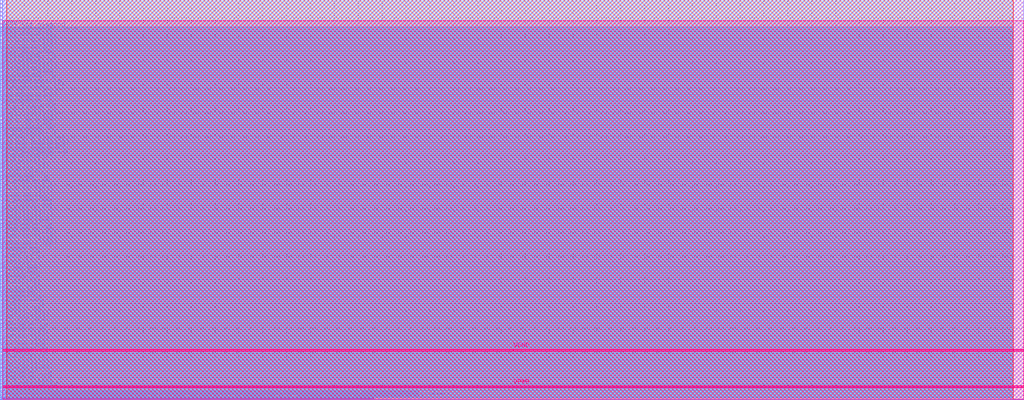
<source format=lef>
VERSION 5.7 ;
  NOWIREEXTENSIONATPIN ON ;
  DIVIDERCHAR "/" ;
  BUSBITCHARS "[]" ;
MACRO mgmt_core
  CLASS BLOCK ;
  FOREIGN mgmt_core ;
  ORIGIN 0.000 0.000 ;
  SIZE 2144.250 BY 838.000 ;
  PIN clock
    DIRECTION INPUT ;
    PORT
      LAYER met2 ;
        RECT 2.850 0.000 3.130 4.000 ;
    END
  END clock
  PIN core_clk
    DIRECTION OUTPUT TRISTATE ;
    PORT
      LAYER met2 ;
        RECT 4.690 0.000 4.970 4.000 ;
    END
  END core_clk
  PIN core_rstn
    DIRECTION OUTPUT TRISTATE ;
    PORT
      LAYER met3 ;
        RECT 0.000 5.480 4.000 6.080 ;
    END
  END core_rstn
  PIN flash_clk
    DIRECTION OUTPUT TRISTATE ;
    PORT
      LAYER met2 ;
        RECT 6.530 0.000 6.810 4.000 ;
    END
  END flash_clk
  PIN flash_clk_ieb
    DIRECTION OUTPUT TRISTATE ;
    PORT
      LAYER met3 ;
        RECT 0.000 8.200 4.000 8.800 ;
    END
  END flash_clk_ieb
  PIN flash_clk_oeb
    DIRECTION OUTPUT TRISTATE ;
    PORT
      LAYER met2 ;
        RECT 8.370 0.000 8.650 4.000 ;
    END
  END flash_clk_oeb
  PIN flash_csb
    DIRECTION OUTPUT TRISTATE ;
    PORT
      LAYER met2 ;
        RECT 10.210 0.000 10.490 4.000 ;
    END
  END flash_csb
  PIN flash_csb_ieb
    DIRECTION OUTPUT TRISTATE ;
    PORT
      LAYER met3 ;
        RECT 0.000 10.920 4.000 11.520 ;
    END
  END flash_csb_ieb
  PIN flash_csb_oeb
    DIRECTION OUTPUT TRISTATE ;
    PORT
      LAYER met2 ;
        RECT 12.050 0.000 12.330 4.000 ;
    END
  END flash_csb_oeb
  PIN flash_io0_di
    DIRECTION INPUT ;
    PORT
      LAYER met3 ;
        RECT 0.000 13.640 4.000 14.240 ;
    END
  END flash_io0_di
  PIN flash_io0_do
    DIRECTION OUTPUT TRISTATE ;
    PORT
      LAYER met2 ;
        RECT 13.890 0.000 14.170 4.000 ;
    END
  END flash_io0_do
  PIN flash_io0_ieb
    DIRECTION OUTPUT TRISTATE ;
    PORT
      LAYER met2 ;
        RECT 15.730 0.000 16.010 4.000 ;
    END
  END flash_io0_ieb
  PIN flash_io0_oeb
    DIRECTION OUTPUT TRISTATE ;
    PORT
      LAYER met3 ;
        RECT 0.000 16.360 4.000 16.960 ;
    END
  END flash_io0_oeb
  PIN flash_io1_di
    DIRECTION INPUT ;
    PORT
      LAYER met2 ;
        RECT 17.570 0.000 17.850 4.000 ;
    END
  END flash_io1_di
  PIN flash_io1_do
    DIRECTION OUTPUT TRISTATE ;
    PORT
      LAYER met3 ;
        RECT 0.000 19.080 4.000 19.680 ;
    END
  END flash_io1_do
  PIN flash_io1_ieb
    DIRECTION OUTPUT TRISTATE ;
    PORT
      LAYER met2 ;
        RECT 19.410 0.000 19.690 4.000 ;
    END
  END flash_io1_ieb
  PIN flash_io1_oeb
    DIRECTION OUTPUT TRISTATE ;
    PORT
      LAYER met2 ;
        RECT 21.250 0.000 21.530 4.000 ;
    END
  END flash_io1_oeb
  PIN gpio_in_pad
    DIRECTION INPUT ;
    PORT
      LAYER met3 ;
        RECT 0.000 21.800 4.000 22.400 ;
    END
  END gpio_in_pad
  PIN gpio_inenb_pad
    DIRECTION OUTPUT TRISTATE ;
    PORT
      LAYER met2 ;
        RECT 23.090 0.000 23.370 4.000 ;
    END
  END gpio_inenb_pad
  PIN gpio_mode0_pad
    DIRECTION OUTPUT TRISTATE ;
    PORT
      LAYER met3 ;
        RECT 0.000 24.520 4.000 25.120 ;
    END
  END gpio_mode0_pad
  PIN gpio_mode1_pad
    DIRECTION OUTPUT TRISTATE ;
    PORT
      LAYER met2 ;
        RECT 24.930 0.000 25.210 4.000 ;
    END
  END gpio_mode1_pad
  PIN gpio_out_pad
    DIRECTION OUTPUT TRISTATE ;
    PORT
      LAYER met2 ;
        RECT 26.770 0.000 27.050 4.000 ;
    END
  END gpio_out_pad
  PIN gpio_outenb_pad
    DIRECTION OUTPUT TRISTATE ;
    PORT
      LAYER met3 ;
        RECT 0.000 27.240 4.000 27.840 ;
    END
  END gpio_outenb_pad
  PIN jtag_out
    DIRECTION OUTPUT TRISTATE ;
    PORT
      LAYER met2 ;
        RECT 28.610 0.000 28.890 4.000 ;
    END
  END jtag_out
  PIN jtag_outenb
    DIRECTION OUTPUT TRISTATE ;
    PORT
      LAYER met3 ;
        RECT 0.000 29.960 4.000 30.560 ;
    END
  END jtag_outenb
  PIN la_input[0]
    DIRECTION INPUT ;
    PORT
      LAYER met2 ;
        RECT 30.450 0.000 30.730 4.000 ;
    END
  END la_input[0]
  PIN la_input[100]
    DIRECTION INPUT ;
    PORT
      LAYER met2 ;
        RECT 32.290 0.000 32.570 4.000 ;
    END
  END la_input[100]
  PIN la_input[101]
    DIRECTION INPUT ;
    PORT
      LAYER met3 ;
        RECT 0.000 32.680 4.000 33.280 ;
    END
  END la_input[101]
  PIN la_input[102]
    DIRECTION INPUT ;
    PORT
      LAYER met2 ;
        RECT 34.130 0.000 34.410 4.000 ;
    END
  END la_input[102]
  PIN la_input[103]
    DIRECTION INPUT ;
    PORT
      LAYER met3 ;
        RECT 0.000 35.400 4.000 36.000 ;
    END
  END la_input[103]
  PIN la_input[104]
    DIRECTION INPUT ;
    PORT
      LAYER met2 ;
        RECT 35.970 0.000 36.250 4.000 ;
    END
  END la_input[104]
  PIN la_input[105]
    DIRECTION INPUT ;
    PORT
      LAYER met2 ;
        RECT 37.810 0.000 38.090 4.000 ;
    END
  END la_input[105]
  PIN la_input[106]
    DIRECTION INPUT ;
    PORT
      LAYER met3 ;
        RECT 0.000 38.120 4.000 38.720 ;
    END
  END la_input[106]
  PIN la_input[107]
    DIRECTION INPUT ;
    PORT
      LAYER met2 ;
        RECT 39.650 0.000 39.930 4.000 ;
    END
  END la_input[107]
  PIN la_input[108]
    DIRECTION INPUT ;
    PORT
      LAYER met3 ;
        RECT 0.000 40.840 4.000 41.440 ;
    END
  END la_input[108]
  PIN la_input[109]
    DIRECTION INPUT ;
    PORT
      LAYER met2 ;
        RECT 41.490 0.000 41.770 4.000 ;
    END
  END la_input[109]
  PIN la_input[10]
    DIRECTION INPUT ;
    PORT
      LAYER met2 ;
        RECT 43.330 0.000 43.610 4.000 ;
    END
  END la_input[10]
  PIN la_input[110]
    DIRECTION INPUT ;
    PORT
      LAYER met3 ;
        RECT 0.000 43.560 4.000 44.160 ;
    END
  END la_input[110]
  PIN la_input[111]
    DIRECTION INPUT ;
    PORT
      LAYER met2 ;
        RECT 45.170 0.000 45.450 4.000 ;
    END
  END la_input[111]
  PIN la_input[112]
    DIRECTION INPUT ;
    PORT
      LAYER met3 ;
        RECT 0.000 46.280 4.000 46.880 ;
    END
  END la_input[112]
  PIN la_input[113]
    DIRECTION INPUT ;
    PORT
      LAYER met2 ;
        RECT 47.010 0.000 47.290 4.000 ;
    END
  END la_input[113]
  PIN la_input[114]
    DIRECTION INPUT ;
    PORT
      LAYER met2 ;
        RECT 48.850 0.000 49.130 4.000 ;
    END
  END la_input[114]
  PIN la_input[115]
    DIRECTION INPUT ;
    PORT
      LAYER met3 ;
        RECT 0.000 49.000 4.000 49.600 ;
    END
  END la_input[115]
  PIN la_input[116]
    DIRECTION INPUT ;
    PORT
      LAYER met2 ;
        RECT 50.690 0.000 50.970 4.000 ;
    END
  END la_input[116]
  PIN la_input[117]
    DIRECTION INPUT ;
    PORT
      LAYER met3 ;
        RECT 0.000 51.720 4.000 52.320 ;
    END
  END la_input[117]
  PIN la_input[118]
    DIRECTION INPUT ;
    PORT
      LAYER met2 ;
        RECT 52.530 0.000 52.810 4.000 ;
    END
  END la_input[118]
  PIN la_input[119]
    DIRECTION INPUT ;
    PORT
      LAYER met2 ;
        RECT 54.370 0.000 54.650 4.000 ;
    END
  END la_input[119]
  PIN la_input[11]
    DIRECTION INPUT ;
    PORT
      LAYER met3 ;
        RECT 0.000 54.440 4.000 55.040 ;
    END
  END la_input[11]
  PIN la_input[120]
    DIRECTION INPUT ;
    PORT
      LAYER met2 ;
        RECT 56.210 0.000 56.490 4.000 ;
    END
  END la_input[120]
  PIN la_input[121]
    DIRECTION INPUT ;
    PORT
      LAYER met3 ;
        RECT 0.000 57.160 4.000 57.760 ;
    END
  END la_input[121]
  PIN la_input[122]
    DIRECTION INPUT ;
    PORT
      LAYER met2 ;
        RECT 58.050 0.000 58.330 4.000 ;
    END
  END la_input[122]
  PIN la_input[123]
    DIRECTION INPUT ;
    PORT
      LAYER met2 ;
        RECT 59.890 0.000 60.170 4.000 ;
    END
  END la_input[123]
  PIN la_input[124]
    DIRECTION INPUT ;
    PORT
      LAYER met3 ;
        RECT 0.000 59.880 4.000 60.480 ;
    END
  END la_input[124]
  PIN la_input[125]
    DIRECTION INPUT ;
    PORT
      LAYER met2 ;
        RECT 61.730 0.000 62.010 4.000 ;
    END
  END la_input[125]
  PIN la_input[126]
    DIRECTION INPUT ;
    PORT
      LAYER met3 ;
        RECT 0.000 62.600 4.000 63.200 ;
    END
  END la_input[126]
  PIN la_input[127]
    DIRECTION INPUT ;
    PORT
      LAYER met2 ;
        RECT 63.570 0.000 63.850 4.000 ;
    END
  END la_input[127]
  PIN la_input[12]
    DIRECTION INPUT ;
    PORT
      LAYER met2 ;
        RECT 65.410 0.000 65.690 4.000 ;
    END
  END la_input[12]
  PIN la_input[13]
    DIRECTION INPUT ;
    PORT
      LAYER met3 ;
        RECT 0.000 65.320 4.000 65.920 ;
    END
  END la_input[13]
  PIN la_input[14]
    DIRECTION INPUT ;
    PORT
      LAYER met2 ;
        RECT 67.250 0.000 67.530 4.000 ;
    END
  END la_input[14]
  PIN la_input[15]
    DIRECTION INPUT ;
    PORT
      LAYER met3 ;
        RECT 0.000 68.040 4.000 68.640 ;
    END
  END la_input[15]
  PIN la_input[16]
    DIRECTION INPUT ;
    PORT
      LAYER met2 ;
        RECT 69.090 0.000 69.370 4.000 ;
    END
  END la_input[16]
  PIN la_input[17]
    DIRECTION INPUT ;
    PORT
      LAYER met3 ;
        RECT 0.000 70.760 4.000 71.360 ;
    END
  END la_input[17]
  PIN la_input[18]
    DIRECTION INPUT ;
    PORT
      LAYER met2 ;
        RECT 70.930 0.000 71.210 4.000 ;
    END
  END la_input[18]
  PIN la_input[19]
    DIRECTION INPUT ;
    PORT
      LAYER met2 ;
        RECT 72.770 0.000 73.050 4.000 ;
    END
  END la_input[19]
  PIN la_input[1]
    DIRECTION INPUT ;
    PORT
      LAYER met3 ;
        RECT 0.000 73.480 4.000 74.080 ;
    END
  END la_input[1]
  PIN la_input[20]
    DIRECTION INPUT ;
    PORT
      LAYER met2 ;
        RECT 74.610 0.000 74.890 4.000 ;
    END
  END la_input[20]
  PIN la_input[21]
    DIRECTION INPUT ;
    PORT
      LAYER met3 ;
        RECT 0.000 76.200 4.000 76.800 ;
    END
  END la_input[21]
  PIN la_input[22]
    DIRECTION INPUT ;
    PORT
      LAYER met2 ;
        RECT 76.450 0.000 76.730 4.000 ;
    END
  END la_input[22]
  PIN la_input[23]
    DIRECTION INPUT ;
    PORT
      LAYER met2 ;
        RECT 78.290 0.000 78.570 4.000 ;
    END
  END la_input[23]
  PIN la_input[24]
    DIRECTION INPUT ;
    PORT
      LAYER met3 ;
        RECT 0.000 78.920 4.000 79.520 ;
    END
  END la_input[24]
  PIN la_input[25]
    DIRECTION INPUT ;
    PORT
      LAYER met2 ;
        RECT 80.130 0.000 80.410 4.000 ;
    END
  END la_input[25]
  PIN la_input[26]
    DIRECTION INPUT ;
    PORT
      LAYER met3 ;
        RECT 0.000 81.640 4.000 82.240 ;
    END
  END la_input[26]
  PIN la_input[27]
    DIRECTION INPUT ;
    PORT
      LAYER met2 ;
        RECT 81.970 0.000 82.250 4.000 ;
    END
  END la_input[27]
  PIN la_input[28]
    DIRECTION INPUT ;
    PORT
      LAYER met2 ;
        RECT 83.810 0.000 84.090 4.000 ;
    END
  END la_input[28]
  PIN la_input[29]
    DIRECTION INPUT ;
    PORT
      LAYER met3 ;
        RECT 0.000 84.360 4.000 84.960 ;
    END
  END la_input[29]
  PIN la_input[2]
    DIRECTION INPUT ;
    PORT
      LAYER met2 ;
        RECT 85.650 0.000 85.930 4.000 ;
    END
  END la_input[2]
  PIN la_input[30]
    DIRECTION INPUT ;
    PORT
      LAYER met3 ;
        RECT 0.000 87.080 4.000 87.680 ;
    END
  END la_input[30]
  PIN la_input[31]
    DIRECTION INPUT ;
    PORT
      LAYER met2 ;
        RECT 87.490 0.000 87.770 4.000 ;
    END
  END la_input[31]
  PIN la_input[32]
    DIRECTION INPUT ;
    PORT
      LAYER met2 ;
        RECT 89.330 0.000 89.610 4.000 ;
    END
  END la_input[32]
  PIN la_input[33]
    DIRECTION INPUT ;
    PORT
      LAYER met3 ;
        RECT 0.000 89.800 4.000 90.400 ;
    END
  END la_input[33]
  PIN la_input[34]
    DIRECTION INPUT ;
    PORT
      LAYER met2 ;
        RECT 91.170 0.000 91.450 4.000 ;
    END
  END la_input[34]
  PIN la_input[35]
    DIRECTION INPUT ;
    PORT
      LAYER met3 ;
        RECT 0.000 92.520 4.000 93.120 ;
    END
  END la_input[35]
  PIN la_input[36]
    DIRECTION INPUT ;
    PORT
      LAYER met2 ;
        RECT 93.010 0.000 93.290 4.000 ;
    END
  END la_input[36]
  PIN la_input[37]
    DIRECTION INPUT ;
    PORT
      LAYER met2 ;
        RECT 94.850 0.000 95.130 4.000 ;
    END
  END la_input[37]
  PIN la_input[38]
    DIRECTION INPUT ;
    PORT
      LAYER met3 ;
        RECT 0.000 95.240 4.000 95.840 ;
    END
  END la_input[38]
  PIN la_input[39]
    DIRECTION INPUT ;
    PORT
      LAYER met2 ;
        RECT 96.690 0.000 96.970 4.000 ;
    END
  END la_input[39]
  PIN la_input[3]
    DIRECTION INPUT ;
    PORT
      LAYER met3 ;
        RECT 0.000 97.960 4.000 98.560 ;
    END
  END la_input[3]
  PIN la_input[40]
    DIRECTION INPUT ;
    PORT
      LAYER met2 ;
        RECT 98.530 0.000 98.810 4.000 ;
    END
  END la_input[40]
  PIN la_input[41]
    DIRECTION INPUT ;
    PORT
      LAYER met2 ;
        RECT 100.370 0.000 100.650 4.000 ;
    END
  END la_input[41]
  PIN la_input[42]
    DIRECTION INPUT ;
    PORT
      LAYER met3 ;
        RECT 0.000 100.680 4.000 101.280 ;
    END
  END la_input[42]
  PIN la_input[43]
    DIRECTION INPUT ;
    PORT
      LAYER met2 ;
        RECT 102.210 0.000 102.490 4.000 ;
    END
  END la_input[43]
  PIN la_input[44]
    DIRECTION INPUT ;
    PORT
      LAYER met3 ;
        RECT 0.000 103.400 4.000 104.000 ;
    END
  END la_input[44]
  PIN la_input[45]
    DIRECTION INPUT ;
    PORT
      LAYER met2 ;
        RECT 104.050 0.000 104.330 4.000 ;
    END
  END la_input[45]
  PIN la_input[46]
    DIRECTION INPUT ;
    PORT
      LAYER met2 ;
        RECT 105.890 0.000 106.170 4.000 ;
    END
  END la_input[46]
  PIN la_input[47]
    DIRECTION INPUT ;
    PORT
      LAYER met3 ;
        RECT 0.000 106.120 4.000 106.720 ;
    END
  END la_input[47]
  PIN la_input[48]
    DIRECTION INPUT ;
    PORT
      LAYER met2 ;
        RECT 107.730 0.000 108.010 4.000 ;
    END
  END la_input[48]
  PIN la_input[49]
    DIRECTION INPUT ;
    PORT
      LAYER met3 ;
        RECT 0.000 108.840 4.000 109.440 ;
    END
  END la_input[49]
  PIN la_input[4]
    DIRECTION INPUT ;
    PORT
      LAYER met2 ;
        RECT 109.570 0.000 109.850 4.000 ;
    END
  END la_input[4]
  PIN la_input[50]
    DIRECTION INPUT ;
    PORT
      LAYER met2 ;
        RECT 111.410 0.000 111.690 4.000 ;
    END
  END la_input[50]
  PIN la_input[51]
    DIRECTION INPUT ;
    PORT
      LAYER met3 ;
        RECT 0.000 111.560 4.000 112.160 ;
    END
  END la_input[51]
  PIN la_input[52]
    DIRECTION INPUT ;
    PORT
      LAYER met2 ;
        RECT 113.250 0.000 113.530 4.000 ;
    END
  END la_input[52]
  PIN la_input[53]
    DIRECTION INPUT ;
    PORT
      LAYER met3 ;
        RECT 0.000 114.280 4.000 114.880 ;
    END
  END la_input[53]
  PIN la_input[54]
    DIRECTION INPUT ;
    PORT
      LAYER met2 ;
        RECT 115.090 0.000 115.370 4.000 ;
    END
  END la_input[54]
  PIN la_input[55]
    DIRECTION INPUT ;
    PORT
      LAYER met2 ;
        RECT 116.930 0.000 117.210 4.000 ;
    END
  END la_input[55]
  PIN la_input[56]
    DIRECTION INPUT ;
    PORT
      LAYER met3 ;
        RECT 0.000 117.000 4.000 117.600 ;
    END
  END la_input[56]
  PIN la_input[57]
    DIRECTION INPUT ;
    PORT
      LAYER met2 ;
        RECT 118.770 0.000 119.050 4.000 ;
    END
  END la_input[57]
  PIN la_input[58]
    DIRECTION INPUT ;
    PORT
      LAYER met3 ;
        RECT 0.000 119.720 4.000 120.320 ;
    END
  END la_input[58]
  PIN la_input[59]
    DIRECTION INPUT ;
    PORT
      LAYER met2 ;
        RECT 120.610 0.000 120.890 4.000 ;
    END
  END la_input[59]
  PIN la_input[5]
    DIRECTION INPUT ;
    PORT
      LAYER met2 ;
        RECT 122.450 0.000 122.730 4.000 ;
    END
  END la_input[5]
  PIN la_input[60]
    DIRECTION INPUT ;
    PORT
      LAYER met3 ;
        RECT 0.000 122.440 4.000 123.040 ;
    END
  END la_input[60]
  PIN la_input[61]
    DIRECTION INPUT ;
    PORT
      LAYER met2 ;
        RECT 124.290 0.000 124.570 4.000 ;
    END
  END la_input[61]
  PIN la_input[62]
    DIRECTION INPUT ;
    PORT
      LAYER met3 ;
        RECT 0.000 125.160 4.000 125.760 ;
    END
  END la_input[62]
  PIN la_input[63]
    DIRECTION INPUT ;
    PORT
      LAYER met2 ;
        RECT 126.130 0.000 126.410 4.000 ;
    END
  END la_input[63]
  PIN la_input[64]
    DIRECTION INPUT ;
    PORT
      LAYER met2 ;
        RECT 127.970 0.000 128.250 4.000 ;
    END
  END la_input[64]
  PIN la_input[65]
    DIRECTION INPUT ;
    PORT
      LAYER met3 ;
        RECT 0.000 127.880 4.000 128.480 ;
    END
  END la_input[65]
  PIN la_input[66]
    DIRECTION INPUT ;
    PORT
      LAYER met2 ;
        RECT 129.810 0.000 130.090 4.000 ;
    END
  END la_input[66]
  PIN la_input[67]
    DIRECTION INPUT ;
    PORT
      LAYER met3 ;
        RECT 0.000 130.600 4.000 131.200 ;
    END
  END la_input[67]
  PIN la_input[68]
    DIRECTION INPUT ;
    PORT
      LAYER met2 ;
        RECT 131.650 0.000 131.930 4.000 ;
    END
  END la_input[68]
  PIN la_input[69]
    DIRECTION INPUT ;
    PORT
      LAYER met3 ;
        RECT 0.000 133.320 4.000 133.920 ;
    END
  END la_input[69]
  PIN la_input[6]
    DIRECTION INPUT ;
    PORT
      LAYER met2 ;
        RECT 133.490 0.000 133.770 4.000 ;
    END
  END la_input[6]
  PIN la_input[70]
    DIRECTION INPUT ;
    PORT
      LAYER met2 ;
        RECT 135.330 0.000 135.610 4.000 ;
    END
  END la_input[70]
  PIN la_input[71]
    DIRECTION INPUT ;
    PORT
      LAYER met3 ;
        RECT 0.000 136.040 4.000 136.640 ;
    END
  END la_input[71]
  PIN la_input[72]
    DIRECTION INPUT ;
    PORT
      LAYER met2 ;
        RECT 137.170 0.000 137.450 4.000 ;
    END
  END la_input[72]
  PIN la_input[73]
    DIRECTION INPUT ;
    PORT
      LAYER met3 ;
        RECT 0.000 138.760 4.000 139.360 ;
    END
  END la_input[73]
  PIN la_input[74]
    DIRECTION INPUT ;
    PORT
      LAYER met2 ;
        RECT 139.010 0.000 139.290 4.000 ;
    END
  END la_input[74]
  PIN la_input[75]
    DIRECTION INPUT ;
    PORT
      LAYER met2 ;
        RECT 140.850 0.000 141.130 4.000 ;
    END
  END la_input[75]
  PIN la_input[76]
    DIRECTION INPUT ;
    PORT
      LAYER met3 ;
        RECT 0.000 141.480 4.000 142.080 ;
    END
  END la_input[76]
  PIN la_input[77]
    DIRECTION INPUT ;
    PORT
      LAYER met2 ;
        RECT 142.690 0.000 142.970 4.000 ;
    END
  END la_input[77]
  PIN la_input[78]
    DIRECTION INPUT ;
    PORT
      LAYER met3 ;
        RECT 0.000 144.200 4.000 144.800 ;
    END
  END la_input[78]
  PIN la_input[79]
    DIRECTION INPUT ;
    PORT
      LAYER met2 ;
        RECT 144.530 0.000 144.810 4.000 ;
    END
  END la_input[79]
  PIN la_input[7]
    DIRECTION INPUT ;
    PORT
      LAYER met2 ;
        RECT 146.370 0.000 146.650 4.000 ;
    END
  END la_input[7]
  PIN la_input[80]
    DIRECTION INPUT ;
    PORT
      LAYER met3 ;
        RECT 0.000 146.920 4.000 147.520 ;
    END
  END la_input[80]
  PIN la_input[81]
    DIRECTION INPUT ;
    PORT
      LAYER met2 ;
        RECT 148.210 0.000 148.490 4.000 ;
    END
  END la_input[81]
  PIN la_input[82]
    DIRECTION INPUT ;
    PORT
      LAYER met3 ;
        RECT 0.000 149.640 4.000 150.240 ;
    END
  END la_input[82]
  PIN la_input[83]
    DIRECTION INPUT ;
    PORT
      LAYER met2 ;
        RECT 150.050 0.000 150.330 4.000 ;
    END
  END la_input[83]
  PIN la_input[84]
    DIRECTION INPUT ;
    PORT
      LAYER met2 ;
        RECT 151.890 0.000 152.170 4.000 ;
    END
  END la_input[84]
  PIN la_input[85]
    DIRECTION INPUT ;
    PORT
      LAYER met3 ;
        RECT 0.000 152.360 4.000 152.960 ;
    END
  END la_input[85]
  PIN la_input[86]
    DIRECTION INPUT ;
    PORT
      LAYER met2 ;
        RECT 153.730 0.000 154.010 4.000 ;
    END
  END la_input[86]
  PIN la_input[87]
    DIRECTION INPUT ;
    PORT
      LAYER met3 ;
        RECT 0.000 155.080 4.000 155.680 ;
    END
  END la_input[87]
  PIN la_input[88]
    DIRECTION INPUT ;
    PORT
      LAYER met2 ;
        RECT 155.570 0.000 155.850 4.000 ;
    END
  END la_input[88]
  PIN la_input[89]
    DIRECTION INPUT ;
    PORT
      LAYER met2 ;
        RECT 157.410 0.000 157.690 4.000 ;
    END
  END la_input[89]
  PIN la_input[8]
    DIRECTION INPUT ;
    PORT
      LAYER met3 ;
        RECT 0.000 157.800 4.000 158.400 ;
    END
  END la_input[8]
  PIN la_input[90]
    DIRECTION INPUT ;
    PORT
      LAYER met2 ;
        RECT 159.250 0.000 159.530 4.000 ;
    END
  END la_input[90]
  PIN la_input[91]
    DIRECTION INPUT ;
    PORT
      LAYER met3 ;
        RECT 0.000 160.520 4.000 161.120 ;
    END
  END la_input[91]
  PIN la_input[92]
    DIRECTION INPUT ;
    PORT
      LAYER met2 ;
        RECT 161.090 0.000 161.370 4.000 ;
    END
  END la_input[92]
  PIN la_input[93]
    DIRECTION INPUT ;
    PORT
      LAYER met2 ;
        RECT 162.930 0.000 163.210 4.000 ;
    END
  END la_input[93]
  PIN la_input[94]
    DIRECTION INPUT ;
    PORT
      LAYER met3 ;
        RECT 0.000 163.240 4.000 163.840 ;
    END
  END la_input[94]
  PIN la_input[95]
    DIRECTION INPUT ;
    PORT
      LAYER met2 ;
        RECT 164.770 0.000 165.050 4.000 ;
    END
  END la_input[95]
  PIN la_input[96]
    DIRECTION INPUT ;
    PORT
      LAYER met3 ;
        RECT 0.000 165.960 4.000 166.560 ;
    END
  END la_input[96]
  PIN la_input[97]
    DIRECTION INPUT ;
    PORT
      LAYER met2 ;
        RECT 166.610 0.000 166.890 4.000 ;
    END
  END la_input[97]
  PIN la_input[98]
    DIRECTION INPUT ;
    PORT
      LAYER met2 ;
        RECT 168.450 0.000 168.730 4.000 ;
    END
  END la_input[98]
  PIN la_input[99]
    DIRECTION INPUT ;
    PORT
      LAYER met3 ;
        RECT 0.000 168.680 4.000 169.280 ;
    END
  END la_input[99]
  PIN la_input[9]
    DIRECTION INPUT ;
    PORT
      LAYER met2 ;
        RECT 170.290 0.000 170.570 4.000 ;
    END
  END la_input[9]
  PIN la_oen[0]
    DIRECTION OUTPUT TRISTATE ;
    PORT
      LAYER met3 ;
        RECT 0.000 171.400 4.000 172.000 ;
    END
  END la_oen[0]
  PIN la_oen[100]
    DIRECTION OUTPUT TRISTATE ;
    PORT
      LAYER met2 ;
        RECT 172.130 0.000 172.410 4.000 ;
    END
  END la_oen[100]
  PIN la_oen[101]
    DIRECTION OUTPUT TRISTATE ;
    PORT
      LAYER met2 ;
        RECT 173.970 0.000 174.250 4.000 ;
    END
  END la_oen[101]
  PIN la_oen[102]
    DIRECTION OUTPUT TRISTATE ;
    PORT
      LAYER met3 ;
        RECT 0.000 174.120 4.000 174.720 ;
    END
  END la_oen[102]
  PIN la_oen[103]
    DIRECTION OUTPUT TRISTATE ;
    PORT
      LAYER met2 ;
        RECT 175.810 0.000 176.090 4.000 ;
    END
  END la_oen[103]
  PIN la_oen[104]
    DIRECTION OUTPUT TRISTATE ;
    PORT
      LAYER met3 ;
        RECT 0.000 176.840 4.000 177.440 ;
    END
  END la_oen[104]
  PIN la_oen[105]
    DIRECTION OUTPUT TRISTATE ;
    PORT
      LAYER met2 ;
        RECT 177.650 0.000 177.930 4.000 ;
    END
  END la_oen[105]
  PIN la_oen[106]
    DIRECTION OUTPUT TRISTATE ;
    PORT
      LAYER met2 ;
        RECT 179.490 0.000 179.770 4.000 ;
    END
  END la_oen[106]
  PIN la_oen[107]
    DIRECTION OUTPUT TRISTATE ;
    PORT
      LAYER met3 ;
        RECT 0.000 179.560 4.000 180.160 ;
    END
  END la_oen[107]
  PIN la_oen[108]
    DIRECTION OUTPUT TRISTATE ;
    PORT
      LAYER met2 ;
        RECT 181.330 0.000 181.610 4.000 ;
    END
  END la_oen[108]
  PIN la_oen[109]
    DIRECTION OUTPUT TRISTATE ;
    PORT
      LAYER met3 ;
        RECT 0.000 182.280 4.000 182.880 ;
    END
  END la_oen[109]
  PIN la_oen[10]
    DIRECTION OUTPUT TRISTATE ;
    PORT
      LAYER met2 ;
        RECT 183.170 0.000 183.450 4.000 ;
    END
  END la_oen[10]
  PIN la_oen[110]
    DIRECTION OUTPUT TRISTATE ;
    PORT
      LAYER met2 ;
        RECT 185.010 0.000 185.290 4.000 ;
    END
  END la_oen[110]
  PIN la_oen[111]
    DIRECTION OUTPUT TRISTATE ;
    PORT
      LAYER met3 ;
        RECT 0.000 185.000 4.000 185.600 ;
    END
  END la_oen[111]
  PIN la_oen[112]
    DIRECTION OUTPUT TRISTATE ;
    PORT
      LAYER met2 ;
        RECT 186.850 0.000 187.130 4.000 ;
    END
  END la_oen[112]
  PIN la_oen[113]
    DIRECTION OUTPUT TRISTATE ;
    PORT
      LAYER met3 ;
        RECT 0.000 187.720 4.000 188.320 ;
    END
  END la_oen[113]
  PIN la_oen[114]
    DIRECTION OUTPUT TRISTATE ;
    PORT
      LAYER met2 ;
        RECT 188.690 0.000 188.970 4.000 ;
    END
  END la_oen[114]
  PIN la_oen[115]
    DIRECTION OUTPUT TRISTATE ;
    PORT
      LAYER met2 ;
        RECT 190.530 0.000 190.810 4.000 ;
    END
  END la_oen[115]
  PIN la_oen[116]
    DIRECTION OUTPUT TRISTATE ;
    PORT
      LAYER met3 ;
        RECT 0.000 190.440 4.000 191.040 ;
    END
  END la_oen[116]
  PIN la_oen[117]
    DIRECTION OUTPUT TRISTATE ;
    PORT
      LAYER met2 ;
        RECT 192.370 0.000 192.650 4.000 ;
    END
  END la_oen[117]
  PIN la_oen[118]
    DIRECTION OUTPUT TRISTATE ;
    PORT
      LAYER met3 ;
        RECT 0.000 193.160 4.000 193.760 ;
    END
  END la_oen[118]
  PIN la_oen[119]
    DIRECTION OUTPUT TRISTATE ;
    PORT
      LAYER met2 ;
        RECT 194.210 0.000 194.490 4.000 ;
    END
  END la_oen[119]
  PIN la_oen[11]
    DIRECTION OUTPUT TRISTATE ;
    PORT
      LAYER met3 ;
        RECT 0.000 195.880 4.000 196.480 ;
    END
  END la_oen[11]
  PIN la_oen[120]
    DIRECTION OUTPUT TRISTATE ;
    PORT
      LAYER met2 ;
        RECT 196.050 0.000 196.330 4.000 ;
    END
  END la_oen[120]
  PIN la_oen[121]
    DIRECTION OUTPUT TRISTATE ;
    PORT
      LAYER met2 ;
        RECT 197.890 0.000 198.170 4.000 ;
    END
  END la_oen[121]
  PIN la_oen[122]
    DIRECTION OUTPUT TRISTATE ;
    PORT
      LAYER met3 ;
        RECT 0.000 198.600 4.000 199.200 ;
    END
  END la_oen[122]
  PIN la_oen[123]
    DIRECTION OUTPUT TRISTATE ;
    PORT
      LAYER met2 ;
        RECT 199.730 0.000 200.010 4.000 ;
    END
  END la_oen[123]
  PIN la_oen[124]
    DIRECTION OUTPUT TRISTATE ;
    PORT
      LAYER met3 ;
        RECT 0.000 201.320 4.000 201.920 ;
    END
  END la_oen[124]
  PIN la_oen[125]
    DIRECTION OUTPUT TRISTATE ;
    PORT
      LAYER met2 ;
        RECT 201.570 0.000 201.850 4.000 ;
    END
  END la_oen[125]
  PIN la_oen[126]
    DIRECTION OUTPUT TRISTATE ;
    PORT
      LAYER met2 ;
        RECT 203.410 0.000 203.690 4.000 ;
    END
  END la_oen[126]
  PIN la_oen[127]
    DIRECTION OUTPUT TRISTATE ;
    PORT
      LAYER met3 ;
        RECT 0.000 204.040 4.000 204.640 ;
    END
  END la_oen[127]
  PIN la_oen[12]
    DIRECTION OUTPUT TRISTATE ;
    PORT
      LAYER met2 ;
        RECT 205.250 0.000 205.530 4.000 ;
    END
  END la_oen[12]
  PIN la_oen[13]
    DIRECTION OUTPUT TRISTATE ;
    PORT
      LAYER met3 ;
        RECT 0.000 206.760 4.000 207.360 ;
    END
  END la_oen[13]
  PIN la_oen[14]
    DIRECTION OUTPUT TRISTATE ;
    PORT
      LAYER met2 ;
        RECT 207.090 0.000 207.370 4.000 ;
    END
  END la_oen[14]
  PIN la_oen[15]
    DIRECTION OUTPUT TRISTATE ;
    PORT
      LAYER met2 ;
        RECT 208.930 0.000 209.210 4.000 ;
    END
  END la_oen[15]
  PIN la_oen[16]
    DIRECTION OUTPUT TRISTATE ;
    PORT
      LAYER met3 ;
        RECT 0.000 209.480 4.000 210.080 ;
    END
  END la_oen[16]
  PIN la_oen[17]
    DIRECTION OUTPUT TRISTATE ;
    PORT
      LAYER met2 ;
        RECT 210.770 0.000 211.050 4.000 ;
    END
  END la_oen[17]
  PIN la_oen[18]
    DIRECTION OUTPUT TRISTATE ;
    PORT
      LAYER met3 ;
        RECT 0.000 212.200 4.000 212.800 ;
    END
  END la_oen[18]
  PIN la_oen[19]
    DIRECTION OUTPUT TRISTATE ;
    PORT
      LAYER met2 ;
        RECT 212.610 0.000 212.890 4.000 ;
    END
  END la_oen[19]
  PIN la_oen[1]
    DIRECTION OUTPUT TRISTATE ;
    PORT
      LAYER met2 ;
        RECT 214.450 0.000 214.730 4.000 ;
    END
  END la_oen[1]
  PIN la_oen[20]
    DIRECTION OUTPUT TRISTATE ;
    PORT
      LAYER met3 ;
        RECT 0.000 214.920 4.000 215.520 ;
    END
  END la_oen[20]
  PIN la_oen[21]
    DIRECTION OUTPUT TRISTATE ;
    PORT
      LAYER met2 ;
        RECT 216.290 0.000 216.570 4.000 ;
    END
  END la_oen[21]
  PIN la_oen[22]
    DIRECTION OUTPUT TRISTATE ;
    PORT
      LAYER met3 ;
        RECT 0.000 217.640 4.000 218.240 ;
    END
  END la_oen[22]
  PIN la_oen[23]
    DIRECTION OUTPUT TRISTATE ;
    PORT
      LAYER met2 ;
        RECT 218.130 0.000 218.410 4.000 ;
    END
  END la_oen[23]
  PIN la_oen[24]
    DIRECTION OUTPUT TRISTATE ;
    PORT
      LAYER met2 ;
        RECT 219.970 0.000 220.250 4.000 ;
    END
  END la_oen[24]
  PIN la_oen[25]
    DIRECTION OUTPUT TRISTATE ;
    PORT
      LAYER met3 ;
        RECT 0.000 220.360 4.000 220.960 ;
    END
  END la_oen[25]
  PIN la_oen[26]
    DIRECTION OUTPUT TRISTATE ;
    PORT
      LAYER met2 ;
        RECT 221.810 0.000 222.090 4.000 ;
    END
  END la_oen[26]
  PIN la_oen[27]
    DIRECTION OUTPUT TRISTATE ;
    PORT
      LAYER met3 ;
        RECT 0.000 223.080 4.000 223.680 ;
    END
  END la_oen[27]
  PIN la_oen[28]
    DIRECTION OUTPUT TRISTATE ;
    PORT
      LAYER met2 ;
        RECT 223.650 0.000 223.930 4.000 ;
    END
  END la_oen[28]
  PIN la_oen[29]
    DIRECTION OUTPUT TRISTATE ;
    PORT
      LAYER met2 ;
        RECT 225.490 0.000 225.770 4.000 ;
    END
  END la_oen[29]
  PIN la_oen[2]
    DIRECTION OUTPUT TRISTATE ;
    PORT
      LAYER met3 ;
        RECT 0.000 225.800 4.000 226.400 ;
    END
  END la_oen[2]
  PIN la_oen[30]
    DIRECTION OUTPUT TRISTATE ;
    PORT
      LAYER met2 ;
        RECT 227.330 0.000 227.610 4.000 ;
    END
  END la_oen[30]
  PIN la_oen[31]
    DIRECTION OUTPUT TRISTATE ;
    PORT
      LAYER met3 ;
        RECT 0.000 228.520 4.000 229.120 ;
    END
  END la_oen[31]
  PIN la_oen[32]
    DIRECTION OUTPUT TRISTATE ;
    PORT
      LAYER met2 ;
        RECT 229.170 0.000 229.450 4.000 ;
    END
  END la_oen[32]
  PIN la_oen[33]
    DIRECTION OUTPUT TRISTATE ;
    PORT
      LAYER met2 ;
        RECT 231.010 0.000 231.290 4.000 ;
    END
  END la_oen[33]
  PIN la_oen[34]
    DIRECTION OUTPUT TRISTATE ;
    PORT
      LAYER met3 ;
        RECT 0.000 231.240 4.000 231.840 ;
    END
  END la_oen[34]
  PIN la_oen[35]
    DIRECTION OUTPUT TRISTATE ;
    PORT
      LAYER met2 ;
        RECT 232.850 0.000 233.130 4.000 ;
    END
  END la_oen[35]
  PIN la_oen[36]
    DIRECTION OUTPUT TRISTATE ;
    PORT
      LAYER met3 ;
        RECT 0.000 233.960 4.000 234.560 ;
    END
  END la_oen[36]
  PIN la_oen[37]
    DIRECTION OUTPUT TRISTATE ;
    PORT
      LAYER met2 ;
        RECT 234.690 0.000 234.970 4.000 ;
    END
  END la_oen[37]
  PIN la_oen[38]
    DIRECTION OUTPUT TRISTATE ;
    PORT
      LAYER met2 ;
        RECT 236.530 0.000 236.810 4.000 ;
    END
  END la_oen[38]
  PIN la_oen[39]
    DIRECTION OUTPUT TRISTATE ;
    PORT
      LAYER met3 ;
        RECT 0.000 236.680 4.000 237.280 ;
    END
  END la_oen[39]
  PIN la_oen[3]
    DIRECTION OUTPUT TRISTATE ;
    PORT
      LAYER met2 ;
        RECT 238.370 0.000 238.650 4.000 ;
    END
  END la_oen[3]
  PIN la_oen[40]
    DIRECTION OUTPUT TRISTATE ;
    PORT
      LAYER met3 ;
        RECT 0.000 239.400 4.000 240.000 ;
    END
  END la_oen[40]
  PIN la_oen[41]
    DIRECTION OUTPUT TRISTATE ;
    PORT
      LAYER met2 ;
        RECT 240.210 0.000 240.490 4.000 ;
    END
  END la_oen[41]
  PIN la_oen[42]
    DIRECTION OUTPUT TRISTATE ;
    PORT
      LAYER met2 ;
        RECT 242.050 0.000 242.330 4.000 ;
    END
  END la_oen[42]
  PIN la_oen[43]
    DIRECTION OUTPUT TRISTATE ;
    PORT
      LAYER met3 ;
        RECT 0.000 242.120 4.000 242.720 ;
    END
  END la_oen[43]
  PIN la_oen[44]
    DIRECTION OUTPUT TRISTATE ;
    PORT
      LAYER met2 ;
        RECT 243.890 0.000 244.170 4.000 ;
    END
  END la_oen[44]
  PIN la_oen[45]
    DIRECTION OUTPUT TRISTATE ;
    PORT
      LAYER met3 ;
        RECT 0.000 244.840 4.000 245.440 ;
    END
  END la_oen[45]
  PIN la_oen[46]
    DIRECTION OUTPUT TRISTATE ;
    PORT
      LAYER met2 ;
        RECT 245.730 0.000 246.010 4.000 ;
    END
  END la_oen[46]
  PIN la_oen[47]
    DIRECTION OUTPUT TRISTATE ;
    PORT
      LAYER met2 ;
        RECT 247.570 0.000 247.850 4.000 ;
    END
  END la_oen[47]
  PIN la_oen[48]
    DIRECTION OUTPUT TRISTATE ;
    PORT
      LAYER met3 ;
        RECT 0.000 247.560 4.000 248.160 ;
    END
  END la_oen[48]
  PIN la_oen[49]
    DIRECTION OUTPUT TRISTATE ;
    PORT
      LAYER met2 ;
        RECT 249.410 0.000 249.690 4.000 ;
    END
  END la_oen[49]
  PIN la_oen[4]
    DIRECTION OUTPUT TRISTATE ;
    PORT
      LAYER met3 ;
        RECT 0.000 250.280 4.000 250.880 ;
    END
  END la_oen[4]
  PIN la_oen[50]
    DIRECTION OUTPUT TRISTATE ;
    PORT
      LAYER met2 ;
        RECT 251.250 0.000 251.530 4.000 ;
    END
  END la_oen[50]
  PIN la_oen[51]
    DIRECTION OUTPUT TRISTATE ;
    PORT
      LAYER met2 ;
        RECT 253.090 0.000 253.370 4.000 ;
    END
  END la_oen[51]
  PIN la_oen[52]
    DIRECTION OUTPUT TRISTATE ;
    PORT
      LAYER met3 ;
        RECT 0.000 253.000 4.000 253.600 ;
    END
  END la_oen[52]
  PIN la_oen[53]
    DIRECTION OUTPUT TRISTATE ;
    PORT
      LAYER met2 ;
        RECT 254.930 0.000 255.210 4.000 ;
    END
  END la_oen[53]
  PIN la_oen[54]
    DIRECTION OUTPUT TRISTATE ;
    PORT
      LAYER met3 ;
        RECT 0.000 255.720 4.000 256.320 ;
    END
  END la_oen[54]
  PIN la_oen[55]
    DIRECTION OUTPUT TRISTATE ;
    PORT
      LAYER met2 ;
        RECT 256.770 0.000 257.050 4.000 ;
    END
  END la_oen[55]
  PIN la_oen[56]
    DIRECTION OUTPUT TRISTATE ;
    PORT
      LAYER met3 ;
        RECT 0.000 258.440 4.000 259.040 ;
    END
  END la_oen[56]
  PIN la_oen[57]
    DIRECTION OUTPUT TRISTATE ;
    PORT
      LAYER met2 ;
        RECT 258.610 0.000 258.890 4.000 ;
    END
  END la_oen[57]
  PIN la_oen[58]
    DIRECTION OUTPUT TRISTATE ;
    PORT
      LAYER met2 ;
        RECT 260.450 0.000 260.730 4.000 ;
    END
  END la_oen[58]
  PIN la_oen[59]
    DIRECTION OUTPUT TRISTATE ;
    PORT
      LAYER met3 ;
        RECT 0.000 261.160 4.000 261.760 ;
    END
  END la_oen[59]
  PIN la_oen[5]
    DIRECTION OUTPUT TRISTATE ;
    PORT
      LAYER met2 ;
        RECT 262.290 0.000 262.570 4.000 ;
    END
  END la_oen[5]
  PIN la_oen[60]
    DIRECTION OUTPUT TRISTATE ;
    PORT
      LAYER met3 ;
        RECT 0.000 263.880 4.000 264.480 ;
    END
  END la_oen[60]
  PIN la_oen[61]
    DIRECTION OUTPUT TRISTATE ;
    PORT
      LAYER met2 ;
        RECT 264.130 0.000 264.410 4.000 ;
    END
  END la_oen[61]
  PIN la_oen[62]
    DIRECTION OUTPUT TRISTATE ;
    PORT
      LAYER met2 ;
        RECT 265.970 0.000 266.250 4.000 ;
    END
  END la_oen[62]
  PIN la_oen[63]
    DIRECTION OUTPUT TRISTATE ;
    PORT
      LAYER met3 ;
        RECT 0.000 266.600 4.000 267.200 ;
    END
  END la_oen[63]
  PIN la_oen[64]
    DIRECTION OUTPUT TRISTATE ;
    PORT
      LAYER met2 ;
        RECT 267.810 0.000 268.090 4.000 ;
    END
  END la_oen[64]
  PIN la_oen[65]
    DIRECTION OUTPUT TRISTATE ;
    PORT
      LAYER met3 ;
        RECT 0.000 269.320 4.000 269.920 ;
    END
  END la_oen[65]
  PIN la_oen[66]
    DIRECTION OUTPUT TRISTATE ;
    PORT
      LAYER met2 ;
        RECT 269.650 0.000 269.930 4.000 ;
    END
  END la_oen[66]
  PIN la_oen[67]
    DIRECTION OUTPUT TRISTATE ;
    PORT
      LAYER met2 ;
        RECT 271.490 0.000 271.770 4.000 ;
    END
  END la_oen[67]
  PIN la_oen[68]
    DIRECTION OUTPUT TRISTATE ;
    PORT
      LAYER met3 ;
        RECT 0.000 272.040 4.000 272.640 ;
    END
  END la_oen[68]
  PIN la_oen[69]
    DIRECTION OUTPUT TRISTATE ;
    PORT
      LAYER met2 ;
        RECT 273.330 0.000 273.610 4.000 ;
    END
  END la_oen[69]
  PIN la_oen[6]
    DIRECTION OUTPUT TRISTATE ;
    PORT
      LAYER met3 ;
        RECT 0.000 274.760 4.000 275.360 ;
    END
  END la_oen[6]
  PIN la_oen[70]
    DIRECTION OUTPUT TRISTATE ;
    PORT
      LAYER met2 ;
        RECT 275.170 0.000 275.450 4.000 ;
    END
  END la_oen[70]
  PIN la_oen[71]
    DIRECTION OUTPUT TRISTATE ;
    PORT
      LAYER met2 ;
        RECT 277.010 0.000 277.290 4.000 ;
    END
  END la_oen[71]
  PIN la_oen[72]
    DIRECTION OUTPUT TRISTATE ;
    PORT
      LAYER met3 ;
        RECT 0.000 277.480 4.000 278.080 ;
    END
  END la_oen[72]
  PIN la_oen[73]
    DIRECTION OUTPUT TRISTATE ;
    PORT
      LAYER met2 ;
        RECT 278.850 0.000 279.130 4.000 ;
    END
  END la_oen[73]
  PIN la_oen[74]
    DIRECTION OUTPUT TRISTATE ;
    PORT
      LAYER met3 ;
        RECT 0.000 280.200 4.000 280.800 ;
    END
  END la_oen[74]
  PIN la_oen[75]
    DIRECTION OUTPUT TRISTATE ;
    PORT
      LAYER met2 ;
        RECT 280.690 0.000 280.970 4.000 ;
    END
  END la_oen[75]
  PIN la_oen[76]
    DIRECTION OUTPUT TRISTATE ;
    PORT
      LAYER met2 ;
        RECT 282.530 0.000 282.810 4.000 ;
    END
  END la_oen[76]
  PIN la_oen[77]
    DIRECTION OUTPUT TRISTATE ;
    PORT
      LAYER met3 ;
        RECT 0.000 282.920 4.000 283.520 ;
    END
  END la_oen[77]
  PIN la_oen[78]
    DIRECTION OUTPUT TRISTATE ;
    PORT
      LAYER met2 ;
        RECT 284.370 0.000 284.650 4.000 ;
    END
  END la_oen[78]
  PIN la_oen[79]
    DIRECTION OUTPUT TRISTATE ;
    PORT
      LAYER met3 ;
        RECT 0.000 285.640 4.000 286.240 ;
    END
  END la_oen[79]
  PIN la_oen[7]
    DIRECTION OUTPUT TRISTATE ;
    PORT
      LAYER met2 ;
        RECT 286.210 0.000 286.490 4.000 ;
    END
  END la_oen[7]
  PIN la_oen[80]
    DIRECTION OUTPUT TRISTATE ;
    PORT
      LAYER met2 ;
        RECT 288.050 0.000 288.330 4.000 ;
    END
  END la_oen[80]
  PIN la_oen[81]
    DIRECTION OUTPUT TRISTATE ;
    PORT
      LAYER met3 ;
        RECT 0.000 288.360 4.000 288.960 ;
    END
  END la_oen[81]
  PIN la_oen[82]
    DIRECTION OUTPUT TRISTATE ;
    PORT
      LAYER met2 ;
        RECT 289.890 0.000 290.170 4.000 ;
    END
  END la_oen[82]
  PIN la_oen[83]
    DIRECTION OUTPUT TRISTATE ;
    PORT
      LAYER met3 ;
        RECT 0.000 291.080 4.000 291.680 ;
    END
  END la_oen[83]
  PIN la_oen[84]
    DIRECTION OUTPUT TRISTATE ;
    PORT
      LAYER met2 ;
        RECT 291.730 0.000 292.010 4.000 ;
    END
  END la_oen[84]
  PIN la_oen[85]
    DIRECTION OUTPUT TRISTATE ;
    PORT
      LAYER met2 ;
        RECT 293.570 0.000 293.850 4.000 ;
    END
  END la_oen[85]
  PIN la_oen[86]
    DIRECTION OUTPUT TRISTATE ;
    PORT
      LAYER met3 ;
        RECT 0.000 293.800 4.000 294.400 ;
    END
  END la_oen[86]
  PIN la_oen[87]
    DIRECTION OUTPUT TRISTATE ;
    PORT
      LAYER met2 ;
        RECT 295.410 0.000 295.690 4.000 ;
    END
  END la_oen[87]
  PIN la_oen[88]
    DIRECTION OUTPUT TRISTATE ;
    PORT
      LAYER met3 ;
        RECT 0.000 296.520 4.000 297.120 ;
    END
  END la_oen[88]
  PIN la_oen[89]
    DIRECTION OUTPUT TRISTATE ;
    PORT
      LAYER met2 ;
        RECT 297.250 0.000 297.530 4.000 ;
    END
  END la_oen[89]
  PIN la_oen[8]
    DIRECTION OUTPUT TRISTATE ;
    PORT
      LAYER met2 ;
        RECT 299.090 0.000 299.370 4.000 ;
    END
  END la_oen[8]
  PIN la_oen[90]
    DIRECTION OUTPUT TRISTATE ;
    PORT
      LAYER met3 ;
        RECT 0.000 299.240 4.000 299.840 ;
    END
  END la_oen[90]
  PIN la_oen[91]
    DIRECTION OUTPUT TRISTATE ;
    PORT
      LAYER met2 ;
        RECT 300.930 0.000 301.210 4.000 ;
    END
  END la_oen[91]
  PIN la_oen[92]
    DIRECTION OUTPUT TRISTATE ;
    PORT
      LAYER met3 ;
        RECT 0.000 301.960 4.000 302.560 ;
    END
  END la_oen[92]
  PIN la_oen[93]
    DIRECTION OUTPUT TRISTATE ;
    PORT
      LAYER met2 ;
        RECT 302.770 0.000 303.050 4.000 ;
    END
  END la_oen[93]
  PIN la_oen[94]
    DIRECTION OUTPUT TRISTATE ;
    PORT
      LAYER met2 ;
        RECT 304.610 0.000 304.890 4.000 ;
    END
  END la_oen[94]
  PIN la_oen[95]
    DIRECTION OUTPUT TRISTATE ;
    PORT
      LAYER met3 ;
        RECT 0.000 304.680 4.000 305.280 ;
    END
  END la_oen[95]
  PIN la_oen[96]
    DIRECTION OUTPUT TRISTATE ;
    PORT
      LAYER met2 ;
        RECT 306.450 0.000 306.730 4.000 ;
    END
  END la_oen[96]
  PIN la_oen[97]
    DIRECTION OUTPUT TRISTATE ;
    PORT
      LAYER met3 ;
        RECT 0.000 307.400 4.000 308.000 ;
    END
  END la_oen[97]
  PIN la_oen[98]
    DIRECTION OUTPUT TRISTATE ;
    PORT
      LAYER met2 ;
        RECT 308.290 0.000 308.570 4.000 ;
    END
  END la_oen[98]
  PIN la_oen[99]
    DIRECTION OUTPUT TRISTATE ;
    PORT
      LAYER met2 ;
        RECT 310.130 0.000 310.410 4.000 ;
    END
  END la_oen[99]
  PIN la_oen[9]
    DIRECTION OUTPUT TRISTATE ;
    PORT
      LAYER met3 ;
        RECT 0.000 310.120 4.000 310.720 ;
    END
  END la_oen[9]
  PIN la_output[0]
    DIRECTION OUTPUT TRISTATE ;
    PORT
      LAYER met2 ;
        RECT 311.970 0.000 312.250 4.000 ;
    END
  END la_output[0]
  PIN la_output[100]
    DIRECTION OUTPUT TRISTATE ;
    PORT
      LAYER met3 ;
        RECT 0.000 312.840 4.000 313.440 ;
    END
  END la_output[100]
  PIN la_output[101]
    DIRECTION OUTPUT TRISTATE ;
    PORT
      LAYER met2 ;
        RECT 313.810 0.000 314.090 4.000 ;
    END
  END la_output[101]
  PIN la_output[102]
    DIRECTION OUTPUT TRISTATE ;
    PORT
      LAYER met2 ;
        RECT 315.650 0.000 315.930 4.000 ;
    END
  END la_output[102]
  PIN la_output[103]
    DIRECTION OUTPUT TRISTATE ;
    PORT
      LAYER met3 ;
        RECT 0.000 315.560 4.000 316.160 ;
    END
  END la_output[103]
  PIN la_output[104]
    DIRECTION OUTPUT TRISTATE ;
    PORT
      LAYER met2 ;
        RECT 317.490 0.000 317.770 4.000 ;
    END
  END la_output[104]
  PIN la_output[105]
    DIRECTION OUTPUT TRISTATE ;
    PORT
      LAYER met3 ;
        RECT 0.000 318.280 4.000 318.880 ;
    END
  END la_output[105]
  PIN la_output[106]
    DIRECTION OUTPUT TRISTATE ;
    PORT
      LAYER met2 ;
        RECT 319.330 0.000 319.610 4.000 ;
    END
  END la_output[106]
  PIN la_output[107]
    DIRECTION OUTPUT TRISTATE ;
    PORT
      LAYER met3 ;
        RECT 0.000 321.000 4.000 321.600 ;
    END
  END la_output[107]
  PIN la_output[108]
    DIRECTION OUTPUT TRISTATE ;
    PORT
      LAYER met2 ;
        RECT 321.170 0.000 321.450 4.000 ;
    END
  END la_output[108]
  PIN la_output[109]
    DIRECTION OUTPUT TRISTATE ;
    PORT
      LAYER met2 ;
        RECT 323.010 0.000 323.290 4.000 ;
    END
  END la_output[109]
  PIN la_output[10]
    DIRECTION OUTPUT TRISTATE ;
    PORT
      LAYER met3 ;
        RECT 0.000 323.720 4.000 324.320 ;
    END
  END la_output[10]
  PIN la_output[110]
    DIRECTION OUTPUT TRISTATE ;
    PORT
      LAYER met2 ;
        RECT 324.850 0.000 325.130 4.000 ;
    END
  END la_output[110]
  PIN la_output[111]
    DIRECTION OUTPUT TRISTATE ;
    PORT
      LAYER met3 ;
        RECT 0.000 326.440 4.000 327.040 ;
    END
  END la_output[111]
  PIN la_output[112]
    DIRECTION OUTPUT TRISTATE ;
    PORT
      LAYER met2 ;
        RECT 326.690 0.000 326.970 4.000 ;
    END
  END la_output[112]
  PIN la_output[113]
    DIRECTION OUTPUT TRISTATE ;
    PORT
      LAYER met2 ;
        RECT 328.530 0.000 328.810 4.000 ;
    END
  END la_output[113]
  PIN la_output[114]
    DIRECTION OUTPUT TRISTATE ;
    PORT
      LAYER met3 ;
        RECT 0.000 329.160 4.000 329.760 ;
    END
  END la_output[114]
  PIN la_output[115]
    DIRECTION OUTPUT TRISTATE ;
    PORT
      LAYER met2 ;
        RECT 330.370 0.000 330.650 4.000 ;
    END
  END la_output[115]
  PIN la_output[116]
    DIRECTION OUTPUT TRISTATE ;
    PORT
      LAYER met3 ;
        RECT 0.000 331.880 4.000 332.480 ;
    END
  END la_output[116]
  PIN la_output[117]
    DIRECTION OUTPUT TRISTATE ;
    PORT
      LAYER met2 ;
        RECT 332.210 0.000 332.490 4.000 ;
    END
  END la_output[117]
  PIN la_output[118]
    DIRECTION OUTPUT TRISTATE ;
    PORT
      LAYER met2 ;
        RECT 334.050 0.000 334.330 4.000 ;
    END
  END la_output[118]
  PIN la_output[119]
    DIRECTION OUTPUT TRISTATE ;
    PORT
      LAYER met3 ;
        RECT 0.000 334.600 4.000 335.200 ;
    END
  END la_output[119]
  PIN la_output[11]
    DIRECTION OUTPUT TRISTATE ;
    PORT
      LAYER met2 ;
        RECT 335.890 0.000 336.170 4.000 ;
    END
  END la_output[11]
  PIN la_output[120]
    DIRECTION OUTPUT TRISTATE ;
    PORT
      LAYER met3 ;
        RECT 0.000 337.320 4.000 337.920 ;
    END
  END la_output[120]
  PIN la_output[121]
    DIRECTION OUTPUT TRISTATE ;
    PORT
      LAYER met2 ;
        RECT 337.730 0.000 338.010 4.000 ;
    END
  END la_output[121]
  PIN la_output[122]
    DIRECTION OUTPUT TRISTATE ;
    PORT
      LAYER met2 ;
        RECT 339.570 0.000 339.850 4.000 ;
    END
  END la_output[122]
  PIN la_output[123]
    DIRECTION OUTPUT TRISTATE ;
    PORT
      LAYER met3 ;
        RECT 0.000 340.040 4.000 340.640 ;
    END
  END la_output[123]
  PIN la_output[124]
    DIRECTION OUTPUT TRISTATE ;
    PORT
      LAYER met2 ;
        RECT 341.410 0.000 341.690 4.000 ;
    END
  END la_output[124]
  PIN la_output[125]
    DIRECTION OUTPUT TRISTATE ;
    PORT
      LAYER met3 ;
        RECT 0.000 342.760 4.000 343.360 ;
    END
  END la_output[125]
  PIN la_output[126]
    DIRECTION OUTPUT TRISTATE ;
    PORT
      LAYER met2 ;
        RECT 343.250 0.000 343.530 4.000 ;
    END
  END la_output[126]
  PIN la_output[127]
    DIRECTION OUTPUT TRISTATE ;
    PORT
      LAYER met2 ;
        RECT 345.090 0.000 345.370 4.000 ;
    END
  END la_output[127]
  PIN la_output[12]
    DIRECTION OUTPUT TRISTATE ;
    PORT
      LAYER met3 ;
        RECT 0.000 345.480 4.000 346.080 ;
    END
  END la_output[12]
  PIN la_output[13]
    DIRECTION OUTPUT TRISTATE ;
    PORT
      LAYER met2 ;
        RECT 346.930 0.000 347.210 4.000 ;
    END
  END la_output[13]
  PIN la_output[14]
    DIRECTION OUTPUT TRISTATE ;
    PORT
      LAYER met3 ;
        RECT 0.000 348.200 4.000 348.800 ;
    END
  END la_output[14]
  PIN la_output[15]
    DIRECTION OUTPUT TRISTATE ;
    PORT
      LAYER met2 ;
        RECT 348.770 0.000 349.050 4.000 ;
    END
  END la_output[15]
  PIN la_output[16]
    DIRECTION OUTPUT TRISTATE ;
    PORT
      LAYER met2 ;
        RECT 350.610 0.000 350.890 4.000 ;
    END
  END la_output[16]
  PIN la_output[17]
    DIRECTION OUTPUT TRISTATE ;
    PORT
      LAYER met3 ;
        RECT 0.000 350.920 4.000 351.520 ;
    END
  END la_output[17]
  PIN la_output[18]
    DIRECTION OUTPUT TRISTATE ;
    PORT
      LAYER met2 ;
        RECT 352.450 0.000 352.730 4.000 ;
    END
  END la_output[18]
  PIN la_output[19]
    DIRECTION OUTPUT TRISTATE ;
    PORT
      LAYER met3 ;
        RECT 0.000 353.640 4.000 354.240 ;
    END
  END la_output[19]
  PIN la_output[1]
    DIRECTION OUTPUT TRISTATE ;
    PORT
      LAYER met2 ;
        RECT 354.290 0.000 354.570 4.000 ;
    END
  END la_output[1]
  PIN la_output[20]
    DIRECTION OUTPUT TRISTATE ;
    PORT
      LAYER met2 ;
        RECT 356.130 0.000 356.410 4.000 ;
    END
  END la_output[20]
  PIN la_output[21]
    DIRECTION OUTPUT TRISTATE ;
    PORT
      LAYER met3 ;
        RECT 0.000 356.360 4.000 356.960 ;
    END
  END la_output[21]
  PIN la_output[22]
    DIRECTION OUTPUT TRISTATE ;
    PORT
      LAYER met2 ;
        RECT 357.970 0.000 358.250 4.000 ;
    END
  END la_output[22]
  PIN la_output[23]
    DIRECTION OUTPUT TRISTATE ;
    PORT
      LAYER met3 ;
        RECT 0.000 359.080 4.000 359.680 ;
    END
  END la_output[23]
  PIN la_output[24]
    DIRECTION OUTPUT TRISTATE ;
    PORT
      LAYER met2 ;
        RECT 359.810 0.000 360.090 4.000 ;
    END
  END la_output[24]
  PIN la_output[25]
    DIRECTION OUTPUT TRISTATE ;
    PORT
      LAYER met2 ;
        RECT 361.650 0.000 361.930 4.000 ;
    END
  END la_output[25]
  PIN la_output[26]
    DIRECTION OUTPUT TRISTATE ;
    PORT
      LAYER met3 ;
        RECT 0.000 361.800 4.000 362.400 ;
    END
  END la_output[26]
  PIN la_output[27]
    DIRECTION OUTPUT TRISTATE ;
    PORT
      LAYER met2 ;
        RECT 363.490 0.000 363.770 4.000 ;
    END
  END la_output[27]
  PIN la_output[28]
    DIRECTION OUTPUT TRISTATE ;
    PORT
      LAYER met3 ;
        RECT 0.000 364.520 4.000 365.120 ;
    END
  END la_output[28]
  PIN la_output[29]
    DIRECTION OUTPUT TRISTATE ;
    PORT
      LAYER met2 ;
        RECT 365.330 0.000 365.610 4.000 ;
    END
  END la_output[29]
  PIN la_output[2]
    DIRECTION OUTPUT TRISTATE ;
    PORT
      LAYER met2 ;
        RECT 367.170 0.000 367.450 4.000 ;
    END
  END la_output[2]
  PIN la_output[30]
    DIRECTION OUTPUT TRISTATE ;
    PORT
      LAYER met3 ;
        RECT 0.000 367.240 4.000 367.840 ;
    END
  END la_output[30]
  PIN la_output[31]
    DIRECTION OUTPUT TRISTATE ;
    PORT
      LAYER met2 ;
        RECT 369.010 0.000 369.290 4.000 ;
    END
  END la_output[31]
  PIN la_output[32]
    DIRECTION OUTPUT TRISTATE ;
    PORT
      LAYER met3 ;
        RECT 0.000 369.960 4.000 370.560 ;
    END
  END la_output[32]
  PIN la_output[33]
    DIRECTION OUTPUT TRISTATE ;
    PORT
      LAYER met2 ;
        RECT 370.850 0.000 371.130 4.000 ;
    END
  END la_output[33]
  PIN la_output[34]
    DIRECTION OUTPUT TRISTATE ;
    PORT
      LAYER met2 ;
        RECT 372.690 0.000 372.970 4.000 ;
    END
  END la_output[34]
  PIN la_output[35]
    DIRECTION OUTPUT TRISTATE ;
    PORT
      LAYER met3 ;
        RECT 0.000 372.680 4.000 373.280 ;
    END
  END la_output[35]
  PIN la_output[36]
    DIRECTION OUTPUT TRISTATE ;
    PORT
      LAYER met2 ;
        RECT 374.530 0.000 374.810 4.000 ;
    END
  END la_output[36]
  PIN la_output[37]
    DIRECTION OUTPUT TRISTATE ;
    PORT
      LAYER met3 ;
        RECT 0.000 375.400 4.000 376.000 ;
    END
  END la_output[37]
  PIN la_output[38]
    DIRECTION OUTPUT TRISTATE ;
    PORT
      LAYER met2 ;
        RECT 376.370 0.000 376.650 4.000 ;
    END
  END la_output[38]
  PIN la_output[39]
    DIRECTION OUTPUT TRISTATE ;
    PORT
      LAYER met2 ;
        RECT 378.210 0.000 378.490 4.000 ;
    END
  END la_output[39]
  PIN la_output[3]
    DIRECTION OUTPUT TRISTATE ;
    PORT
      LAYER met3 ;
        RECT 0.000 378.120 4.000 378.720 ;
    END
  END la_output[3]
  PIN la_output[40]
    DIRECTION OUTPUT TRISTATE ;
    PORT
      LAYER met2 ;
        RECT 380.050 0.000 380.330 4.000 ;
    END
  END la_output[40]
  PIN la_output[41]
    DIRECTION OUTPUT TRISTATE ;
    PORT
      LAYER met3 ;
        RECT 0.000 380.840 4.000 381.440 ;
    END
  END la_output[41]
  PIN la_output[42]
    DIRECTION OUTPUT TRISTATE ;
    PORT
      LAYER met2 ;
        RECT 381.890 0.000 382.170 4.000 ;
    END
  END la_output[42]
  PIN la_output[43]
    DIRECTION OUTPUT TRISTATE ;
    PORT
      LAYER met3 ;
        RECT 0.000 383.560 4.000 384.160 ;
    END
  END la_output[43]
  PIN la_output[44]
    DIRECTION OUTPUT TRISTATE ;
    PORT
      LAYER met2 ;
        RECT 383.730 0.000 384.010 4.000 ;
    END
  END la_output[44]
  PIN la_output[45]
    DIRECTION OUTPUT TRISTATE ;
    PORT
      LAYER met2 ;
        RECT 385.570 0.000 385.850 4.000 ;
    END
  END la_output[45]
  PIN la_output[46]
    DIRECTION OUTPUT TRISTATE ;
    PORT
      LAYER met3 ;
        RECT 0.000 386.280 4.000 386.880 ;
    END
  END la_output[46]
  PIN la_output[47]
    DIRECTION OUTPUT TRISTATE ;
    PORT
      LAYER met2 ;
        RECT 387.410 0.000 387.690 4.000 ;
    END
  END la_output[47]
  PIN la_output[48]
    DIRECTION OUTPUT TRISTATE ;
    PORT
      LAYER met3 ;
        RECT 0.000 389.000 4.000 389.600 ;
    END
  END la_output[48]
  PIN la_output[49]
    DIRECTION OUTPUT TRISTATE ;
    PORT
      LAYER met2 ;
        RECT 389.250 0.000 389.530 4.000 ;
    END
  END la_output[49]
  PIN la_output[4]
    DIRECTION OUTPUT TRISTATE ;
    PORT
      LAYER met2 ;
        RECT 391.090 0.000 391.370 4.000 ;
    END
  END la_output[4]
  PIN la_output[50]
    DIRECTION OUTPUT TRISTATE ;
    PORT
      LAYER met3 ;
        RECT 0.000 391.720 4.000 392.320 ;
    END
  END la_output[50]
  PIN la_output[51]
    DIRECTION OUTPUT TRISTATE ;
    PORT
      LAYER met2 ;
        RECT 392.930 0.000 393.210 4.000 ;
    END
  END la_output[51]
  PIN la_output[52]
    DIRECTION OUTPUT TRISTATE ;
    PORT
      LAYER met3 ;
        RECT 0.000 394.440 4.000 395.040 ;
    END
  END la_output[52]
  PIN la_output[53]
    DIRECTION OUTPUT TRISTATE ;
    PORT
      LAYER met2 ;
        RECT 394.770 0.000 395.050 4.000 ;
    END
  END la_output[53]
  PIN la_output[54]
    DIRECTION OUTPUT TRISTATE ;
    PORT
      LAYER met2 ;
        RECT 396.610 0.000 396.890 4.000 ;
    END
  END la_output[54]
  PIN la_output[55]
    DIRECTION OUTPUT TRISTATE ;
    PORT
      LAYER met3 ;
        RECT 0.000 397.160 4.000 397.760 ;
    END
  END la_output[55]
  PIN la_output[56]
    DIRECTION OUTPUT TRISTATE ;
    PORT
      LAYER met2 ;
        RECT 398.450 0.000 398.730 4.000 ;
    END
  END la_output[56]
  PIN la_output[57]
    DIRECTION OUTPUT TRISTATE ;
    PORT
      LAYER met3 ;
        RECT 0.000 399.880 4.000 400.480 ;
    END
  END la_output[57]
  PIN la_output[58]
    DIRECTION OUTPUT TRISTATE ;
    PORT
      LAYER met2 ;
        RECT 400.290 0.000 400.570 4.000 ;
    END
  END la_output[58]
  PIN la_output[59]
    DIRECTION OUTPUT TRISTATE ;
    PORT
      LAYER met2 ;
        RECT 402.130 0.000 402.410 4.000 ;
    END
  END la_output[59]
  PIN la_output[5]
    DIRECTION OUTPUT TRISTATE ;
    PORT
      LAYER met3 ;
        RECT 0.000 402.600 4.000 403.200 ;
    END
  END la_output[5]
  PIN la_output[60]
    DIRECTION OUTPUT TRISTATE ;
    PORT
      LAYER met2 ;
        RECT 403.970 0.000 404.250 4.000 ;
    END
  END la_output[60]
  PIN la_output[61]
    DIRECTION OUTPUT TRISTATE ;
    PORT
      LAYER met3 ;
        RECT 0.000 405.320 4.000 405.920 ;
    END
  END la_output[61]
  PIN la_output[62]
    DIRECTION OUTPUT TRISTATE ;
    PORT
      LAYER met2 ;
        RECT 405.810 0.000 406.090 4.000 ;
    END
  END la_output[62]
  PIN la_output[63]
    DIRECTION OUTPUT TRISTATE ;
    PORT
      LAYER met2 ;
        RECT 407.650 0.000 407.930 4.000 ;
    END
  END la_output[63]
  PIN la_output[64]
    DIRECTION OUTPUT TRISTATE ;
    PORT
      LAYER met3 ;
        RECT 0.000 408.040 4.000 408.640 ;
    END
  END la_output[64]
  PIN la_output[65]
    DIRECTION OUTPUT TRISTATE ;
    PORT
      LAYER met2 ;
        RECT 409.490 0.000 409.770 4.000 ;
    END
  END la_output[65]
  PIN la_output[66]
    DIRECTION OUTPUT TRISTATE ;
    PORT
      LAYER met3 ;
        RECT 0.000 410.760 4.000 411.360 ;
    END
  END la_output[66]
  PIN la_output[67]
    DIRECTION OUTPUT TRISTATE ;
    PORT
      LAYER met2 ;
        RECT 411.330 0.000 411.610 4.000 ;
    END
  END la_output[67]
  PIN la_output[68]
    DIRECTION OUTPUT TRISTATE ;
    PORT
      LAYER met2 ;
        RECT 413.170 0.000 413.450 4.000 ;
    END
  END la_output[68]
  PIN la_output[69]
    DIRECTION OUTPUT TRISTATE ;
    PORT
      LAYER met3 ;
        RECT 0.000 413.480 4.000 414.080 ;
    END
  END la_output[69]
  PIN la_output[6]
    DIRECTION OUTPUT TRISTATE ;
    PORT
      LAYER met2 ;
        RECT 415.010 0.000 415.290 4.000 ;
    END
  END la_output[6]
  PIN la_output[70]
    DIRECTION OUTPUT TRISTATE ;
    PORT
      LAYER met3 ;
        RECT 0.000 416.200 4.000 416.800 ;
    END
  END la_output[70]
  PIN la_output[71]
    DIRECTION OUTPUT TRISTATE ;
    PORT
      LAYER met2 ;
        RECT 416.850 0.000 417.130 4.000 ;
    END
  END la_output[71]
  PIN la_output[72]
    DIRECTION OUTPUT TRISTATE ;
    PORT
      LAYER met2 ;
        RECT 418.690 0.000 418.970 4.000 ;
    END
  END la_output[72]
  PIN la_output[73]
    DIRECTION OUTPUT TRISTATE ;
    PORT
      LAYER met3 ;
        RECT 0.000 418.920 4.000 419.520 ;
    END
  END la_output[73]
  PIN la_output[74]
    DIRECTION OUTPUT TRISTATE ;
    PORT
      LAYER met2 ;
        RECT 420.530 0.000 420.810 4.000 ;
    END
  END la_output[74]
  PIN la_output[75]
    DIRECTION OUTPUT TRISTATE ;
    PORT
      LAYER met3 ;
        RECT 0.000 421.640 4.000 422.240 ;
    END
  END la_output[75]
  PIN la_output[76]
    DIRECTION OUTPUT TRISTATE ;
    PORT
      LAYER met2 ;
        RECT 422.370 0.000 422.650 4.000 ;
    END
  END la_output[76]
  PIN la_output[77]
    DIRECTION OUTPUT TRISTATE ;
    PORT
      LAYER met2 ;
        RECT 424.210 0.000 424.490 4.000 ;
    END
  END la_output[77]
  PIN la_output[78]
    DIRECTION OUTPUT TRISTATE ;
    PORT
      LAYER met3 ;
        RECT 0.000 424.360 4.000 424.960 ;
    END
  END la_output[78]
  PIN la_output[79]
    DIRECTION OUTPUT TRISTATE ;
    PORT
      LAYER met2 ;
        RECT 426.050 0.000 426.330 4.000 ;
    END
  END la_output[79]
  PIN la_output[7]
    DIRECTION OUTPUT TRISTATE ;
    PORT
      LAYER met3 ;
        RECT 0.000 427.080 4.000 427.680 ;
    END
  END la_output[7]
  PIN la_output[80]
    DIRECTION OUTPUT TRISTATE ;
    PORT
      LAYER met2 ;
        RECT 427.890 0.000 428.170 4.000 ;
    END
  END la_output[80]
  PIN la_output[81]
    DIRECTION OUTPUT TRISTATE ;
    PORT
      LAYER met2 ;
        RECT 429.730 0.000 430.010 4.000 ;
    END
  END la_output[81]
  PIN la_output[82]
    DIRECTION OUTPUT TRISTATE ;
    PORT
      LAYER met3 ;
        RECT 0.000 429.800 4.000 430.400 ;
    END
  END la_output[82]
  PIN la_output[83]
    DIRECTION OUTPUT TRISTATE ;
    PORT
      LAYER met2 ;
        RECT 431.570 0.000 431.850 4.000 ;
    END
  END la_output[83]
  PIN la_output[84]
    DIRECTION OUTPUT TRISTATE ;
    PORT
      LAYER met3 ;
        RECT 0.000 432.520 4.000 433.120 ;
    END
  END la_output[84]
  PIN la_output[85]
    DIRECTION OUTPUT TRISTATE ;
    PORT
      LAYER met2 ;
        RECT 433.410 0.000 433.690 4.000 ;
    END
  END la_output[85]
  PIN la_output[86]
    DIRECTION OUTPUT TRISTATE ;
    PORT
      LAYER met2 ;
        RECT 435.250 0.000 435.530 4.000 ;
    END
  END la_output[86]
  PIN la_output[87]
    DIRECTION OUTPUT TRISTATE ;
    PORT
      LAYER met3 ;
        RECT 0.000 435.240 4.000 435.840 ;
    END
  END la_output[87]
  PIN la_output[88]
    DIRECTION OUTPUT TRISTATE ;
    PORT
      LAYER met2 ;
        RECT 437.090 0.000 437.370 4.000 ;
    END
  END la_output[88]
  PIN la_output[89]
    DIRECTION OUTPUT TRISTATE ;
    PORT
      LAYER met3 ;
        RECT 0.000 437.960 4.000 438.560 ;
    END
  END la_output[89]
  PIN la_output[8]
    DIRECTION OUTPUT TRISTATE ;
    PORT
      LAYER met2 ;
        RECT 438.930 0.000 439.210 4.000 ;
    END
  END la_output[8]
  PIN la_output[90]
    DIRECTION OUTPUT TRISTATE ;
    PORT
      LAYER met2 ;
        RECT 440.770 0.000 441.050 4.000 ;
    END
  END la_output[90]
  PIN la_output[91]
    DIRECTION OUTPUT TRISTATE ;
    PORT
      LAYER met3 ;
        RECT 0.000 440.680 4.000 441.280 ;
    END
  END la_output[91]
  PIN la_output[92]
    DIRECTION OUTPUT TRISTATE ;
    PORT
      LAYER met2 ;
        RECT 442.610 0.000 442.890 4.000 ;
    END
  END la_output[92]
  PIN la_output[93]
    DIRECTION OUTPUT TRISTATE ;
    PORT
      LAYER met3 ;
        RECT 0.000 443.400 4.000 444.000 ;
    END
  END la_output[93]
  PIN la_output[94]
    DIRECTION OUTPUT TRISTATE ;
    PORT
      LAYER met2 ;
        RECT 444.450 0.000 444.730 4.000 ;
    END
  END la_output[94]
  PIN la_output[95]
    DIRECTION OUTPUT TRISTATE ;
    PORT
      LAYER met3 ;
        RECT 0.000 446.120 4.000 446.720 ;
    END
  END la_output[95]
  PIN la_output[96]
    DIRECTION OUTPUT TRISTATE ;
    PORT
      LAYER met2 ;
        RECT 446.290 0.000 446.570 4.000 ;
    END
  END la_output[96]
  PIN la_output[97]
    DIRECTION OUTPUT TRISTATE ;
    PORT
      LAYER met2 ;
        RECT 448.130 0.000 448.410 4.000 ;
    END
  END la_output[97]
  PIN la_output[98]
    DIRECTION OUTPUT TRISTATE ;
    PORT
      LAYER met3 ;
        RECT 0.000 448.840 4.000 449.440 ;
    END
  END la_output[98]
  PIN la_output[99]
    DIRECTION OUTPUT TRISTATE ;
    PORT
      LAYER met2 ;
        RECT 449.970 0.000 450.250 4.000 ;
    END
  END la_output[99]
  PIN la_output[9]
    DIRECTION OUTPUT TRISTATE ;
    PORT
      LAYER met3 ;
        RECT 0.000 451.560 4.000 452.160 ;
    END
  END la_output[9]
  PIN mask_rev[0]
    DIRECTION INPUT ;
    PORT
      LAYER met2 ;
        RECT 451.810 0.000 452.090 4.000 ;
    END
  END mask_rev[0]
  PIN mask_rev[10]
    DIRECTION INPUT ;
    PORT
      LAYER met2 ;
        RECT 453.650 0.000 453.930 4.000 ;
    END
  END mask_rev[10]
  PIN mask_rev[11]
    DIRECTION INPUT ;
    PORT
      LAYER met3 ;
        RECT 0.000 454.280 4.000 454.880 ;
    END
  END mask_rev[11]
  PIN mask_rev[12]
    DIRECTION INPUT ;
    PORT
      LAYER met2 ;
        RECT 455.490 0.000 455.770 4.000 ;
    END
  END mask_rev[12]
  PIN mask_rev[13]
    DIRECTION INPUT ;
    PORT
      LAYER met3 ;
        RECT 0.000 457.000 4.000 457.600 ;
    END
  END mask_rev[13]
  PIN mask_rev[14]
    DIRECTION INPUT ;
    PORT
      LAYER met2 ;
        RECT 457.330 0.000 457.610 4.000 ;
    END
  END mask_rev[14]
  PIN mask_rev[15]
    DIRECTION INPUT ;
    PORT
      LAYER met2 ;
        RECT 459.170 0.000 459.450 4.000 ;
    END
  END mask_rev[15]
  PIN mask_rev[16]
    DIRECTION INPUT ;
    PORT
      LAYER met3 ;
        RECT 0.000 459.720 4.000 460.320 ;
    END
  END mask_rev[16]
  PIN mask_rev[17]
    DIRECTION INPUT ;
    PORT
      LAYER met2 ;
        RECT 461.010 0.000 461.290 4.000 ;
    END
  END mask_rev[17]
  PIN mask_rev[18]
    DIRECTION INPUT ;
    PORT
      LAYER met3 ;
        RECT 0.000 462.440 4.000 463.040 ;
    END
  END mask_rev[18]
  PIN mask_rev[19]
    DIRECTION INPUT ;
    PORT
      LAYER met2 ;
        RECT 462.850 0.000 463.130 4.000 ;
    END
  END mask_rev[19]
  PIN mask_rev[1]
    DIRECTION INPUT ;
    PORT
      LAYER met2 ;
        RECT 464.690 0.000 464.970 4.000 ;
    END
  END mask_rev[1]
  PIN mask_rev[20]
    DIRECTION INPUT ;
    PORT
      LAYER met3 ;
        RECT 0.000 465.160 4.000 465.760 ;
    END
  END mask_rev[20]
  PIN mask_rev[21]
    DIRECTION INPUT ;
    PORT
      LAYER met2 ;
        RECT 466.530 0.000 466.810 4.000 ;
    END
  END mask_rev[21]
  PIN mask_rev[22]
    DIRECTION INPUT ;
    PORT
      LAYER met3 ;
        RECT 0.000 467.880 4.000 468.480 ;
    END
  END mask_rev[22]
  PIN mask_rev[23]
    DIRECTION INPUT ;
    PORT
      LAYER met2 ;
        RECT 468.370 0.000 468.650 4.000 ;
    END
  END mask_rev[23]
  PIN mask_rev[24]
    DIRECTION INPUT ;
    PORT
      LAYER met2 ;
        RECT 470.210 0.000 470.490 4.000 ;
    END
  END mask_rev[24]
  PIN mask_rev[25]
    DIRECTION INPUT ;
    PORT
      LAYER met3 ;
        RECT 0.000 470.600 4.000 471.200 ;
    END
  END mask_rev[25]
  PIN mask_rev[26]
    DIRECTION INPUT ;
    PORT
      LAYER met2 ;
        RECT 472.050 0.000 472.330 4.000 ;
    END
  END mask_rev[26]
  PIN mask_rev[27]
    DIRECTION INPUT ;
    PORT
      LAYER met3 ;
        RECT 0.000 473.320 4.000 473.920 ;
    END
  END mask_rev[27]
  PIN mask_rev[28]
    DIRECTION INPUT ;
    PORT
      LAYER met2 ;
        RECT 473.890 0.000 474.170 4.000 ;
    END
  END mask_rev[28]
  PIN mask_rev[29]
    DIRECTION INPUT ;
    PORT
      LAYER met2 ;
        RECT 475.730 0.000 476.010 4.000 ;
    END
  END mask_rev[29]
  PIN mask_rev[2]
    DIRECTION INPUT ;
    PORT
      LAYER met3 ;
        RECT 0.000 476.040 4.000 476.640 ;
    END
  END mask_rev[2]
  PIN mask_rev[30]
    DIRECTION INPUT ;
    PORT
      LAYER met2 ;
        RECT 477.570 0.000 477.850 4.000 ;
    END
  END mask_rev[30]
  PIN mask_rev[31]
    DIRECTION INPUT ;
    PORT
      LAYER met3 ;
        RECT 0.000 478.760 4.000 479.360 ;
    END
  END mask_rev[31]
  PIN mask_rev[3]
    DIRECTION INPUT ;
    PORT
      LAYER met2 ;
        RECT 479.410 0.000 479.690 4.000 ;
    END
  END mask_rev[3]
  PIN mask_rev[4]
    DIRECTION INPUT ;
    PORT
      LAYER met2 ;
        RECT 481.250 0.000 481.530 4.000 ;
    END
  END mask_rev[4]
  PIN mask_rev[5]
    DIRECTION INPUT ;
    PORT
      LAYER met3 ;
        RECT 0.000 481.480 4.000 482.080 ;
    END
  END mask_rev[5]
  PIN mask_rev[6]
    DIRECTION INPUT ;
    PORT
      LAYER met2 ;
        RECT 483.090 0.000 483.370 4.000 ;
    END
  END mask_rev[6]
  PIN mask_rev[7]
    DIRECTION INPUT ;
    PORT
      LAYER met3 ;
        RECT 0.000 484.200 4.000 484.800 ;
    END
  END mask_rev[7]
  PIN mask_rev[8]
    DIRECTION INPUT ;
    PORT
      LAYER met2 ;
        RECT 484.930 0.000 485.210 4.000 ;
    END
  END mask_rev[8]
  PIN mask_rev[9]
    DIRECTION INPUT ;
    PORT
      LAYER met2 ;
        RECT 486.770 0.000 487.050 4.000 ;
    END
  END mask_rev[9]
  PIN mgmt_addr[0]
    DIRECTION OUTPUT TRISTATE ;
    PORT
      LAYER met3 ;
        RECT 0.000 486.920 4.000 487.520 ;
    END
  END mgmt_addr[0]
  PIN mgmt_addr[1]
    DIRECTION OUTPUT TRISTATE ;
    PORT
      LAYER met2 ;
        RECT 488.610 0.000 488.890 4.000 ;
    END
  END mgmt_addr[1]
  PIN mgmt_addr[2]
    DIRECTION OUTPUT TRISTATE ;
    PORT
      LAYER met3 ;
        RECT 0.000 489.640 4.000 490.240 ;
    END
  END mgmt_addr[2]
  PIN mgmt_addr[3]
    DIRECTION OUTPUT TRISTATE ;
    PORT
      LAYER met2 ;
        RECT 490.450 0.000 490.730 4.000 ;
    END
  END mgmt_addr[3]
  PIN mgmt_addr[4]
    DIRECTION OUTPUT TRISTATE ;
    PORT
      LAYER met2 ;
        RECT 492.290 0.000 492.570 4.000 ;
    END
  END mgmt_addr[4]
  PIN mgmt_addr[5]
    DIRECTION OUTPUT TRISTATE ;
    PORT
      LAYER met3 ;
        RECT 0.000 492.360 4.000 492.960 ;
    END
  END mgmt_addr[5]
  PIN mgmt_addr[6]
    DIRECTION OUTPUT TRISTATE ;
    PORT
      LAYER met2 ;
        RECT 494.130 0.000 494.410 4.000 ;
    END
  END mgmt_addr[6]
  PIN mgmt_addr[7]
    DIRECTION OUTPUT TRISTATE ;
    PORT
      LAYER met3 ;
        RECT 0.000 495.080 4.000 495.680 ;
    END
  END mgmt_addr[7]
  PIN mgmt_addr_ro[0]
    DIRECTION OUTPUT TRISTATE ;
    PORT
      LAYER met2 ;
        RECT 3.770 0.000 4.050 4.000 ;
    END
  END mgmt_addr_ro[0]
  PIN mgmt_addr_ro[1]
    DIRECTION OUTPUT TRISTATE ;
    PORT
      LAYER met2 ;
        RECT 5.610 0.000 5.890 4.000 ;
    END
  END mgmt_addr_ro[1]
  PIN mgmt_addr_ro[2]
    DIRECTION OUTPUT TRISTATE ;
    PORT
      LAYER met2 ;
        RECT 7.450 0.000 7.730 4.000 ;
    END
  END mgmt_addr_ro[2]
  PIN mgmt_addr_ro[3]
    DIRECTION OUTPUT TRISTATE ;
    PORT
      LAYER met2 ;
        RECT 9.290 0.000 9.570 4.000 ;
    END
  END mgmt_addr_ro[3]
  PIN mgmt_addr_ro[4]
    DIRECTION OUTPUT TRISTATE ;
    PORT
      LAYER met2 ;
        RECT 11.130 0.000 11.410 4.000 ;
    END
  END mgmt_addr_ro[4]
  PIN mgmt_addr_ro[5]
    DIRECTION OUTPUT TRISTATE ;
    PORT
      LAYER met2 ;
        RECT 12.970 0.000 13.250 4.000 ;
    END
  END mgmt_addr_ro[5]
  PIN mgmt_addr_ro[6]
    DIRECTION OUTPUT TRISTATE ;
    PORT
      LAYER met2 ;
        RECT 14.810 0.000 15.090 4.000 ;
    END
  END mgmt_addr_ro[6]
  PIN mgmt_addr_ro[7]
    DIRECTION OUTPUT TRISTATE ;
    PORT
      LAYER met2 ;
        RECT 16.650 0.000 16.930 4.000 ;
    END
  END mgmt_addr_ro[7]
  PIN mgmt_ena[0]
    DIRECTION OUTPUT TRISTATE ;
    PORT
      LAYER met2 ;
        RECT 495.970 0.000 496.250 4.000 ;
    END
  END mgmt_ena[0]
  PIN mgmt_ena[1]
    DIRECTION OUTPUT TRISTATE ;
    PORT
      LAYER met2 ;
        RECT 497.810 0.000 498.090 4.000 ;
    END
  END mgmt_ena[1]
  PIN mgmt_ena_ro
    DIRECTION OUTPUT TRISTATE ;
    PORT
      LAYER met2 ;
        RECT 18.490 0.000 18.770 4.000 ;
    END
  END mgmt_ena_ro
  PIN mgmt_in_data[0]
    DIRECTION INPUT ;
    PORT
      LAYER met3 ;
        RECT 0.000 497.800 4.000 498.400 ;
    END
  END mgmt_in_data[0]
  PIN mgmt_in_data[10]
    DIRECTION INPUT ;
    PORT
      LAYER met2 ;
        RECT 20.330 0.000 20.610 4.000 ;
    END
  END mgmt_in_data[10]
  PIN mgmt_in_data[11]
    DIRECTION INPUT ;
    PORT
      LAYER met2 ;
        RECT 22.170 0.000 22.450 4.000 ;
    END
  END mgmt_in_data[11]
  PIN mgmt_in_data[12]
    DIRECTION INPUT ;
    PORT
      LAYER met2 ;
        RECT 24.010 0.000 24.290 4.000 ;
    END
  END mgmt_in_data[12]
  PIN mgmt_in_data[13]
    DIRECTION INPUT ;
    PORT
      LAYER met2 ;
        RECT 25.850 0.000 26.130 4.000 ;
    END
  END mgmt_in_data[13]
  PIN mgmt_in_data[14]
    DIRECTION INPUT ;
    PORT
      LAYER met2 ;
        RECT 27.690 0.000 27.970 4.000 ;
    END
  END mgmt_in_data[14]
  PIN mgmt_in_data[15]
    DIRECTION INPUT ;
    PORT
      LAYER met2 ;
        RECT 29.530 0.000 29.810 4.000 ;
    END
  END mgmt_in_data[15]
  PIN mgmt_in_data[16]
    DIRECTION INPUT ;
    PORT
      LAYER met2 ;
        RECT 31.370 0.000 31.650 4.000 ;
    END
  END mgmt_in_data[16]
  PIN mgmt_in_data[17]
    DIRECTION INPUT ;
    PORT
      LAYER met2 ;
        RECT 33.210 0.000 33.490 4.000 ;
    END
  END mgmt_in_data[17]
  PIN mgmt_in_data[18]
    DIRECTION INPUT ;
    PORT
      LAYER met2 ;
        RECT 35.050 0.000 35.330 4.000 ;
    END
  END mgmt_in_data[18]
  PIN mgmt_in_data[19]
    DIRECTION INPUT ;
    PORT
      LAYER met2 ;
        RECT 36.890 0.000 37.170 4.000 ;
    END
  END mgmt_in_data[19]
  PIN mgmt_in_data[1]
    DIRECTION INPUT ;
    PORT
      LAYER met2 ;
        RECT 499.650 0.000 499.930 4.000 ;
    END
  END mgmt_in_data[1]
  PIN mgmt_in_data[20]
    DIRECTION INPUT ;
    PORT
      LAYER met2 ;
        RECT 38.730 0.000 39.010 4.000 ;
    END
  END mgmt_in_data[20]
  PIN mgmt_in_data[21]
    DIRECTION INPUT ;
    PORT
      LAYER met2 ;
        RECT 40.570 0.000 40.850 4.000 ;
    END
  END mgmt_in_data[21]
  PIN mgmt_in_data[22]
    DIRECTION INPUT ;
    PORT
      LAYER met2 ;
        RECT 42.410 0.000 42.690 4.000 ;
    END
  END mgmt_in_data[22]
  PIN mgmt_in_data[23]
    DIRECTION INPUT ;
    PORT
      LAYER met2 ;
        RECT 44.250 0.000 44.530 4.000 ;
    END
  END mgmt_in_data[23]
  PIN mgmt_in_data[24]
    DIRECTION INPUT ;
    PORT
      LAYER met2 ;
        RECT 46.090 0.000 46.370 4.000 ;
    END
  END mgmt_in_data[24]
  PIN mgmt_in_data[25]
    DIRECTION INPUT ;
    PORT
      LAYER met2 ;
        RECT 47.930 0.000 48.210 4.000 ;
    END
  END mgmt_in_data[25]
  PIN mgmt_in_data[26]
    DIRECTION INPUT ;
    PORT
      LAYER met2 ;
        RECT 49.770 0.000 50.050 4.000 ;
    END
  END mgmt_in_data[26]
  PIN mgmt_in_data[27]
    DIRECTION INPUT ;
    PORT
      LAYER met2 ;
        RECT 51.610 0.000 51.890 4.000 ;
    END
  END mgmt_in_data[27]
  PIN mgmt_in_data[28]
    DIRECTION INPUT ;
    PORT
      LAYER met2 ;
        RECT 53.450 0.000 53.730 4.000 ;
    END
  END mgmt_in_data[28]
  PIN mgmt_in_data[29]
    DIRECTION INPUT ;
    PORT
      LAYER met2 ;
        RECT 55.290 0.000 55.570 4.000 ;
    END
  END mgmt_in_data[29]
  PIN mgmt_in_data[2]
    DIRECTION INPUT ;
    PORT
      LAYER met2 ;
        RECT 57.130 0.000 57.410 4.000 ;
    END
  END mgmt_in_data[2]
  PIN mgmt_in_data[30]
    DIRECTION INPUT ;
    PORT
      LAYER met2 ;
        RECT 58.970 0.000 59.250 4.000 ;
    END
  END mgmt_in_data[30]
  PIN mgmt_in_data[31]
    DIRECTION INPUT ;
    PORT
      LAYER met2 ;
        RECT 60.810 0.000 61.090 4.000 ;
    END
  END mgmt_in_data[31]
  PIN mgmt_in_data[32]
    DIRECTION INPUT ;
    PORT
      LAYER met2 ;
        RECT 62.650 0.000 62.930 4.000 ;
    END
  END mgmt_in_data[32]
  PIN mgmt_in_data[33]
    DIRECTION INPUT ;
    PORT
      LAYER met2 ;
        RECT 64.490 0.000 64.770 4.000 ;
    END
  END mgmt_in_data[33]
  PIN mgmt_in_data[34]
    DIRECTION INPUT ;
    PORT
      LAYER met2 ;
        RECT 66.330 0.000 66.610 4.000 ;
    END
  END mgmt_in_data[34]
  PIN mgmt_in_data[35]
    DIRECTION INPUT ;
    PORT
      LAYER met2 ;
        RECT 68.170 0.000 68.450 4.000 ;
    END
  END mgmt_in_data[35]
  PIN mgmt_in_data[36]
    DIRECTION INPUT ;
    PORT
      LAYER met2 ;
        RECT 70.010 0.000 70.290 4.000 ;
    END
  END mgmt_in_data[36]
  PIN mgmt_in_data[37]
    DIRECTION INPUT ;
    PORT
      LAYER met2 ;
        RECT 71.850 0.000 72.130 4.000 ;
    END
  END mgmt_in_data[37]
  PIN mgmt_in_data[3]
    DIRECTION INPUT ;
    PORT
      LAYER met2 ;
        RECT 73.690 0.000 73.970 4.000 ;
    END
  END mgmt_in_data[3]
  PIN mgmt_in_data[4]
    DIRECTION INPUT ;
    PORT
      LAYER met2 ;
        RECT 75.530 0.000 75.810 4.000 ;
    END
  END mgmt_in_data[4]
  PIN mgmt_in_data[5]
    DIRECTION INPUT ;
    PORT
      LAYER met2 ;
        RECT 77.370 0.000 77.650 4.000 ;
    END
  END mgmt_in_data[5]
  PIN mgmt_in_data[6]
    DIRECTION INPUT ;
    PORT
      LAYER met2 ;
        RECT 79.210 0.000 79.490 4.000 ;
    END
  END mgmt_in_data[6]
  PIN mgmt_in_data[7]
    DIRECTION INPUT ;
    PORT
      LAYER met2 ;
        RECT 81.050 0.000 81.330 4.000 ;
    END
  END mgmt_in_data[7]
  PIN mgmt_in_data[8]
    DIRECTION INPUT ;
    PORT
      LAYER met2 ;
        RECT 82.890 0.000 83.170 4.000 ;
    END
  END mgmt_in_data[8]
  PIN mgmt_in_data[9]
    DIRECTION INPUT ;
    PORT
      LAYER met2 ;
        RECT 84.730 0.000 85.010 4.000 ;
    END
  END mgmt_in_data[9]
  PIN mgmt_out_data[0]
    DIRECTION OUTPUT TRISTATE ;
    PORT
      LAYER met2 ;
        RECT 86.570 0.000 86.850 4.000 ;
    END
  END mgmt_out_data[0]
  PIN mgmt_out_data[10]
    DIRECTION OUTPUT TRISTATE ;
    PORT
      LAYER met3 ;
        RECT 0.000 500.520 4.000 501.120 ;
    END
  END mgmt_out_data[10]
  PIN mgmt_out_data[11]
    DIRECTION OUTPUT TRISTATE ;
    PORT
      LAYER met2 ;
        RECT 501.490 0.000 501.770 4.000 ;
    END
  END mgmt_out_data[11]
  PIN mgmt_out_data[12]
    DIRECTION OUTPUT TRISTATE ;
    PORT
      LAYER met2 ;
        RECT 503.330 0.000 503.610 4.000 ;
    END
  END mgmt_out_data[12]
  PIN mgmt_out_data[13]
    DIRECTION OUTPUT TRISTATE ;
    PORT
      LAYER met3 ;
        RECT 0.000 503.240 4.000 503.840 ;
    END
  END mgmt_out_data[13]
  PIN mgmt_out_data[14]
    DIRECTION OUTPUT TRISTATE ;
    PORT
      LAYER met2 ;
        RECT 505.170 0.000 505.450 4.000 ;
    END
  END mgmt_out_data[14]
  PIN mgmt_out_data[15]
    DIRECTION OUTPUT TRISTATE ;
    PORT
      LAYER met3 ;
        RECT 0.000 505.960 4.000 506.560 ;
    END
  END mgmt_out_data[15]
  PIN mgmt_out_data[16]
    DIRECTION OUTPUT TRISTATE ;
    PORT
      LAYER met2 ;
        RECT 507.010 0.000 507.290 4.000 ;
    END
  END mgmt_out_data[16]
  PIN mgmt_out_data[17]
    DIRECTION OUTPUT TRISTATE ;
    PORT
      LAYER met3 ;
        RECT 0.000 508.680 4.000 509.280 ;
    END
  END mgmt_out_data[17]
  PIN mgmt_out_data[18]
    DIRECTION OUTPUT TRISTATE ;
    PORT
      LAYER met2 ;
        RECT 508.850 0.000 509.130 4.000 ;
    END
  END mgmt_out_data[18]
  PIN mgmt_out_data[19]
    DIRECTION OUTPUT TRISTATE ;
    PORT
      LAYER met2 ;
        RECT 510.690 0.000 510.970 4.000 ;
    END
  END mgmt_out_data[19]
  PIN mgmt_out_data[1]
    DIRECTION OUTPUT TRISTATE ;
    PORT
      LAYER met2 ;
        RECT 88.410 0.000 88.690 4.000 ;
    END
  END mgmt_out_data[1]
  PIN mgmt_out_data[20]
    DIRECTION OUTPUT TRISTATE ;
    PORT
      LAYER met3 ;
        RECT 0.000 511.400 4.000 512.000 ;
    END
  END mgmt_out_data[20]
  PIN mgmt_out_data[21]
    DIRECTION OUTPUT TRISTATE ;
    PORT
      LAYER met2 ;
        RECT 512.530 0.000 512.810 4.000 ;
    END
  END mgmt_out_data[21]
  PIN mgmt_out_data[22]
    DIRECTION OUTPUT TRISTATE ;
    PORT
      LAYER met3 ;
        RECT 0.000 514.120 4.000 514.720 ;
    END
  END mgmt_out_data[22]
  PIN mgmt_out_data[23]
    DIRECTION OUTPUT TRISTATE ;
    PORT
      LAYER met2 ;
        RECT 514.370 0.000 514.650 4.000 ;
    END
  END mgmt_out_data[23]
  PIN mgmt_out_data[24]
    DIRECTION OUTPUT TRISTATE ;
    PORT
      LAYER met2 ;
        RECT 516.210 0.000 516.490 4.000 ;
    END
  END mgmt_out_data[24]
  PIN mgmt_out_data[25]
    DIRECTION OUTPUT TRISTATE ;
    PORT
      LAYER met3 ;
        RECT 0.000 516.840 4.000 517.440 ;
    END
  END mgmt_out_data[25]
  PIN mgmt_out_data[26]
    DIRECTION OUTPUT TRISTATE ;
    PORT
      LAYER met2 ;
        RECT 518.050 0.000 518.330 4.000 ;
    END
  END mgmt_out_data[26]
  PIN mgmt_out_data[27]
    DIRECTION OUTPUT TRISTATE ;
    PORT
      LAYER met3 ;
        RECT 0.000 519.560 4.000 520.160 ;
    END
  END mgmt_out_data[27]
  PIN mgmt_out_data[28]
    DIRECTION OUTPUT TRISTATE ;
    PORT
      LAYER met2 ;
        RECT 519.890 0.000 520.170 4.000 ;
    END
  END mgmt_out_data[28]
  PIN mgmt_out_data[29]
    DIRECTION OUTPUT TRISTATE ;
    PORT
      LAYER met2 ;
        RECT 521.730 0.000 522.010 4.000 ;
    END
  END mgmt_out_data[29]
  PIN mgmt_out_data[2]
    DIRECTION OUTPUT TRISTATE ;
    PORT
      LAYER met3 ;
        RECT 0.000 522.280 4.000 522.880 ;
    END
  END mgmt_out_data[2]
  PIN mgmt_out_data[30]
    DIRECTION OUTPUT TRISTATE ;
    PORT
      LAYER met2 ;
        RECT 523.570 0.000 523.850 4.000 ;
    END
  END mgmt_out_data[30]
  PIN mgmt_out_data[31]
    DIRECTION OUTPUT TRISTATE ;
    PORT
      LAYER met3 ;
        RECT 0.000 525.000 4.000 525.600 ;
    END
  END mgmt_out_data[31]
  PIN mgmt_out_data[32]
    DIRECTION OUTPUT TRISTATE ;
    PORT
      LAYER met2 ;
        RECT 525.410 0.000 525.690 4.000 ;
    END
  END mgmt_out_data[32]
  PIN mgmt_out_data[33]
    DIRECTION OUTPUT TRISTATE ;
    PORT
      LAYER met2 ;
        RECT 527.250 0.000 527.530 4.000 ;
    END
  END mgmt_out_data[33]
  PIN mgmt_out_data[34]
    DIRECTION OUTPUT TRISTATE ;
    PORT
      LAYER met3 ;
        RECT 0.000 527.720 4.000 528.320 ;
    END
  END mgmt_out_data[34]
  PIN mgmt_out_data[35]
    DIRECTION OUTPUT TRISTATE ;
    PORT
      LAYER met2 ;
        RECT 529.090 0.000 529.370 4.000 ;
    END
  END mgmt_out_data[35]
  PIN mgmt_out_data[36]
    DIRECTION OUTPUT TRISTATE ;
    PORT
      LAYER met3 ;
        RECT 0.000 530.440 4.000 531.040 ;
    END
  END mgmt_out_data[36]
  PIN mgmt_out_data[37]
    DIRECTION OUTPUT TRISTATE ;
    PORT
      LAYER met2 ;
        RECT 530.930 0.000 531.210 4.000 ;
    END
  END mgmt_out_data[37]
  PIN mgmt_out_data[3]
    DIRECTION OUTPUT TRISTATE ;
    PORT
      LAYER met2 ;
        RECT 532.770 0.000 533.050 4.000 ;
    END
  END mgmt_out_data[3]
  PIN mgmt_out_data[4]
    DIRECTION OUTPUT TRISTATE ;
    PORT
      LAYER met3 ;
        RECT 0.000 533.160 4.000 533.760 ;
    END
  END mgmt_out_data[4]
  PIN mgmt_out_data[5]
    DIRECTION OUTPUT TRISTATE ;
    PORT
      LAYER met2 ;
        RECT 534.610 0.000 534.890 4.000 ;
    END
  END mgmt_out_data[5]
  PIN mgmt_out_data[6]
    DIRECTION OUTPUT TRISTATE ;
    PORT
      LAYER met3 ;
        RECT 0.000 535.880 4.000 536.480 ;
    END
  END mgmt_out_data[6]
  PIN mgmt_out_data[7]
    DIRECTION OUTPUT TRISTATE ;
    PORT
      LAYER met2 ;
        RECT 536.450 0.000 536.730 4.000 ;
    END
  END mgmt_out_data[7]
  PIN mgmt_out_data[8]
    DIRECTION OUTPUT TRISTATE ;
    PORT
      LAYER met2 ;
        RECT 538.290 0.000 538.570 4.000 ;
    END
  END mgmt_out_data[8]
  PIN mgmt_out_data[9]
    DIRECTION OUTPUT TRISTATE ;
    PORT
      LAYER met3 ;
        RECT 0.000 538.600 4.000 539.200 ;
    END
  END mgmt_out_data[9]
  PIN mgmt_rdata[0]
    DIRECTION INPUT ;
    PORT
      LAYER met2 ;
        RECT 540.130 0.000 540.410 4.000 ;
    END
  END mgmt_rdata[0]
  PIN mgmt_rdata[10]
    DIRECTION INPUT ;
    PORT
      LAYER met3 ;
        RECT 0.000 541.320 4.000 541.920 ;
    END
  END mgmt_rdata[10]
  PIN mgmt_rdata[11]
    DIRECTION INPUT ;
    PORT
      LAYER met2 ;
        RECT 541.970 0.000 542.250 4.000 ;
    END
  END mgmt_rdata[11]
  PIN mgmt_rdata[12]
    DIRECTION INPUT ;
    PORT
      LAYER met2 ;
        RECT 543.810 0.000 544.090 4.000 ;
    END
  END mgmt_rdata[12]
  PIN mgmt_rdata[13]
    DIRECTION INPUT ;
    PORT
      LAYER met3 ;
        RECT 0.000 544.040 4.000 544.640 ;
    END
  END mgmt_rdata[13]
  PIN mgmt_rdata[14]
    DIRECTION INPUT ;
    PORT
      LAYER met2 ;
        RECT 545.650 0.000 545.930 4.000 ;
    END
  END mgmt_rdata[14]
  PIN mgmt_rdata[15]
    DIRECTION INPUT ;
    PORT
      LAYER met3 ;
        RECT 0.000 546.760 4.000 547.360 ;
    END
  END mgmt_rdata[15]
  PIN mgmt_rdata[16]
    DIRECTION INPUT ;
    PORT
      LAYER met2 ;
        RECT 547.490 0.000 547.770 4.000 ;
    END
  END mgmt_rdata[16]
  PIN mgmt_rdata[17]
    DIRECTION INPUT ;
    PORT
      LAYER met2 ;
        RECT 549.330 0.000 549.610 4.000 ;
    END
  END mgmt_rdata[17]
  PIN mgmt_rdata[18]
    DIRECTION INPUT ;
    PORT
      LAYER met3 ;
        RECT 0.000 549.480 4.000 550.080 ;
    END
  END mgmt_rdata[18]
  PIN mgmt_rdata[19]
    DIRECTION INPUT ;
    PORT
      LAYER met2 ;
        RECT 551.170 0.000 551.450 4.000 ;
    END
  END mgmt_rdata[19]
  PIN mgmt_rdata[1]
    DIRECTION INPUT ;
    PORT
      LAYER met3 ;
        RECT 0.000 552.200 4.000 552.800 ;
    END
  END mgmt_rdata[1]
  PIN mgmt_rdata[20]
    DIRECTION INPUT ;
    PORT
      LAYER met2 ;
        RECT 553.010 0.000 553.290 4.000 ;
    END
  END mgmt_rdata[20]
  PIN mgmt_rdata[21]
    DIRECTION INPUT ;
    PORT
      LAYER met2 ;
        RECT 554.850 0.000 555.130 4.000 ;
    END
  END mgmt_rdata[21]
  PIN mgmt_rdata[22]
    DIRECTION INPUT ;
    PORT
      LAYER met3 ;
        RECT 0.000 554.920 4.000 555.520 ;
    END
  END mgmt_rdata[22]
  PIN mgmt_rdata[23]
    DIRECTION INPUT ;
    PORT
      LAYER met2 ;
        RECT 556.690 0.000 556.970 4.000 ;
    END
  END mgmt_rdata[23]
  PIN mgmt_rdata[24]
    DIRECTION INPUT ;
    PORT
      LAYER met3 ;
        RECT 0.000 557.640 4.000 558.240 ;
    END
  END mgmt_rdata[24]
  PIN mgmt_rdata[25]
    DIRECTION INPUT ;
    PORT
      LAYER met2 ;
        RECT 558.530 0.000 558.810 4.000 ;
    END
  END mgmt_rdata[25]
  PIN mgmt_rdata[26]
    DIRECTION INPUT ;
    PORT
      LAYER met2 ;
        RECT 560.370 0.000 560.650 4.000 ;
    END
  END mgmt_rdata[26]
  PIN mgmt_rdata[27]
    DIRECTION INPUT ;
    PORT
      LAYER met3 ;
        RECT 0.000 560.360 4.000 560.960 ;
    END
  END mgmt_rdata[27]
  PIN mgmt_rdata[28]
    DIRECTION INPUT ;
    PORT
      LAYER met2 ;
        RECT 562.210 0.000 562.490 4.000 ;
    END
  END mgmt_rdata[28]
  PIN mgmt_rdata[29]
    DIRECTION INPUT ;
    PORT
      LAYER met3 ;
        RECT 0.000 563.080 4.000 563.680 ;
    END
  END mgmt_rdata[29]
  PIN mgmt_rdata[2]
    DIRECTION INPUT ;
    PORT
      LAYER met2 ;
        RECT 564.050 0.000 564.330 4.000 ;
    END
  END mgmt_rdata[2]
  PIN mgmt_rdata[30]
    DIRECTION INPUT ;
    PORT
      LAYER met2 ;
        RECT 565.890 0.000 566.170 4.000 ;
    END
  END mgmt_rdata[30]
  PIN mgmt_rdata[31]
    DIRECTION INPUT ;
    PORT
      LAYER met3 ;
        RECT 0.000 565.800 4.000 566.400 ;
    END
  END mgmt_rdata[31]
  PIN mgmt_rdata[32]
    DIRECTION INPUT ;
    PORT
      LAYER met2 ;
        RECT 567.730 0.000 568.010 4.000 ;
    END
  END mgmt_rdata[32]
  PIN mgmt_rdata[33]
    DIRECTION INPUT ;
    PORT
      LAYER met3 ;
        RECT 0.000 568.520 4.000 569.120 ;
    END
  END mgmt_rdata[33]
  PIN mgmt_rdata[34]
    DIRECTION INPUT ;
    PORT
      LAYER met2 ;
        RECT 569.570 0.000 569.850 4.000 ;
    END
  END mgmt_rdata[34]
  PIN mgmt_rdata[35]
    DIRECTION INPUT ;
    PORT
      LAYER met3 ;
        RECT 0.000 571.240 4.000 571.840 ;
    END
  END mgmt_rdata[35]
  PIN mgmt_rdata[36]
    DIRECTION INPUT ;
    PORT
      LAYER met2 ;
        RECT 571.410 0.000 571.690 4.000 ;
    END
  END mgmt_rdata[36]
  PIN mgmt_rdata[37]
    DIRECTION INPUT ;
    PORT
      LAYER met2 ;
        RECT 573.250 0.000 573.530 4.000 ;
    END
  END mgmt_rdata[37]
  PIN mgmt_rdata[38]
    DIRECTION INPUT ;
    PORT
      LAYER met3 ;
        RECT 0.000 573.960 4.000 574.560 ;
    END
  END mgmt_rdata[38]
  PIN mgmt_rdata[39]
    DIRECTION INPUT ;
    PORT
      LAYER met2 ;
        RECT 575.090 0.000 575.370 4.000 ;
    END
  END mgmt_rdata[39]
  PIN mgmt_rdata[3]
    DIRECTION INPUT ;
    PORT
      LAYER met3 ;
        RECT 0.000 576.680 4.000 577.280 ;
    END
  END mgmt_rdata[3]
  PIN mgmt_rdata[40]
    DIRECTION INPUT ;
    PORT
      LAYER met2 ;
        RECT 576.930 0.000 577.210 4.000 ;
    END
  END mgmt_rdata[40]
  PIN mgmt_rdata[41]
    DIRECTION INPUT ;
    PORT
      LAYER met2 ;
        RECT 578.770 0.000 579.050 4.000 ;
    END
  END mgmt_rdata[41]
  PIN mgmt_rdata[42]
    DIRECTION INPUT ;
    PORT
      LAYER met3 ;
        RECT 0.000 579.400 4.000 580.000 ;
    END
  END mgmt_rdata[42]
  PIN mgmt_rdata[43]
    DIRECTION INPUT ;
    PORT
      LAYER met2 ;
        RECT 580.610 0.000 580.890 4.000 ;
    END
  END mgmt_rdata[43]
  PIN mgmt_rdata[44]
    DIRECTION INPUT ;
    PORT
      LAYER met3 ;
        RECT 0.000 582.120 4.000 582.720 ;
    END
  END mgmt_rdata[44]
  PIN mgmt_rdata[45]
    DIRECTION INPUT ;
    PORT
      LAYER met2 ;
        RECT 582.450 0.000 582.730 4.000 ;
    END
  END mgmt_rdata[45]
  PIN mgmt_rdata[46]
    DIRECTION INPUT ;
    PORT
      LAYER met2 ;
        RECT 584.290 0.000 584.570 4.000 ;
    END
  END mgmt_rdata[46]
  PIN mgmt_rdata[47]
    DIRECTION INPUT ;
    PORT
      LAYER met3 ;
        RECT 0.000 584.840 4.000 585.440 ;
    END
  END mgmt_rdata[47]
  PIN mgmt_rdata[48]
    DIRECTION INPUT ;
    PORT
      LAYER met2 ;
        RECT 586.130 0.000 586.410 4.000 ;
    END
  END mgmt_rdata[48]
  PIN mgmt_rdata[49]
    DIRECTION INPUT ;
    PORT
      LAYER met3 ;
        RECT 0.000 587.560 4.000 588.160 ;
    END
  END mgmt_rdata[49]
  PIN mgmt_rdata[4]
    DIRECTION INPUT ;
    PORT
      LAYER met2 ;
        RECT 587.970 0.000 588.250 4.000 ;
    END
  END mgmt_rdata[4]
  PIN mgmt_rdata[50]
    DIRECTION INPUT ;
    PORT
      LAYER met2 ;
        RECT 589.810 0.000 590.090 4.000 ;
    END
  END mgmt_rdata[50]
  PIN mgmt_rdata[51]
    DIRECTION INPUT ;
    PORT
      LAYER met3 ;
        RECT 0.000 590.280 4.000 590.880 ;
    END
  END mgmt_rdata[51]
  PIN mgmt_rdata[52]
    DIRECTION INPUT ;
    PORT
      LAYER met2 ;
        RECT 591.650 0.000 591.930 4.000 ;
    END
  END mgmt_rdata[52]
  PIN mgmt_rdata[53]
    DIRECTION INPUT ;
    PORT
      LAYER met3 ;
        RECT 0.000 593.000 4.000 593.600 ;
    END
  END mgmt_rdata[53]
  PIN mgmt_rdata[54]
    DIRECTION INPUT ;
    PORT
      LAYER met2 ;
        RECT 593.490 0.000 593.770 4.000 ;
    END
  END mgmt_rdata[54]
  PIN mgmt_rdata[55]
    DIRECTION INPUT ;
    PORT
      LAYER met2 ;
        RECT 595.330 0.000 595.610 4.000 ;
    END
  END mgmt_rdata[55]
  PIN mgmt_rdata[56]
    DIRECTION INPUT ;
    PORT
      LAYER met3 ;
        RECT 0.000 595.720 4.000 596.320 ;
    END
  END mgmt_rdata[56]
  PIN mgmt_rdata[57]
    DIRECTION INPUT ;
    PORT
      LAYER met2 ;
        RECT 597.170 0.000 597.450 4.000 ;
    END
  END mgmt_rdata[57]
  PIN mgmt_rdata[58]
    DIRECTION INPUT ;
    PORT
      LAYER met3 ;
        RECT 0.000 598.440 4.000 599.040 ;
    END
  END mgmt_rdata[58]
  PIN mgmt_rdata[59]
    DIRECTION INPUT ;
    PORT
      LAYER met2 ;
        RECT 599.010 0.000 599.290 4.000 ;
    END
  END mgmt_rdata[59]
  PIN mgmt_rdata[5]
    DIRECTION INPUT ;
    PORT
      LAYER met2 ;
        RECT 600.850 0.000 601.130 4.000 ;
    END
  END mgmt_rdata[5]
  PIN mgmt_rdata[60]
    DIRECTION INPUT ;
    PORT
      LAYER met3 ;
        RECT 0.000 601.160 4.000 601.760 ;
    END
  END mgmt_rdata[60]
  PIN mgmt_rdata[61]
    DIRECTION INPUT ;
    PORT
      LAYER met2 ;
        RECT 602.690 0.000 602.970 4.000 ;
    END
  END mgmt_rdata[61]
  PIN mgmt_rdata[62]
    DIRECTION INPUT ;
    PORT
      LAYER met3 ;
        RECT 0.000 603.880 4.000 604.480 ;
    END
  END mgmt_rdata[62]
  PIN mgmt_rdata[63]
    DIRECTION INPUT ;
    PORT
      LAYER met2 ;
        RECT 604.530 0.000 604.810 4.000 ;
    END
  END mgmt_rdata[63]
  PIN mgmt_rdata[6]
    DIRECTION INPUT ;
    PORT
      LAYER met2 ;
        RECT 606.370 0.000 606.650 4.000 ;
    END
  END mgmt_rdata[6]
  PIN mgmt_rdata[7]
    DIRECTION INPUT ;
    PORT
      LAYER met3 ;
        RECT 0.000 606.600 4.000 607.200 ;
    END
  END mgmt_rdata[7]
  PIN mgmt_rdata[8]
    DIRECTION INPUT ;
    PORT
      LAYER met2 ;
        RECT 608.210 0.000 608.490 4.000 ;
    END
  END mgmt_rdata[8]
  PIN mgmt_rdata[9]
    DIRECTION INPUT ;
    PORT
      LAYER met3 ;
        RECT 0.000 609.320 4.000 609.920 ;
    END
  END mgmt_rdata[9]
  PIN mgmt_rdata_ro[0]
    DIRECTION INPUT ;
    PORT
      LAYER met2 ;
        RECT 90.250 0.000 90.530 4.000 ;
    END
  END mgmt_rdata_ro[0]
  PIN mgmt_rdata_ro[10]
    DIRECTION INPUT ;
    PORT
      LAYER met2 ;
        RECT 92.090 0.000 92.370 4.000 ;
    END
  END mgmt_rdata_ro[10]
  PIN mgmt_rdata_ro[11]
    DIRECTION INPUT ;
    PORT
      LAYER met2 ;
        RECT 93.930 0.000 94.210 4.000 ;
    END
  END mgmt_rdata_ro[11]
  PIN mgmt_rdata_ro[12]
    DIRECTION INPUT ;
    PORT
      LAYER met2 ;
        RECT 95.770 0.000 96.050 4.000 ;
    END
  END mgmt_rdata_ro[12]
  PIN mgmt_rdata_ro[13]
    DIRECTION INPUT ;
    PORT
      LAYER met2 ;
        RECT 97.610 0.000 97.890 4.000 ;
    END
  END mgmt_rdata_ro[13]
  PIN mgmt_rdata_ro[14]
    DIRECTION INPUT ;
    PORT
      LAYER met2 ;
        RECT 99.450 0.000 99.730 4.000 ;
    END
  END mgmt_rdata_ro[14]
  PIN mgmt_rdata_ro[15]
    DIRECTION INPUT ;
    PORT
      LAYER met2 ;
        RECT 101.290 0.000 101.570 4.000 ;
    END
  END mgmt_rdata_ro[15]
  PIN mgmt_rdata_ro[16]
    DIRECTION INPUT ;
    PORT
      LAYER met2 ;
        RECT 103.130 0.000 103.410 4.000 ;
    END
  END mgmt_rdata_ro[16]
  PIN mgmt_rdata_ro[17]
    DIRECTION INPUT ;
    PORT
      LAYER met2 ;
        RECT 104.970 0.000 105.250 4.000 ;
    END
  END mgmt_rdata_ro[17]
  PIN mgmt_rdata_ro[18]
    DIRECTION INPUT ;
    PORT
      LAYER met2 ;
        RECT 106.810 0.000 107.090 4.000 ;
    END
  END mgmt_rdata_ro[18]
  PIN mgmt_rdata_ro[19]
    DIRECTION INPUT ;
    PORT
      LAYER met2 ;
        RECT 108.650 0.000 108.930 4.000 ;
    END
  END mgmt_rdata_ro[19]
  PIN mgmt_rdata_ro[1]
    DIRECTION INPUT ;
    PORT
      LAYER met2 ;
        RECT 110.490 0.000 110.770 4.000 ;
    END
  END mgmt_rdata_ro[1]
  PIN mgmt_rdata_ro[20]
    DIRECTION INPUT ;
    PORT
      LAYER met2 ;
        RECT 112.330 0.000 112.610 4.000 ;
    END
  END mgmt_rdata_ro[20]
  PIN mgmt_rdata_ro[21]
    DIRECTION INPUT ;
    PORT
      LAYER met2 ;
        RECT 114.170 0.000 114.450 4.000 ;
    END
  END mgmt_rdata_ro[21]
  PIN mgmt_rdata_ro[22]
    DIRECTION INPUT ;
    PORT
      LAYER met2 ;
        RECT 116.010 0.000 116.290 4.000 ;
    END
  END mgmt_rdata_ro[22]
  PIN mgmt_rdata_ro[23]
    DIRECTION INPUT ;
    PORT
      LAYER met2 ;
        RECT 117.850 0.000 118.130 4.000 ;
    END
  END mgmt_rdata_ro[23]
  PIN mgmt_rdata_ro[24]
    DIRECTION INPUT ;
    PORT
      LAYER met2 ;
        RECT 119.690 0.000 119.970 4.000 ;
    END
  END mgmt_rdata_ro[24]
  PIN mgmt_rdata_ro[25]
    DIRECTION INPUT ;
    PORT
      LAYER met2 ;
        RECT 121.530 0.000 121.810 4.000 ;
    END
  END mgmt_rdata_ro[25]
  PIN mgmt_rdata_ro[26]
    DIRECTION INPUT ;
    PORT
      LAYER met2 ;
        RECT 123.370 0.000 123.650 4.000 ;
    END
  END mgmt_rdata_ro[26]
  PIN mgmt_rdata_ro[27]
    DIRECTION INPUT ;
    PORT
      LAYER met2 ;
        RECT 125.210 0.000 125.490 4.000 ;
    END
  END mgmt_rdata_ro[27]
  PIN mgmt_rdata_ro[28]
    DIRECTION INPUT ;
    PORT
      LAYER met2 ;
        RECT 127.050 0.000 127.330 4.000 ;
    END
  END mgmt_rdata_ro[28]
  PIN mgmt_rdata_ro[29]
    DIRECTION INPUT ;
    PORT
      LAYER met2 ;
        RECT 128.890 0.000 129.170 4.000 ;
    END
  END mgmt_rdata_ro[29]
  PIN mgmt_rdata_ro[2]
    DIRECTION INPUT ;
    PORT
      LAYER met2 ;
        RECT 130.730 0.000 131.010 4.000 ;
    END
  END mgmt_rdata_ro[2]
  PIN mgmt_rdata_ro[30]
    DIRECTION INPUT ;
    PORT
      LAYER met2 ;
        RECT 132.570 0.000 132.850 4.000 ;
    END
  END mgmt_rdata_ro[30]
  PIN mgmt_rdata_ro[31]
    DIRECTION INPUT ;
    PORT
      LAYER met2 ;
        RECT 134.410 0.000 134.690 4.000 ;
    END
  END mgmt_rdata_ro[31]
  PIN mgmt_rdata_ro[3]
    DIRECTION INPUT ;
    PORT
      LAYER met2 ;
        RECT 136.250 0.000 136.530 4.000 ;
    END
  END mgmt_rdata_ro[3]
  PIN mgmt_rdata_ro[4]
    DIRECTION INPUT ;
    PORT
      LAYER met2 ;
        RECT 138.090 0.000 138.370 4.000 ;
    END
  END mgmt_rdata_ro[4]
  PIN mgmt_rdata_ro[5]
    DIRECTION INPUT ;
    PORT
      LAYER met2 ;
        RECT 139.930 0.000 140.210 4.000 ;
    END
  END mgmt_rdata_ro[5]
  PIN mgmt_rdata_ro[6]
    DIRECTION INPUT ;
    PORT
      LAYER met2 ;
        RECT 141.770 0.000 142.050 4.000 ;
    END
  END mgmt_rdata_ro[6]
  PIN mgmt_rdata_ro[7]
    DIRECTION INPUT ;
    PORT
      LAYER met2 ;
        RECT 143.610 0.000 143.890 4.000 ;
    END
  END mgmt_rdata_ro[7]
  PIN mgmt_rdata_ro[8]
    DIRECTION INPUT ;
    PORT
      LAYER met2 ;
        RECT 145.450 0.000 145.730 4.000 ;
    END
  END mgmt_rdata_ro[8]
  PIN mgmt_rdata_ro[9]
    DIRECTION INPUT ;
    PORT
      LAYER met2 ;
        RECT 147.290 0.000 147.570 4.000 ;
    END
  END mgmt_rdata_ro[9]
  PIN mgmt_wdata[0]
    DIRECTION OUTPUT TRISTATE ;
    PORT
      LAYER met2 ;
        RECT 610.050 0.000 610.330 4.000 ;
    END
  END mgmt_wdata[0]
  PIN mgmt_wdata[10]
    DIRECTION OUTPUT TRISTATE ;
    PORT
      LAYER met2 ;
        RECT 611.890 0.000 612.170 4.000 ;
    END
  END mgmt_wdata[10]
  PIN mgmt_wdata[11]
    DIRECTION OUTPUT TRISTATE ;
    PORT
      LAYER met3 ;
        RECT 0.000 612.040 4.000 612.640 ;
    END
  END mgmt_wdata[11]
  PIN mgmt_wdata[12]
    DIRECTION OUTPUT TRISTATE ;
    PORT
      LAYER met2 ;
        RECT 613.730 0.000 614.010 4.000 ;
    END
  END mgmt_wdata[12]
  PIN mgmt_wdata[13]
    DIRECTION OUTPUT TRISTATE ;
    PORT
      LAYER met3 ;
        RECT 0.000 614.760 4.000 615.360 ;
    END
  END mgmt_wdata[13]
  PIN mgmt_wdata[14]
    DIRECTION OUTPUT TRISTATE ;
    PORT
      LAYER met2 ;
        RECT 615.570 0.000 615.850 4.000 ;
    END
  END mgmt_wdata[14]
  PIN mgmt_wdata[15]
    DIRECTION OUTPUT TRISTATE ;
    PORT
      LAYER met2 ;
        RECT 617.410 0.000 617.690 4.000 ;
    END
  END mgmt_wdata[15]
  PIN mgmt_wdata[16]
    DIRECTION OUTPUT TRISTATE ;
    PORT
      LAYER met3 ;
        RECT 0.000 617.480 4.000 618.080 ;
    END
  END mgmt_wdata[16]
  PIN mgmt_wdata[17]
    DIRECTION OUTPUT TRISTATE ;
    PORT
      LAYER met2 ;
        RECT 619.250 0.000 619.530 4.000 ;
    END
  END mgmt_wdata[17]
  PIN mgmt_wdata[18]
    DIRECTION OUTPUT TRISTATE ;
    PORT
      LAYER met3 ;
        RECT 0.000 620.200 4.000 620.800 ;
    END
  END mgmt_wdata[18]
  PIN mgmt_wdata[19]
    DIRECTION OUTPUT TRISTATE ;
    PORT
      LAYER met2 ;
        RECT 621.090 0.000 621.370 4.000 ;
    END
  END mgmt_wdata[19]
  PIN mgmt_wdata[1]
    DIRECTION OUTPUT TRISTATE ;
    PORT
      LAYER met2 ;
        RECT 622.930 0.000 623.210 4.000 ;
    END
  END mgmt_wdata[1]
  PIN mgmt_wdata[20]
    DIRECTION OUTPUT TRISTATE ;
    PORT
      LAYER met3 ;
        RECT 0.000 622.920 4.000 623.520 ;
    END
  END mgmt_wdata[20]
  PIN mgmt_wdata[21]
    DIRECTION OUTPUT TRISTATE ;
    PORT
      LAYER met2 ;
        RECT 624.770 0.000 625.050 4.000 ;
    END
  END mgmt_wdata[21]
  PIN mgmt_wdata[22]
    DIRECTION OUTPUT TRISTATE ;
    PORT
      LAYER met3 ;
        RECT 0.000 625.640 4.000 626.240 ;
    END
  END mgmt_wdata[22]
  PIN mgmt_wdata[23]
    DIRECTION OUTPUT TRISTATE ;
    PORT
      LAYER met2 ;
        RECT 626.610 0.000 626.890 4.000 ;
    END
  END mgmt_wdata[23]
  PIN mgmt_wdata[24]
    DIRECTION OUTPUT TRISTATE ;
    PORT
      LAYER met2 ;
        RECT 628.450 0.000 628.730 4.000 ;
    END
  END mgmt_wdata[24]
  PIN mgmt_wdata[25]
    DIRECTION OUTPUT TRISTATE ;
    PORT
      LAYER met3 ;
        RECT 0.000 628.360 4.000 628.960 ;
    END
  END mgmt_wdata[25]
  PIN mgmt_wdata[26]
    DIRECTION OUTPUT TRISTATE ;
    PORT
      LAYER met2 ;
        RECT 630.290 0.000 630.570 4.000 ;
    END
  END mgmt_wdata[26]
  PIN mgmt_wdata[27]
    DIRECTION OUTPUT TRISTATE ;
    PORT
      LAYER met3 ;
        RECT 0.000 631.080 4.000 631.680 ;
    END
  END mgmt_wdata[27]
  PIN mgmt_wdata[28]
    DIRECTION OUTPUT TRISTATE ;
    PORT
      LAYER met2 ;
        RECT 632.130 0.000 632.410 4.000 ;
    END
  END mgmt_wdata[28]
  PIN mgmt_wdata[29]
    DIRECTION OUTPUT TRISTATE ;
    PORT
      LAYER met3 ;
        RECT 0.000 633.800 4.000 634.400 ;
    END
  END mgmt_wdata[29]
  PIN mgmt_wdata[2]
    DIRECTION OUTPUT TRISTATE ;
    PORT
      LAYER met2 ;
        RECT 633.970 0.000 634.250 4.000 ;
    END
  END mgmt_wdata[2]
  PIN mgmt_wdata[30]
    DIRECTION OUTPUT TRISTATE ;
    PORT
      LAYER met2 ;
        RECT 635.810 0.000 636.090 4.000 ;
    END
  END mgmt_wdata[30]
  PIN mgmt_wdata[31]
    DIRECTION OUTPUT TRISTATE ;
    PORT
      LAYER met3 ;
        RECT 0.000 636.520 4.000 637.120 ;
    END
  END mgmt_wdata[31]
  PIN mgmt_wdata[3]
    DIRECTION OUTPUT TRISTATE ;
    PORT
      LAYER met2 ;
        RECT 637.650 0.000 637.930 4.000 ;
    END
  END mgmt_wdata[3]
  PIN mgmt_wdata[4]
    DIRECTION OUTPUT TRISTATE ;
    PORT
      LAYER met3 ;
        RECT 0.000 639.240 4.000 639.840 ;
    END
  END mgmt_wdata[4]
  PIN mgmt_wdata[5]
    DIRECTION OUTPUT TRISTATE ;
    PORT
      LAYER met2 ;
        RECT 639.490 0.000 639.770 4.000 ;
    END
  END mgmt_wdata[5]
  PIN mgmt_wdata[6]
    DIRECTION OUTPUT TRISTATE ;
    PORT
      LAYER met2 ;
        RECT 641.330 0.000 641.610 4.000 ;
    END
  END mgmt_wdata[6]
  PIN mgmt_wdata[7]
    DIRECTION OUTPUT TRISTATE ;
    PORT
      LAYER met3 ;
        RECT 0.000 641.960 4.000 642.560 ;
    END
  END mgmt_wdata[7]
  PIN mgmt_wdata[8]
    DIRECTION OUTPUT TRISTATE ;
    PORT
      LAYER met2 ;
        RECT 643.170 0.000 643.450 4.000 ;
    END
  END mgmt_wdata[8]
  PIN mgmt_wdata[9]
    DIRECTION OUTPUT TRISTATE ;
    PORT
      LAYER met3 ;
        RECT 0.000 644.680 4.000 645.280 ;
    END
  END mgmt_wdata[9]
  PIN mgmt_wen[0]
    DIRECTION OUTPUT TRISTATE ;
    PORT
      LAYER met2 ;
        RECT 645.010 0.000 645.290 4.000 ;
    END
  END mgmt_wen[0]
  PIN mgmt_wen[1]
    DIRECTION OUTPUT TRISTATE ;
    PORT
      LAYER met2 ;
        RECT 646.850 0.000 647.130 4.000 ;
    END
  END mgmt_wen[1]
  PIN mgmt_wen_mask[0]
    DIRECTION OUTPUT TRISTATE ;
    PORT
      LAYER met3 ;
        RECT 0.000 647.400 4.000 648.000 ;
    END
  END mgmt_wen_mask[0]
  PIN mgmt_wen_mask[1]
    DIRECTION OUTPUT TRISTATE ;
    PORT
      LAYER met2 ;
        RECT 648.690 0.000 648.970 4.000 ;
    END
  END mgmt_wen_mask[1]
  PIN mgmt_wen_mask[2]
    DIRECTION OUTPUT TRISTATE ;
    PORT
      LAYER met3 ;
        RECT 0.000 650.120 4.000 650.720 ;
    END
  END mgmt_wen_mask[2]
  PIN mgmt_wen_mask[3]
    DIRECTION OUTPUT TRISTATE ;
    PORT
      LAYER met2 ;
        RECT 650.530 0.000 650.810 4.000 ;
    END
  END mgmt_wen_mask[3]
  PIN mgmt_wen_mask[4]
    DIRECTION OUTPUT TRISTATE ;
    PORT
      LAYER met2 ;
        RECT 652.370 0.000 652.650 4.000 ;
    END
  END mgmt_wen_mask[4]
  PIN mgmt_wen_mask[5]
    DIRECTION OUTPUT TRISTATE ;
    PORT
      LAYER met3 ;
        RECT 0.000 652.840 4.000 653.440 ;
    END
  END mgmt_wen_mask[5]
  PIN mgmt_wen_mask[6]
    DIRECTION OUTPUT TRISTATE ;
    PORT
      LAYER met2 ;
        RECT 654.210 0.000 654.490 4.000 ;
    END
  END mgmt_wen_mask[6]
  PIN mgmt_wen_mask[7]
    DIRECTION OUTPUT TRISTATE ;
    PORT
      LAYER met3 ;
        RECT 0.000 655.560 4.000 656.160 ;
    END
  END mgmt_wen_mask[7]
  PIN mprj2_vcc_pwrgood
    DIRECTION INPUT ;
    PORT
      LAYER met2 ;
        RECT 656.050 0.000 656.330 4.000 ;
    END
  END mprj2_vcc_pwrgood
  PIN mprj2_vdd_pwrgood
    DIRECTION INPUT ;
    PORT
      LAYER met2 ;
        RECT 657.890 0.000 658.170 4.000 ;
    END
  END mprj2_vdd_pwrgood
  PIN mprj_ack_i
    DIRECTION INPUT ;
    PORT
      LAYER met3 ;
        RECT 0.000 658.280 4.000 658.880 ;
    END
  END mprj_ack_i
  PIN mprj_adr_o[0]
    DIRECTION OUTPUT TRISTATE ;
    PORT
      LAYER met2 ;
        RECT 659.730 0.000 660.010 4.000 ;
    END
  END mprj_adr_o[0]
  PIN mprj_adr_o[10]
    DIRECTION OUTPUT TRISTATE ;
    PORT
      LAYER met3 ;
        RECT 0.000 661.000 4.000 661.600 ;
    END
  END mprj_adr_o[10]
  PIN mprj_adr_o[11]
    DIRECTION OUTPUT TRISTATE ;
    PORT
      LAYER met2 ;
        RECT 661.570 0.000 661.850 4.000 ;
    END
  END mprj_adr_o[11]
  PIN mprj_adr_o[12]
    DIRECTION OUTPUT TRISTATE ;
    PORT
      LAYER met2 ;
        RECT 663.410 0.000 663.690 4.000 ;
    END
  END mprj_adr_o[12]
  PIN mprj_adr_o[13]
    DIRECTION OUTPUT TRISTATE ;
    PORT
      LAYER met3 ;
        RECT 0.000 663.720 4.000 664.320 ;
    END
  END mprj_adr_o[13]
  PIN mprj_adr_o[14]
    DIRECTION OUTPUT TRISTATE ;
    PORT
      LAYER met2 ;
        RECT 665.250 0.000 665.530 4.000 ;
    END
  END mprj_adr_o[14]
  PIN mprj_adr_o[15]
    DIRECTION OUTPUT TRISTATE ;
    PORT
      LAYER met3 ;
        RECT 0.000 666.440 4.000 667.040 ;
    END
  END mprj_adr_o[15]
  PIN mprj_adr_o[16]
    DIRECTION OUTPUT TRISTATE ;
    PORT
      LAYER met2 ;
        RECT 667.090 0.000 667.370 4.000 ;
    END
  END mprj_adr_o[16]
  PIN mprj_adr_o[17]
    DIRECTION OUTPUT TRISTATE ;
    PORT
      LAYER met2 ;
        RECT 668.930 0.000 669.210 4.000 ;
    END
  END mprj_adr_o[17]
  PIN mprj_adr_o[18]
    DIRECTION OUTPUT TRISTATE ;
    PORT
      LAYER met3 ;
        RECT 0.000 669.160 4.000 669.760 ;
    END
  END mprj_adr_o[18]
  PIN mprj_adr_o[19]
    DIRECTION OUTPUT TRISTATE ;
    PORT
      LAYER met2 ;
        RECT 670.770 0.000 671.050 4.000 ;
    END
  END mprj_adr_o[19]
  PIN mprj_adr_o[1]
    DIRECTION OUTPUT TRISTATE ;
    PORT
      LAYER met3 ;
        RECT 0.000 671.880 4.000 672.480 ;
    END
  END mprj_adr_o[1]
  PIN mprj_adr_o[20]
    DIRECTION OUTPUT TRISTATE ;
    PORT
      LAYER met2 ;
        RECT 672.610 0.000 672.890 4.000 ;
    END
  END mprj_adr_o[20]
  PIN mprj_adr_o[21]
    DIRECTION OUTPUT TRISTATE ;
    PORT
      LAYER met2 ;
        RECT 674.450 0.000 674.730 4.000 ;
    END
  END mprj_adr_o[21]
  PIN mprj_adr_o[22]
    DIRECTION OUTPUT TRISTATE ;
    PORT
      LAYER met3 ;
        RECT 0.000 674.600 4.000 675.200 ;
    END
  END mprj_adr_o[22]
  PIN mprj_adr_o[23]
    DIRECTION OUTPUT TRISTATE ;
    PORT
      LAYER met2 ;
        RECT 676.290 0.000 676.570 4.000 ;
    END
  END mprj_adr_o[23]
  PIN mprj_adr_o[24]
    DIRECTION OUTPUT TRISTATE ;
    PORT
      LAYER met3 ;
        RECT 0.000 677.320 4.000 677.920 ;
    END
  END mprj_adr_o[24]
  PIN mprj_adr_o[25]
    DIRECTION OUTPUT TRISTATE ;
    PORT
      LAYER met2 ;
        RECT 678.130 0.000 678.410 4.000 ;
    END
  END mprj_adr_o[25]
  PIN mprj_adr_o[26]
    DIRECTION OUTPUT TRISTATE ;
    PORT
      LAYER met2 ;
        RECT 679.970 0.000 680.250 4.000 ;
    END
  END mprj_adr_o[26]
  PIN mprj_adr_o[27]
    DIRECTION OUTPUT TRISTATE ;
    PORT
      LAYER met3 ;
        RECT 0.000 680.040 4.000 680.640 ;
    END
  END mprj_adr_o[27]
  PIN mprj_adr_o[28]
    DIRECTION OUTPUT TRISTATE ;
    PORT
      LAYER met2 ;
        RECT 681.810 0.000 682.090 4.000 ;
    END
  END mprj_adr_o[28]
  PIN mprj_adr_o[29]
    DIRECTION OUTPUT TRISTATE ;
    PORT
      LAYER met3 ;
        RECT 0.000 682.760 4.000 683.360 ;
    END
  END mprj_adr_o[29]
  PIN mprj_adr_o[2]
    DIRECTION OUTPUT TRISTATE ;
    PORT
      LAYER met2 ;
        RECT 683.650 0.000 683.930 4.000 ;
    END
  END mprj_adr_o[2]
  PIN mprj_adr_o[30]
    DIRECTION OUTPUT TRISTATE ;
    PORT
      LAYER met2 ;
        RECT 685.490 0.000 685.770 4.000 ;
    END
  END mprj_adr_o[30]
  PIN mprj_adr_o[31]
    DIRECTION OUTPUT TRISTATE ;
    PORT
      LAYER met3 ;
        RECT 0.000 685.480 4.000 686.080 ;
    END
  END mprj_adr_o[31]
  PIN mprj_adr_o[3]
    DIRECTION OUTPUT TRISTATE ;
    PORT
      LAYER met2 ;
        RECT 687.330 0.000 687.610 4.000 ;
    END
  END mprj_adr_o[3]
  PIN mprj_adr_o[4]
    DIRECTION OUTPUT TRISTATE ;
    PORT
      LAYER met3 ;
        RECT 0.000 688.200 4.000 688.800 ;
    END
  END mprj_adr_o[4]
  PIN mprj_adr_o[5]
    DIRECTION OUTPUT TRISTATE ;
    PORT
      LAYER met2 ;
        RECT 689.170 0.000 689.450 4.000 ;
    END
  END mprj_adr_o[5]
  PIN mprj_adr_o[6]
    DIRECTION OUTPUT TRISTATE ;
    PORT
      LAYER met2 ;
        RECT 691.010 0.000 691.290 4.000 ;
    END
  END mprj_adr_o[6]
  PIN mprj_adr_o[7]
    DIRECTION OUTPUT TRISTATE ;
    PORT
      LAYER met3 ;
        RECT 0.000 690.920 4.000 691.520 ;
    END
  END mprj_adr_o[7]
  PIN mprj_adr_o[8]
    DIRECTION OUTPUT TRISTATE ;
    PORT
      LAYER met2 ;
        RECT 692.850 0.000 693.130 4.000 ;
    END
  END mprj_adr_o[8]
  PIN mprj_adr_o[9]
    DIRECTION OUTPUT TRISTATE ;
    PORT
      LAYER met3 ;
        RECT 0.000 693.640 4.000 694.240 ;
    END
  END mprj_adr_o[9]
  PIN mprj_cyc_o
    DIRECTION OUTPUT TRISTATE ;
    PORT
      LAYER met2 ;
        RECT 694.690 0.000 694.970 4.000 ;
    END
  END mprj_cyc_o
  PIN mprj_dat_i[0]
    DIRECTION INPUT ;
    PORT
      LAYER met3 ;
        RECT 0.000 696.360 4.000 696.960 ;
    END
  END mprj_dat_i[0]
  PIN mprj_dat_i[10]
    DIRECTION INPUT ;
    PORT
      LAYER met2 ;
        RECT 696.530 0.000 696.810 4.000 ;
    END
  END mprj_dat_i[10]
  PIN mprj_dat_i[11]
    DIRECTION INPUT ;
    PORT
      LAYER met2 ;
        RECT 698.370 0.000 698.650 4.000 ;
    END
  END mprj_dat_i[11]
  PIN mprj_dat_i[12]
    DIRECTION INPUT ;
    PORT
      LAYER met3 ;
        RECT 0.000 699.080 4.000 699.680 ;
    END
  END mprj_dat_i[12]
  PIN mprj_dat_i[13]
    DIRECTION INPUT ;
    PORT
      LAYER met2 ;
        RECT 700.210 0.000 700.490 4.000 ;
    END
  END mprj_dat_i[13]
  PIN mprj_dat_i[14]
    DIRECTION INPUT ;
    PORT
      LAYER met3 ;
        RECT 0.000 701.800 4.000 702.400 ;
    END
  END mprj_dat_i[14]
  PIN mprj_dat_i[15]
    DIRECTION INPUT ;
    PORT
      LAYER met2 ;
        RECT 702.050 0.000 702.330 4.000 ;
    END
  END mprj_dat_i[15]
  PIN mprj_dat_i[16]
    DIRECTION INPUT ;
    PORT
      LAYER met2 ;
        RECT 703.890 0.000 704.170 4.000 ;
    END
  END mprj_dat_i[16]
  PIN mprj_dat_i[17]
    DIRECTION INPUT ;
    PORT
      LAYER met3 ;
        RECT 0.000 704.520 4.000 705.120 ;
    END
  END mprj_dat_i[17]
  PIN mprj_dat_i[18]
    DIRECTION INPUT ;
    PORT
      LAYER met2 ;
        RECT 705.730 0.000 706.010 4.000 ;
    END
  END mprj_dat_i[18]
  PIN mprj_dat_i[19]
    DIRECTION INPUT ;
    PORT
      LAYER met3 ;
        RECT 0.000 707.240 4.000 707.840 ;
    END
  END mprj_dat_i[19]
  PIN mprj_dat_i[1]
    DIRECTION INPUT ;
    PORT
      LAYER met2 ;
        RECT 707.570 0.000 707.850 4.000 ;
    END
  END mprj_dat_i[1]
  PIN mprj_dat_i[20]
    DIRECTION INPUT ;
    PORT
      LAYER met2 ;
        RECT 709.410 0.000 709.690 4.000 ;
    END
  END mprj_dat_i[20]
  PIN mprj_dat_i[21]
    DIRECTION INPUT ;
    PORT
      LAYER met3 ;
        RECT 0.000 709.960 4.000 710.560 ;
    END
  END mprj_dat_i[21]
  PIN mprj_dat_i[22]
    DIRECTION INPUT ;
    PORT
      LAYER met2 ;
        RECT 711.250 0.000 711.530 4.000 ;
    END
  END mprj_dat_i[22]
  PIN mprj_dat_i[23]
    DIRECTION INPUT ;
    PORT
      LAYER met3 ;
        RECT 0.000 712.680 4.000 713.280 ;
    END
  END mprj_dat_i[23]
  PIN mprj_dat_i[24]
    DIRECTION INPUT ;
    PORT
      LAYER met2 ;
        RECT 713.090 0.000 713.370 4.000 ;
    END
  END mprj_dat_i[24]
  PIN mprj_dat_i[25]
    DIRECTION INPUT ;
    PORT
      LAYER met2 ;
        RECT 714.930 0.000 715.210 4.000 ;
    END
  END mprj_dat_i[25]
  PIN mprj_dat_i[26]
    DIRECTION INPUT ;
    PORT
      LAYER met3 ;
        RECT 0.000 715.400 4.000 716.000 ;
    END
  END mprj_dat_i[26]
  PIN mprj_dat_i[27]
    DIRECTION INPUT ;
    PORT
      LAYER met2 ;
        RECT 716.770 0.000 717.050 4.000 ;
    END
  END mprj_dat_i[27]
  PIN mprj_dat_i[28]
    DIRECTION INPUT ;
    PORT
      LAYER met3 ;
        RECT 0.000 718.120 4.000 718.720 ;
    END
  END mprj_dat_i[28]
  PIN mprj_dat_i[29]
    DIRECTION INPUT ;
    PORT
      LAYER met2 ;
        RECT 718.610 0.000 718.890 4.000 ;
    END
  END mprj_dat_i[29]
  PIN mprj_dat_i[2]
    DIRECTION INPUT ;
    PORT
      LAYER met2 ;
        RECT 720.450 0.000 720.730 4.000 ;
    END
  END mprj_dat_i[2]
  PIN mprj_dat_i[30]
    DIRECTION INPUT ;
    PORT
      LAYER met3 ;
        RECT 0.000 720.840 4.000 721.440 ;
    END
  END mprj_dat_i[30]
  PIN mprj_dat_i[31]
    DIRECTION INPUT ;
    PORT
      LAYER met2 ;
        RECT 722.290 0.000 722.570 4.000 ;
    END
  END mprj_dat_i[31]
  PIN mprj_dat_i[3]
    DIRECTION INPUT ;
    PORT
      LAYER met3 ;
        RECT 0.000 723.560 4.000 724.160 ;
    END
  END mprj_dat_i[3]
  PIN mprj_dat_i[4]
    DIRECTION INPUT ;
    PORT
      LAYER met2 ;
        RECT 724.130 0.000 724.410 4.000 ;
    END
  END mprj_dat_i[4]
  PIN mprj_dat_i[5]
    DIRECTION INPUT ;
    PORT
      LAYER met2 ;
        RECT 725.970 0.000 726.250 4.000 ;
    END
  END mprj_dat_i[5]
  PIN mprj_dat_i[6]
    DIRECTION INPUT ;
    PORT
      LAYER met3 ;
        RECT 0.000 726.280 4.000 726.880 ;
    END
  END mprj_dat_i[6]
  PIN mprj_dat_i[7]
    DIRECTION INPUT ;
    PORT
      LAYER met2 ;
        RECT 727.810 0.000 728.090 4.000 ;
    END
  END mprj_dat_i[7]
  PIN mprj_dat_i[8]
    DIRECTION INPUT ;
    PORT
      LAYER met3 ;
        RECT 0.000 729.000 4.000 729.600 ;
    END
  END mprj_dat_i[8]
  PIN mprj_dat_i[9]
    DIRECTION INPUT ;
    PORT
      LAYER met2 ;
        RECT 729.650 0.000 729.930 4.000 ;
    END
  END mprj_dat_i[9]
  PIN mprj_dat_o[0]
    DIRECTION OUTPUT TRISTATE ;
    PORT
      LAYER met2 ;
        RECT 731.490 0.000 731.770 4.000 ;
    END
  END mprj_dat_o[0]
  PIN mprj_dat_o[10]
    DIRECTION OUTPUT TRISTATE ;
    PORT
      LAYER met3 ;
        RECT 0.000 731.720 4.000 732.320 ;
    END
  END mprj_dat_o[10]
  PIN mprj_dat_o[11]
    DIRECTION OUTPUT TRISTATE ;
    PORT
      LAYER met2 ;
        RECT 733.330 0.000 733.610 4.000 ;
    END
  END mprj_dat_o[11]
  PIN mprj_dat_o[12]
    DIRECTION OUTPUT TRISTATE ;
    PORT
      LAYER met3 ;
        RECT 0.000 734.440 4.000 735.040 ;
    END
  END mprj_dat_o[12]
  PIN mprj_dat_o[13]
    DIRECTION OUTPUT TRISTATE ;
    PORT
      LAYER met2 ;
        RECT 735.170 0.000 735.450 4.000 ;
    END
  END mprj_dat_o[13]
  PIN mprj_dat_o[14]
    DIRECTION OUTPUT TRISTATE ;
    PORT
      LAYER met2 ;
        RECT 737.010 0.000 737.290 4.000 ;
    END
  END mprj_dat_o[14]
  PIN mprj_dat_o[15]
    DIRECTION OUTPUT TRISTATE ;
    PORT
      LAYER met3 ;
        RECT 0.000 737.160 4.000 737.760 ;
    END
  END mprj_dat_o[15]
  PIN mprj_dat_o[16]
    DIRECTION OUTPUT TRISTATE ;
    PORT
      LAYER met2 ;
        RECT 738.850 0.000 739.130 4.000 ;
    END
  END mprj_dat_o[16]
  PIN mprj_dat_o[17]
    DIRECTION OUTPUT TRISTATE ;
    PORT
      LAYER met3 ;
        RECT 0.000 739.880 4.000 740.480 ;
    END
  END mprj_dat_o[17]
  PIN mprj_dat_o[18]
    DIRECTION OUTPUT TRISTATE ;
    PORT
      LAYER met2 ;
        RECT 740.690 0.000 740.970 4.000 ;
    END
  END mprj_dat_o[18]
  PIN mprj_dat_o[19]
    DIRECTION OUTPUT TRISTATE ;
    PORT
      LAYER met2 ;
        RECT 742.530 0.000 742.810 4.000 ;
    END
  END mprj_dat_o[19]
  PIN mprj_dat_o[1]
    DIRECTION OUTPUT TRISTATE ;
    PORT
      LAYER met3 ;
        RECT 0.000 742.600 4.000 743.200 ;
    END
  END mprj_dat_o[1]
  PIN mprj_dat_o[20]
    DIRECTION OUTPUT TRISTATE ;
    PORT
      LAYER met2 ;
        RECT 744.370 0.000 744.650 4.000 ;
    END
  END mprj_dat_o[20]
  PIN mprj_dat_o[21]
    DIRECTION OUTPUT TRISTATE ;
    PORT
      LAYER met3 ;
        RECT 0.000 745.320 4.000 745.920 ;
    END
  END mprj_dat_o[21]
  PIN mprj_dat_o[22]
    DIRECTION OUTPUT TRISTATE ;
    PORT
      LAYER met2 ;
        RECT 746.210 0.000 746.490 4.000 ;
    END
  END mprj_dat_o[22]
  PIN mprj_dat_o[23]
    DIRECTION OUTPUT TRISTATE ;
    PORT
      LAYER met2 ;
        RECT 748.050 0.000 748.330 4.000 ;
    END
  END mprj_dat_o[23]
  PIN mprj_dat_o[24]
    DIRECTION OUTPUT TRISTATE ;
    PORT
      LAYER met3 ;
        RECT 0.000 748.040 4.000 748.640 ;
    END
  END mprj_dat_o[24]
  PIN mprj_dat_o[25]
    DIRECTION OUTPUT TRISTATE ;
    PORT
      LAYER met2 ;
        RECT 749.890 0.000 750.170 4.000 ;
    END
  END mprj_dat_o[25]
  PIN mprj_dat_o[26]
    DIRECTION OUTPUT TRISTATE ;
    PORT
      LAYER met3 ;
        RECT 0.000 750.760 4.000 751.360 ;
    END
  END mprj_dat_o[26]
  PIN mprj_dat_o[27]
    DIRECTION OUTPUT TRISTATE ;
    PORT
      LAYER met2 ;
        RECT 751.730 0.000 752.010 4.000 ;
    END
  END mprj_dat_o[27]
  PIN mprj_dat_o[28]
    DIRECTION OUTPUT TRISTATE ;
    PORT
      LAYER met2 ;
        RECT 753.570 0.000 753.850 4.000 ;
    END
  END mprj_dat_o[28]
  PIN mprj_dat_o[29]
    DIRECTION OUTPUT TRISTATE ;
    PORT
      LAYER met3 ;
        RECT 0.000 753.480 4.000 754.080 ;
    END
  END mprj_dat_o[29]
  PIN mprj_dat_o[2]
    DIRECTION OUTPUT TRISTATE ;
    PORT
      LAYER met2 ;
        RECT 755.410 0.000 755.690 4.000 ;
    END
  END mprj_dat_o[2]
  PIN mprj_dat_o[30]
    DIRECTION OUTPUT TRISTATE ;
    PORT
      LAYER met3 ;
        RECT 0.000 756.200 4.000 756.800 ;
    END
  END mprj_dat_o[30]
  PIN mprj_dat_o[31]
    DIRECTION OUTPUT TRISTATE ;
    PORT
      LAYER met2 ;
        RECT 757.250 0.000 757.530 4.000 ;
    END
  END mprj_dat_o[31]
  PIN mprj_dat_o[3]
    DIRECTION OUTPUT TRISTATE ;
    PORT
      LAYER met3 ;
        RECT 0.000 758.920 4.000 759.520 ;
    END
  END mprj_dat_o[3]
  PIN mprj_dat_o[4]
    DIRECTION OUTPUT TRISTATE ;
    PORT
      LAYER met2 ;
        RECT 759.090 0.000 759.370 4.000 ;
    END
  END mprj_dat_o[4]
  PIN mprj_dat_o[5]
    DIRECTION OUTPUT TRISTATE ;
    PORT
      LAYER met2 ;
        RECT 760.930 0.000 761.210 4.000 ;
    END
  END mprj_dat_o[5]
  PIN mprj_dat_o[6]
    DIRECTION OUTPUT TRISTATE ;
    PORT
      LAYER met3 ;
        RECT 0.000 761.640 4.000 762.240 ;
    END
  END mprj_dat_o[6]
  PIN mprj_dat_o[7]
    DIRECTION OUTPUT TRISTATE ;
    PORT
      LAYER met2 ;
        RECT 762.770 0.000 763.050 4.000 ;
    END
  END mprj_dat_o[7]
  PIN mprj_dat_o[8]
    DIRECTION OUTPUT TRISTATE ;
    PORT
      LAYER met3 ;
        RECT 0.000 764.360 4.000 764.960 ;
    END
  END mprj_dat_o[8]
  PIN mprj_dat_o[9]
    DIRECTION OUTPUT TRISTATE ;
    PORT
      LAYER met2 ;
        RECT 764.610 0.000 764.890 4.000 ;
    END
  END mprj_dat_o[9]
  PIN mprj_io_loader_clock
    DIRECTION OUTPUT TRISTATE ;
    PORT
      LAYER met2 ;
        RECT 766.450 0.000 766.730 4.000 ;
    END
  END mprj_io_loader_clock
  PIN mprj_io_loader_data
    DIRECTION OUTPUT TRISTATE ;
    PORT
      LAYER met3 ;
        RECT 0.000 767.080 4.000 767.680 ;
    END
  END mprj_io_loader_data
  PIN mprj_io_loader_resetn
    DIRECTION OUTPUT TRISTATE ;
    PORT
      LAYER met2 ;
        RECT 768.290 0.000 768.570 4.000 ;
    END
  END mprj_io_loader_resetn
  PIN mprj_sel_o[0]
    DIRECTION OUTPUT TRISTATE ;
    PORT
      LAYER met3 ;
        RECT 0.000 769.800 4.000 770.400 ;
    END
  END mprj_sel_o[0]
  PIN mprj_sel_o[1]
    DIRECTION OUTPUT TRISTATE ;
    PORT
      LAYER met2 ;
        RECT 770.130 0.000 770.410 4.000 ;
    END
  END mprj_sel_o[1]
  PIN mprj_sel_o[2]
    DIRECTION OUTPUT TRISTATE ;
    PORT
      LAYER met2 ;
        RECT 771.970 0.000 772.250 4.000 ;
    END
  END mprj_sel_o[2]
  PIN mprj_sel_o[3]
    DIRECTION OUTPUT TRISTATE ;
    PORT
      LAYER met3 ;
        RECT 0.000 772.520 4.000 773.120 ;
    END
  END mprj_sel_o[3]
  PIN mprj_stb_o
    DIRECTION OUTPUT TRISTATE ;
    PORT
      LAYER met2 ;
        RECT 773.810 0.000 774.090 4.000 ;
    END
  END mprj_stb_o
  PIN mprj_vcc_pwrgood
    DIRECTION INPUT ;
    PORT
      LAYER met3 ;
        RECT 0.000 775.240 4.000 775.840 ;
    END
  END mprj_vcc_pwrgood
  PIN mprj_vdd_pwrgood
    DIRECTION INPUT ;
    PORT
      LAYER met2 ;
        RECT 775.650 0.000 775.930 4.000 ;
    END
  END mprj_vdd_pwrgood
  PIN mprj_we_o
    DIRECTION OUTPUT TRISTATE ;
    PORT
      LAYER met2 ;
        RECT 777.490 0.000 777.770 4.000 ;
    END
  END mprj_we_o
  PIN porb
    DIRECTION INPUT ;
    PORT
      LAYER met3 ;
        RECT 0.000 777.960 4.000 778.560 ;
    END
  END porb
  PIN pwr_ctrl_out[0]
    DIRECTION OUTPUT TRISTATE ;
    PORT
      LAYER met2 ;
        RECT 149.130 0.000 149.410 4.000 ;
    END
  END pwr_ctrl_out[0]
  PIN pwr_ctrl_out[1]
    DIRECTION OUTPUT TRISTATE ;
    PORT
      LAYER met2 ;
        RECT 150.970 0.000 151.250 4.000 ;
    END
  END pwr_ctrl_out[1]
  PIN pwr_ctrl_out[2]
    DIRECTION OUTPUT TRISTATE ;
    PORT
      LAYER met2 ;
        RECT 152.810 0.000 153.090 4.000 ;
    END
  END pwr_ctrl_out[2]
  PIN pwr_ctrl_out[3]
    DIRECTION OUTPUT TRISTATE ;
    PORT
      LAYER met2 ;
        RECT 154.650 0.000 154.930 4.000 ;
    END
  END pwr_ctrl_out[3]
  PIN resetb
    DIRECTION INPUT ;
    PORT
      LAYER met2 ;
        RECT 779.330 0.000 779.610 4.000 ;
    END
  END resetb
  PIN sdo_out
    DIRECTION OUTPUT TRISTATE ;
    PORT
      LAYER met3 ;
        RECT 0.000 780.680 4.000 781.280 ;
    END
  END sdo_out
  PIN sdo_outenb
    DIRECTION OUTPUT TRISTATE ;
    PORT
      LAYER met2 ;
        RECT 781.170 0.000 781.450 4.000 ;
    END
  END sdo_outenb
  PIN user_clk
    DIRECTION OUTPUT TRISTATE ;
    PORT
      LAYER met2 ;
        RECT 783.010 0.000 783.290 4.000 ;
    END
  END user_clk
  PIN VPWR
    DIRECTION INPUT ;
    USE POWER ;
    PORT
      LAYER met5 ;
        RECT 5.520 26.490 2144.060 28.090 ;
    END
  END VPWR
  PIN VGND
    DIRECTION INPUT ;
    USE GROUND ;
    PORT
      LAYER met5 ;
        RECT 5.520 103.080 2144.060 104.680 ;
    END
  END VGND
  OBS
      LAYER li1 ;
        RECT 5.520 0.085 2144.060 837.845 ;
      LAYER met1 ;
        RECT 0.070 0.040 2144.060 838.000 ;
      LAYER met2 ;
        RECT 0.100 4.280 2122.580 838.000 ;
        RECT 0.100 0.010 2.570 4.280 ;
        RECT 3.410 0.010 3.490 4.280 ;
        RECT 4.330 0.010 4.410 4.280 ;
        RECT 5.250 0.010 5.330 4.280 ;
        RECT 6.170 0.010 6.250 4.280 ;
        RECT 7.090 0.010 7.170 4.280 ;
        RECT 8.010 0.010 8.090 4.280 ;
        RECT 8.930 0.010 9.010 4.280 ;
        RECT 9.850 0.010 9.930 4.280 ;
        RECT 10.770 0.010 10.850 4.280 ;
        RECT 11.690 0.010 11.770 4.280 ;
        RECT 12.610 0.010 12.690 4.280 ;
        RECT 13.530 0.010 13.610 4.280 ;
        RECT 14.450 0.010 14.530 4.280 ;
        RECT 15.370 0.010 15.450 4.280 ;
        RECT 16.290 0.010 16.370 4.280 ;
        RECT 17.210 0.010 17.290 4.280 ;
        RECT 18.130 0.010 18.210 4.280 ;
        RECT 19.050 0.010 19.130 4.280 ;
        RECT 19.970 0.010 20.050 4.280 ;
        RECT 20.890 0.010 20.970 4.280 ;
        RECT 21.810 0.010 21.890 4.280 ;
        RECT 22.730 0.010 22.810 4.280 ;
        RECT 23.650 0.010 23.730 4.280 ;
        RECT 24.570 0.010 24.650 4.280 ;
        RECT 25.490 0.010 25.570 4.280 ;
        RECT 26.410 0.010 26.490 4.280 ;
        RECT 27.330 0.010 27.410 4.280 ;
        RECT 28.250 0.010 28.330 4.280 ;
        RECT 29.170 0.010 29.250 4.280 ;
        RECT 30.090 0.010 30.170 4.280 ;
        RECT 31.010 0.010 31.090 4.280 ;
        RECT 31.930 0.010 32.010 4.280 ;
        RECT 32.850 0.010 32.930 4.280 ;
        RECT 33.770 0.010 33.850 4.280 ;
        RECT 34.690 0.010 34.770 4.280 ;
        RECT 35.610 0.010 35.690 4.280 ;
        RECT 36.530 0.010 36.610 4.280 ;
        RECT 37.450 0.010 37.530 4.280 ;
        RECT 38.370 0.010 38.450 4.280 ;
        RECT 39.290 0.010 39.370 4.280 ;
        RECT 40.210 0.010 40.290 4.280 ;
        RECT 41.130 0.010 41.210 4.280 ;
        RECT 42.050 0.010 42.130 4.280 ;
        RECT 42.970 0.010 43.050 4.280 ;
        RECT 43.890 0.010 43.970 4.280 ;
        RECT 44.810 0.010 44.890 4.280 ;
        RECT 45.730 0.010 45.810 4.280 ;
        RECT 46.650 0.010 46.730 4.280 ;
        RECT 47.570 0.010 47.650 4.280 ;
        RECT 48.490 0.010 48.570 4.280 ;
        RECT 49.410 0.010 49.490 4.280 ;
        RECT 50.330 0.010 50.410 4.280 ;
        RECT 51.250 0.010 51.330 4.280 ;
        RECT 52.170 0.010 52.250 4.280 ;
        RECT 53.090 0.010 53.170 4.280 ;
        RECT 54.010 0.010 54.090 4.280 ;
        RECT 54.930 0.010 55.010 4.280 ;
        RECT 55.850 0.010 55.930 4.280 ;
        RECT 56.770 0.010 56.850 4.280 ;
        RECT 57.690 0.010 57.770 4.280 ;
        RECT 58.610 0.010 58.690 4.280 ;
        RECT 59.530 0.010 59.610 4.280 ;
        RECT 60.450 0.010 60.530 4.280 ;
        RECT 61.370 0.010 61.450 4.280 ;
        RECT 62.290 0.010 62.370 4.280 ;
        RECT 63.210 0.010 63.290 4.280 ;
        RECT 64.130 0.010 64.210 4.280 ;
        RECT 65.050 0.010 65.130 4.280 ;
        RECT 65.970 0.010 66.050 4.280 ;
        RECT 66.890 0.010 66.970 4.280 ;
        RECT 67.810 0.010 67.890 4.280 ;
        RECT 68.730 0.010 68.810 4.280 ;
        RECT 69.650 0.010 69.730 4.280 ;
        RECT 70.570 0.010 70.650 4.280 ;
        RECT 71.490 0.010 71.570 4.280 ;
        RECT 72.410 0.010 72.490 4.280 ;
        RECT 73.330 0.010 73.410 4.280 ;
        RECT 74.250 0.010 74.330 4.280 ;
        RECT 75.170 0.010 75.250 4.280 ;
        RECT 76.090 0.010 76.170 4.280 ;
        RECT 77.010 0.010 77.090 4.280 ;
        RECT 77.930 0.010 78.010 4.280 ;
        RECT 78.850 0.010 78.930 4.280 ;
        RECT 79.770 0.010 79.850 4.280 ;
        RECT 80.690 0.010 80.770 4.280 ;
        RECT 81.610 0.010 81.690 4.280 ;
        RECT 82.530 0.010 82.610 4.280 ;
        RECT 83.450 0.010 83.530 4.280 ;
        RECT 84.370 0.010 84.450 4.280 ;
        RECT 85.290 0.010 85.370 4.280 ;
        RECT 86.210 0.010 86.290 4.280 ;
        RECT 87.130 0.010 87.210 4.280 ;
        RECT 88.050 0.010 88.130 4.280 ;
        RECT 88.970 0.010 89.050 4.280 ;
        RECT 89.890 0.010 89.970 4.280 ;
        RECT 90.810 0.010 90.890 4.280 ;
        RECT 91.730 0.010 91.810 4.280 ;
        RECT 92.650 0.010 92.730 4.280 ;
        RECT 93.570 0.010 93.650 4.280 ;
        RECT 94.490 0.010 94.570 4.280 ;
        RECT 95.410 0.010 95.490 4.280 ;
        RECT 96.330 0.010 96.410 4.280 ;
        RECT 97.250 0.010 97.330 4.280 ;
        RECT 98.170 0.010 98.250 4.280 ;
        RECT 99.090 0.010 99.170 4.280 ;
        RECT 100.010 0.010 100.090 4.280 ;
        RECT 100.930 0.010 101.010 4.280 ;
        RECT 101.850 0.010 101.930 4.280 ;
        RECT 102.770 0.010 102.850 4.280 ;
        RECT 103.690 0.010 103.770 4.280 ;
        RECT 104.610 0.010 104.690 4.280 ;
        RECT 105.530 0.010 105.610 4.280 ;
        RECT 106.450 0.010 106.530 4.280 ;
        RECT 107.370 0.010 107.450 4.280 ;
        RECT 108.290 0.010 108.370 4.280 ;
        RECT 109.210 0.010 109.290 4.280 ;
        RECT 110.130 0.010 110.210 4.280 ;
        RECT 111.050 0.010 111.130 4.280 ;
        RECT 111.970 0.010 112.050 4.280 ;
        RECT 112.890 0.010 112.970 4.280 ;
        RECT 113.810 0.010 113.890 4.280 ;
        RECT 114.730 0.010 114.810 4.280 ;
        RECT 115.650 0.010 115.730 4.280 ;
        RECT 116.570 0.010 116.650 4.280 ;
        RECT 117.490 0.010 117.570 4.280 ;
        RECT 118.410 0.010 118.490 4.280 ;
        RECT 119.330 0.010 119.410 4.280 ;
        RECT 120.250 0.010 120.330 4.280 ;
        RECT 121.170 0.010 121.250 4.280 ;
        RECT 122.090 0.010 122.170 4.280 ;
        RECT 123.010 0.010 123.090 4.280 ;
        RECT 123.930 0.010 124.010 4.280 ;
        RECT 124.850 0.010 124.930 4.280 ;
        RECT 125.770 0.010 125.850 4.280 ;
        RECT 126.690 0.010 126.770 4.280 ;
        RECT 127.610 0.010 127.690 4.280 ;
        RECT 128.530 0.010 128.610 4.280 ;
        RECT 129.450 0.010 129.530 4.280 ;
        RECT 130.370 0.010 130.450 4.280 ;
        RECT 131.290 0.010 131.370 4.280 ;
        RECT 132.210 0.010 132.290 4.280 ;
        RECT 133.130 0.010 133.210 4.280 ;
        RECT 134.050 0.010 134.130 4.280 ;
        RECT 134.970 0.010 135.050 4.280 ;
        RECT 135.890 0.010 135.970 4.280 ;
        RECT 136.810 0.010 136.890 4.280 ;
        RECT 137.730 0.010 137.810 4.280 ;
        RECT 138.650 0.010 138.730 4.280 ;
        RECT 139.570 0.010 139.650 4.280 ;
        RECT 140.490 0.010 140.570 4.280 ;
        RECT 141.410 0.010 141.490 4.280 ;
        RECT 142.330 0.010 142.410 4.280 ;
        RECT 143.250 0.010 143.330 4.280 ;
        RECT 144.170 0.010 144.250 4.280 ;
        RECT 145.090 0.010 145.170 4.280 ;
        RECT 146.010 0.010 146.090 4.280 ;
        RECT 146.930 0.010 147.010 4.280 ;
        RECT 147.850 0.010 147.930 4.280 ;
        RECT 148.770 0.010 148.850 4.280 ;
        RECT 149.690 0.010 149.770 4.280 ;
        RECT 150.610 0.010 150.690 4.280 ;
        RECT 151.530 0.010 151.610 4.280 ;
        RECT 152.450 0.010 152.530 4.280 ;
        RECT 153.370 0.010 153.450 4.280 ;
        RECT 154.290 0.010 154.370 4.280 ;
        RECT 155.210 0.010 155.290 4.280 ;
        RECT 156.130 0.010 157.130 4.280 ;
        RECT 157.970 0.010 158.970 4.280 ;
        RECT 159.810 0.010 160.810 4.280 ;
        RECT 161.650 0.010 162.650 4.280 ;
        RECT 163.490 0.010 164.490 4.280 ;
        RECT 165.330 0.010 166.330 4.280 ;
        RECT 167.170 0.010 168.170 4.280 ;
        RECT 169.010 0.010 170.010 4.280 ;
        RECT 170.850 0.010 171.850 4.280 ;
        RECT 172.690 0.010 173.690 4.280 ;
        RECT 174.530 0.010 175.530 4.280 ;
        RECT 176.370 0.010 177.370 4.280 ;
        RECT 178.210 0.010 179.210 4.280 ;
        RECT 180.050 0.010 181.050 4.280 ;
        RECT 181.890 0.010 182.890 4.280 ;
        RECT 183.730 0.010 184.730 4.280 ;
        RECT 185.570 0.010 186.570 4.280 ;
        RECT 187.410 0.010 188.410 4.280 ;
        RECT 189.250 0.010 190.250 4.280 ;
        RECT 191.090 0.010 192.090 4.280 ;
        RECT 192.930 0.010 193.930 4.280 ;
        RECT 194.770 0.010 195.770 4.280 ;
        RECT 196.610 0.010 197.610 4.280 ;
        RECT 198.450 0.010 199.450 4.280 ;
        RECT 200.290 0.010 201.290 4.280 ;
        RECT 202.130 0.010 203.130 4.280 ;
        RECT 203.970 0.010 204.970 4.280 ;
        RECT 205.810 0.010 206.810 4.280 ;
        RECT 207.650 0.010 208.650 4.280 ;
        RECT 209.490 0.010 210.490 4.280 ;
        RECT 211.330 0.010 212.330 4.280 ;
        RECT 213.170 0.010 214.170 4.280 ;
        RECT 215.010 0.010 216.010 4.280 ;
        RECT 216.850 0.010 217.850 4.280 ;
        RECT 218.690 0.010 219.690 4.280 ;
        RECT 220.530 0.010 221.530 4.280 ;
        RECT 222.370 0.010 223.370 4.280 ;
        RECT 224.210 0.010 225.210 4.280 ;
        RECT 226.050 0.010 227.050 4.280 ;
        RECT 227.890 0.010 228.890 4.280 ;
        RECT 229.730 0.010 230.730 4.280 ;
        RECT 231.570 0.010 232.570 4.280 ;
        RECT 233.410 0.010 234.410 4.280 ;
        RECT 235.250 0.010 236.250 4.280 ;
        RECT 237.090 0.010 238.090 4.280 ;
        RECT 238.930 0.010 239.930 4.280 ;
        RECT 240.770 0.010 241.770 4.280 ;
        RECT 242.610 0.010 243.610 4.280 ;
        RECT 244.450 0.010 245.450 4.280 ;
        RECT 246.290 0.010 247.290 4.280 ;
        RECT 248.130 0.010 249.130 4.280 ;
        RECT 249.970 0.010 250.970 4.280 ;
        RECT 251.810 0.010 252.810 4.280 ;
        RECT 253.650 0.010 254.650 4.280 ;
        RECT 255.490 0.010 256.490 4.280 ;
        RECT 257.330 0.010 258.330 4.280 ;
        RECT 259.170 0.010 260.170 4.280 ;
        RECT 261.010 0.010 262.010 4.280 ;
        RECT 262.850 0.010 263.850 4.280 ;
        RECT 264.690 0.010 265.690 4.280 ;
        RECT 266.530 0.010 267.530 4.280 ;
        RECT 268.370 0.010 269.370 4.280 ;
        RECT 270.210 0.010 271.210 4.280 ;
        RECT 272.050 0.010 273.050 4.280 ;
        RECT 273.890 0.010 274.890 4.280 ;
        RECT 275.730 0.010 276.730 4.280 ;
        RECT 277.570 0.010 278.570 4.280 ;
        RECT 279.410 0.010 280.410 4.280 ;
        RECT 281.250 0.010 282.250 4.280 ;
        RECT 283.090 0.010 284.090 4.280 ;
        RECT 284.930 0.010 285.930 4.280 ;
        RECT 286.770 0.010 287.770 4.280 ;
        RECT 288.610 0.010 289.610 4.280 ;
        RECT 290.450 0.010 291.450 4.280 ;
        RECT 292.290 0.010 293.290 4.280 ;
        RECT 294.130 0.010 295.130 4.280 ;
        RECT 295.970 0.010 296.970 4.280 ;
        RECT 297.810 0.010 298.810 4.280 ;
        RECT 299.650 0.010 300.650 4.280 ;
        RECT 301.490 0.010 302.490 4.280 ;
        RECT 303.330 0.010 304.330 4.280 ;
        RECT 305.170 0.010 306.170 4.280 ;
        RECT 307.010 0.010 308.010 4.280 ;
        RECT 308.850 0.010 309.850 4.280 ;
        RECT 310.690 0.010 311.690 4.280 ;
        RECT 312.530 0.010 313.530 4.280 ;
        RECT 314.370 0.010 315.370 4.280 ;
        RECT 316.210 0.010 317.210 4.280 ;
        RECT 318.050 0.010 319.050 4.280 ;
        RECT 319.890 0.010 320.890 4.280 ;
        RECT 321.730 0.010 322.730 4.280 ;
        RECT 323.570 0.010 324.570 4.280 ;
        RECT 325.410 0.010 326.410 4.280 ;
        RECT 327.250 0.010 328.250 4.280 ;
        RECT 329.090 0.010 330.090 4.280 ;
        RECT 330.930 0.010 331.930 4.280 ;
        RECT 332.770 0.010 333.770 4.280 ;
        RECT 334.610 0.010 335.610 4.280 ;
        RECT 336.450 0.010 337.450 4.280 ;
        RECT 338.290 0.010 339.290 4.280 ;
        RECT 340.130 0.010 341.130 4.280 ;
        RECT 341.970 0.010 342.970 4.280 ;
        RECT 343.810 0.010 344.810 4.280 ;
        RECT 345.650 0.010 346.650 4.280 ;
        RECT 347.490 0.010 348.490 4.280 ;
        RECT 349.330 0.010 350.330 4.280 ;
        RECT 351.170 0.010 352.170 4.280 ;
        RECT 353.010 0.010 354.010 4.280 ;
        RECT 354.850 0.010 355.850 4.280 ;
        RECT 356.690 0.010 357.690 4.280 ;
        RECT 358.530 0.010 359.530 4.280 ;
        RECT 360.370 0.010 361.370 4.280 ;
        RECT 362.210 0.010 363.210 4.280 ;
        RECT 364.050 0.010 365.050 4.280 ;
        RECT 365.890 0.010 366.890 4.280 ;
        RECT 367.730 0.010 368.730 4.280 ;
        RECT 369.570 0.010 370.570 4.280 ;
        RECT 371.410 0.010 372.410 4.280 ;
        RECT 373.250 0.010 374.250 4.280 ;
        RECT 375.090 0.010 376.090 4.280 ;
        RECT 376.930 0.010 377.930 4.280 ;
        RECT 378.770 0.010 379.770 4.280 ;
        RECT 380.610 0.010 381.610 4.280 ;
        RECT 382.450 0.010 383.450 4.280 ;
        RECT 384.290 0.010 385.290 4.280 ;
        RECT 386.130 0.010 387.130 4.280 ;
        RECT 387.970 0.010 388.970 4.280 ;
        RECT 389.810 0.010 390.810 4.280 ;
        RECT 391.650 0.010 392.650 4.280 ;
        RECT 393.490 0.010 394.490 4.280 ;
        RECT 395.330 0.010 396.330 4.280 ;
        RECT 397.170 0.010 398.170 4.280 ;
        RECT 399.010 0.010 400.010 4.280 ;
        RECT 400.850 0.010 401.850 4.280 ;
        RECT 402.690 0.010 403.690 4.280 ;
        RECT 404.530 0.010 405.530 4.280 ;
        RECT 406.370 0.010 407.370 4.280 ;
        RECT 408.210 0.010 409.210 4.280 ;
        RECT 410.050 0.010 411.050 4.280 ;
        RECT 411.890 0.010 412.890 4.280 ;
        RECT 413.730 0.010 414.730 4.280 ;
        RECT 415.570 0.010 416.570 4.280 ;
        RECT 417.410 0.010 418.410 4.280 ;
        RECT 419.250 0.010 420.250 4.280 ;
        RECT 421.090 0.010 422.090 4.280 ;
        RECT 422.930 0.010 423.930 4.280 ;
        RECT 424.770 0.010 425.770 4.280 ;
        RECT 426.610 0.010 427.610 4.280 ;
        RECT 428.450 0.010 429.450 4.280 ;
        RECT 430.290 0.010 431.290 4.280 ;
        RECT 432.130 0.010 433.130 4.280 ;
        RECT 433.970 0.010 434.970 4.280 ;
        RECT 435.810 0.010 436.810 4.280 ;
        RECT 437.650 0.010 438.650 4.280 ;
        RECT 439.490 0.010 440.490 4.280 ;
        RECT 441.330 0.010 442.330 4.280 ;
        RECT 443.170 0.010 444.170 4.280 ;
        RECT 445.010 0.010 446.010 4.280 ;
        RECT 446.850 0.010 447.850 4.280 ;
        RECT 448.690 0.010 449.690 4.280 ;
        RECT 450.530 0.010 451.530 4.280 ;
        RECT 452.370 0.010 453.370 4.280 ;
        RECT 454.210 0.010 455.210 4.280 ;
        RECT 456.050 0.010 457.050 4.280 ;
        RECT 457.890 0.010 458.890 4.280 ;
        RECT 459.730 0.010 460.730 4.280 ;
        RECT 461.570 0.010 462.570 4.280 ;
        RECT 463.410 0.010 464.410 4.280 ;
        RECT 465.250 0.010 466.250 4.280 ;
        RECT 467.090 0.010 468.090 4.280 ;
        RECT 468.930 0.010 469.930 4.280 ;
        RECT 470.770 0.010 471.770 4.280 ;
        RECT 472.610 0.010 473.610 4.280 ;
        RECT 474.450 0.010 475.450 4.280 ;
        RECT 476.290 0.010 477.290 4.280 ;
        RECT 478.130 0.010 479.130 4.280 ;
        RECT 479.970 0.010 480.970 4.280 ;
        RECT 481.810 0.010 482.810 4.280 ;
        RECT 483.650 0.010 484.650 4.280 ;
        RECT 485.490 0.010 486.490 4.280 ;
        RECT 487.330 0.010 488.330 4.280 ;
        RECT 489.170 0.010 490.170 4.280 ;
        RECT 491.010 0.010 492.010 4.280 ;
        RECT 492.850 0.010 493.850 4.280 ;
        RECT 494.690 0.010 495.690 4.280 ;
        RECT 496.530 0.010 497.530 4.280 ;
        RECT 498.370 0.010 499.370 4.280 ;
        RECT 500.210 0.010 501.210 4.280 ;
        RECT 502.050 0.010 503.050 4.280 ;
        RECT 503.890 0.010 504.890 4.280 ;
        RECT 505.730 0.010 506.730 4.280 ;
        RECT 507.570 0.010 508.570 4.280 ;
        RECT 509.410 0.010 510.410 4.280 ;
        RECT 511.250 0.010 512.250 4.280 ;
        RECT 513.090 0.010 514.090 4.280 ;
        RECT 514.930 0.010 515.930 4.280 ;
        RECT 516.770 0.010 517.770 4.280 ;
        RECT 518.610 0.010 519.610 4.280 ;
        RECT 520.450 0.010 521.450 4.280 ;
        RECT 522.290 0.010 523.290 4.280 ;
        RECT 524.130 0.010 525.130 4.280 ;
        RECT 525.970 0.010 526.970 4.280 ;
        RECT 527.810 0.010 528.810 4.280 ;
        RECT 529.650 0.010 530.650 4.280 ;
        RECT 531.490 0.010 532.490 4.280 ;
        RECT 533.330 0.010 534.330 4.280 ;
        RECT 535.170 0.010 536.170 4.280 ;
        RECT 537.010 0.010 538.010 4.280 ;
        RECT 538.850 0.010 539.850 4.280 ;
        RECT 540.690 0.010 541.690 4.280 ;
        RECT 542.530 0.010 543.530 4.280 ;
        RECT 544.370 0.010 545.370 4.280 ;
        RECT 546.210 0.010 547.210 4.280 ;
        RECT 548.050 0.010 549.050 4.280 ;
        RECT 549.890 0.010 550.890 4.280 ;
        RECT 551.730 0.010 552.730 4.280 ;
        RECT 553.570 0.010 554.570 4.280 ;
        RECT 555.410 0.010 556.410 4.280 ;
        RECT 557.250 0.010 558.250 4.280 ;
        RECT 559.090 0.010 560.090 4.280 ;
        RECT 560.930 0.010 561.930 4.280 ;
        RECT 562.770 0.010 563.770 4.280 ;
        RECT 564.610 0.010 565.610 4.280 ;
        RECT 566.450 0.010 567.450 4.280 ;
        RECT 568.290 0.010 569.290 4.280 ;
        RECT 570.130 0.010 571.130 4.280 ;
        RECT 571.970 0.010 572.970 4.280 ;
        RECT 573.810 0.010 574.810 4.280 ;
        RECT 575.650 0.010 576.650 4.280 ;
        RECT 577.490 0.010 578.490 4.280 ;
        RECT 579.330 0.010 580.330 4.280 ;
        RECT 581.170 0.010 582.170 4.280 ;
        RECT 583.010 0.010 584.010 4.280 ;
        RECT 584.850 0.010 585.850 4.280 ;
        RECT 586.690 0.010 587.690 4.280 ;
        RECT 588.530 0.010 589.530 4.280 ;
        RECT 590.370 0.010 591.370 4.280 ;
        RECT 592.210 0.010 593.210 4.280 ;
        RECT 594.050 0.010 595.050 4.280 ;
        RECT 595.890 0.010 596.890 4.280 ;
        RECT 597.730 0.010 598.730 4.280 ;
        RECT 599.570 0.010 600.570 4.280 ;
        RECT 601.410 0.010 602.410 4.280 ;
        RECT 603.250 0.010 604.250 4.280 ;
        RECT 605.090 0.010 606.090 4.280 ;
        RECT 606.930 0.010 607.930 4.280 ;
        RECT 608.770 0.010 609.770 4.280 ;
        RECT 610.610 0.010 611.610 4.280 ;
        RECT 612.450 0.010 613.450 4.280 ;
        RECT 614.290 0.010 615.290 4.280 ;
        RECT 616.130 0.010 617.130 4.280 ;
        RECT 617.970 0.010 618.970 4.280 ;
        RECT 619.810 0.010 620.810 4.280 ;
        RECT 621.650 0.010 622.650 4.280 ;
        RECT 623.490 0.010 624.490 4.280 ;
        RECT 625.330 0.010 626.330 4.280 ;
        RECT 627.170 0.010 628.170 4.280 ;
        RECT 629.010 0.010 630.010 4.280 ;
        RECT 630.850 0.010 631.850 4.280 ;
        RECT 632.690 0.010 633.690 4.280 ;
        RECT 634.530 0.010 635.530 4.280 ;
        RECT 636.370 0.010 637.370 4.280 ;
        RECT 638.210 0.010 639.210 4.280 ;
        RECT 640.050 0.010 641.050 4.280 ;
        RECT 641.890 0.010 642.890 4.280 ;
        RECT 643.730 0.010 644.730 4.280 ;
        RECT 645.570 0.010 646.570 4.280 ;
        RECT 647.410 0.010 648.410 4.280 ;
        RECT 649.250 0.010 650.250 4.280 ;
        RECT 651.090 0.010 652.090 4.280 ;
        RECT 652.930 0.010 653.930 4.280 ;
        RECT 654.770 0.010 655.770 4.280 ;
        RECT 656.610 0.010 657.610 4.280 ;
        RECT 658.450 0.010 659.450 4.280 ;
        RECT 660.290 0.010 661.290 4.280 ;
        RECT 662.130 0.010 663.130 4.280 ;
        RECT 663.970 0.010 664.970 4.280 ;
        RECT 665.810 0.010 666.810 4.280 ;
        RECT 667.650 0.010 668.650 4.280 ;
        RECT 669.490 0.010 670.490 4.280 ;
        RECT 671.330 0.010 672.330 4.280 ;
        RECT 673.170 0.010 674.170 4.280 ;
        RECT 675.010 0.010 676.010 4.280 ;
        RECT 676.850 0.010 677.850 4.280 ;
        RECT 678.690 0.010 679.690 4.280 ;
        RECT 680.530 0.010 681.530 4.280 ;
        RECT 682.370 0.010 683.370 4.280 ;
        RECT 684.210 0.010 685.210 4.280 ;
        RECT 686.050 0.010 687.050 4.280 ;
        RECT 687.890 0.010 688.890 4.280 ;
        RECT 689.730 0.010 690.730 4.280 ;
        RECT 691.570 0.010 692.570 4.280 ;
        RECT 693.410 0.010 694.410 4.280 ;
        RECT 695.250 0.010 696.250 4.280 ;
        RECT 697.090 0.010 698.090 4.280 ;
        RECT 698.930 0.010 699.930 4.280 ;
        RECT 700.770 0.010 701.770 4.280 ;
        RECT 702.610 0.010 703.610 4.280 ;
        RECT 704.450 0.010 705.450 4.280 ;
        RECT 706.290 0.010 707.290 4.280 ;
        RECT 708.130 0.010 709.130 4.280 ;
        RECT 709.970 0.010 710.970 4.280 ;
        RECT 711.810 0.010 712.810 4.280 ;
        RECT 713.650 0.010 714.650 4.280 ;
        RECT 715.490 0.010 716.490 4.280 ;
        RECT 717.330 0.010 718.330 4.280 ;
        RECT 719.170 0.010 720.170 4.280 ;
        RECT 721.010 0.010 722.010 4.280 ;
        RECT 722.850 0.010 723.850 4.280 ;
        RECT 724.690 0.010 725.690 4.280 ;
        RECT 726.530 0.010 727.530 4.280 ;
        RECT 728.370 0.010 729.370 4.280 ;
        RECT 730.210 0.010 731.210 4.280 ;
        RECT 732.050 0.010 733.050 4.280 ;
        RECT 733.890 0.010 734.890 4.280 ;
        RECT 735.730 0.010 736.730 4.280 ;
        RECT 737.570 0.010 738.570 4.280 ;
        RECT 739.410 0.010 740.410 4.280 ;
        RECT 741.250 0.010 742.250 4.280 ;
        RECT 743.090 0.010 744.090 4.280 ;
        RECT 744.930 0.010 745.930 4.280 ;
        RECT 746.770 0.010 747.770 4.280 ;
        RECT 748.610 0.010 749.610 4.280 ;
        RECT 750.450 0.010 751.450 4.280 ;
        RECT 752.290 0.010 753.290 4.280 ;
        RECT 754.130 0.010 755.130 4.280 ;
        RECT 755.970 0.010 756.970 4.280 ;
        RECT 757.810 0.010 758.810 4.280 ;
        RECT 759.650 0.010 760.650 4.280 ;
        RECT 761.490 0.010 762.490 4.280 ;
        RECT 763.330 0.010 764.330 4.280 ;
        RECT 765.170 0.010 766.170 4.280 ;
        RECT 767.010 0.010 768.010 4.280 ;
        RECT 768.850 0.010 769.850 4.280 ;
        RECT 770.690 0.010 771.690 4.280 ;
        RECT 772.530 0.010 773.530 4.280 ;
        RECT 774.370 0.010 775.370 4.280 ;
        RECT 776.210 0.010 777.210 4.280 ;
        RECT 778.050 0.010 779.050 4.280 ;
        RECT 779.890 0.010 780.890 4.280 ;
        RECT 781.730 0.010 782.730 4.280 ;
        RECT 783.570 0.010 2122.580 4.280 ;
      LAYER met3 ;
        RECT 4.000 781.680 2122.640 837.925 ;
        RECT 4.400 780.280 2122.640 781.680 ;
        RECT 4.000 778.960 2122.640 780.280 ;
        RECT 4.400 777.560 2122.640 778.960 ;
        RECT 4.000 776.240 2122.640 777.560 ;
        RECT 4.400 774.840 2122.640 776.240 ;
        RECT 4.000 773.520 2122.640 774.840 ;
        RECT 4.400 772.120 2122.640 773.520 ;
        RECT 4.000 770.800 2122.640 772.120 ;
        RECT 4.400 769.400 2122.640 770.800 ;
        RECT 4.000 768.080 2122.640 769.400 ;
        RECT 4.400 766.680 2122.640 768.080 ;
        RECT 4.000 765.360 2122.640 766.680 ;
        RECT 4.400 763.960 2122.640 765.360 ;
        RECT 4.000 762.640 2122.640 763.960 ;
        RECT 4.400 761.240 2122.640 762.640 ;
        RECT 4.000 759.920 2122.640 761.240 ;
        RECT 4.400 758.520 2122.640 759.920 ;
        RECT 4.000 757.200 2122.640 758.520 ;
        RECT 4.400 755.800 2122.640 757.200 ;
        RECT 4.000 754.480 2122.640 755.800 ;
        RECT 4.400 753.080 2122.640 754.480 ;
        RECT 4.000 751.760 2122.640 753.080 ;
        RECT 4.400 750.360 2122.640 751.760 ;
        RECT 4.000 749.040 2122.640 750.360 ;
        RECT 4.400 747.640 2122.640 749.040 ;
        RECT 4.000 746.320 2122.640 747.640 ;
        RECT 4.400 744.920 2122.640 746.320 ;
        RECT 4.000 743.600 2122.640 744.920 ;
        RECT 4.400 742.200 2122.640 743.600 ;
        RECT 4.000 740.880 2122.640 742.200 ;
        RECT 4.400 739.480 2122.640 740.880 ;
        RECT 4.000 738.160 2122.640 739.480 ;
        RECT 4.400 736.760 2122.640 738.160 ;
        RECT 4.000 735.440 2122.640 736.760 ;
        RECT 4.400 734.040 2122.640 735.440 ;
        RECT 4.000 732.720 2122.640 734.040 ;
        RECT 4.400 731.320 2122.640 732.720 ;
        RECT 4.000 730.000 2122.640 731.320 ;
        RECT 4.400 728.600 2122.640 730.000 ;
        RECT 4.000 727.280 2122.640 728.600 ;
        RECT 4.400 725.880 2122.640 727.280 ;
        RECT 4.000 724.560 2122.640 725.880 ;
        RECT 4.400 723.160 2122.640 724.560 ;
        RECT 4.000 721.840 2122.640 723.160 ;
        RECT 4.400 720.440 2122.640 721.840 ;
        RECT 4.000 719.120 2122.640 720.440 ;
        RECT 4.400 717.720 2122.640 719.120 ;
        RECT 4.000 716.400 2122.640 717.720 ;
        RECT 4.400 715.000 2122.640 716.400 ;
        RECT 4.000 713.680 2122.640 715.000 ;
        RECT 4.400 712.280 2122.640 713.680 ;
        RECT 4.000 710.960 2122.640 712.280 ;
        RECT 4.400 709.560 2122.640 710.960 ;
        RECT 4.000 708.240 2122.640 709.560 ;
        RECT 4.400 706.840 2122.640 708.240 ;
        RECT 4.000 705.520 2122.640 706.840 ;
        RECT 4.400 704.120 2122.640 705.520 ;
        RECT 4.000 702.800 2122.640 704.120 ;
        RECT 4.400 701.400 2122.640 702.800 ;
        RECT 4.000 700.080 2122.640 701.400 ;
        RECT 4.400 698.680 2122.640 700.080 ;
        RECT 4.000 697.360 2122.640 698.680 ;
        RECT 4.400 695.960 2122.640 697.360 ;
        RECT 4.000 694.640 2122.640 695.960 ;
        RECT 4.400 693.240 2122.640 694.640 ;
        RECT 4.000 691.920 2122.640 693.240 ;
        RECT 4.400 690.520 2122.640 691.920 ;
        RECT 4.000 689.200 2122.640 690.520 ;
        RECT 4.400 687.800 2122.640 689.200 ;
        RECT 4.000 686.480 2122.640 687.800 ;
        RECT 4.400 685.080 2122.640 686.480 ;
        RECT 4.000 683.760 2122.640 685.080 ;
        RECT 4.400 682.360 2122.640 683.760 ;
        RECT 4.000 681.040 2122.640 682.360 ;
        RECT 4.400 679.640 2122.640 681.040 ;
        RECT 4.000 678.320 2122.640 679.640 ;
        RECT 4.400 676.920 2122.640 678.320 ;
        RECT 4.000 675.600 2122.640 676.920 ;
        RECT 4.400 674.200 2122.640 675.600 ;
        RECT 4.000 672.880 2122.640 674.200 ;
        RECT 4.400 671.480 2122.640 672.880 ;
        RECT 4.000 670.160 2122.640 671.480 ;
        RECT 4.400 668.760 2122.640 670.160 ;
        RECT 4.000 667.440 2122.640 668.760 ;
        RECT 4.400 666.040 2122.640 667.440 ;
        RECT 4.000 664.720 2122.640 666.040 ;
        RECT 4.400 663.320 2122.640 664.720 ;
        RECT 4.000 662.000 2122.640 663.320 ;
        RECT 4.400 660.600 2122.640 662.000 ;
        RECT 4.000 659.280 2122.640 660.600 ;
        RECT 4.400 657.880 2122.640 659.280 ;
        RECT 4.000 656.560 2122.640 657.880 ;
        RECT 4.400 655.160 2122.640 656.560 ;
        RECT 4.000 653.840 2122.640 655.160 ;
        RECT 4.400 652.440 2122.640 653.840 ;
        RECT 4.000 651.120 2122.640 652.440 ;
        RECT 4.400 649.720 2122.640 651.120 ;
        RECT 4.000 648.400 2122.640 649.720 ;
        RECT 4.400 647.000 2122.640 648.400 ;
        RECT 4.000 645.680 2122.640 647.000 ;
        RECT 4.400 644.280 2122.640 645.680 ;
        RECT 4.000 642.960 2122.640 644.280 ;
        RECT 4.400 641.560 2122.640 642.960 ;
        RECT 4.000 640.240 2122.640 641.560 ;
        RECT 4.400 638.840 2122.640 640.240 ;
        RECT 4.000 637.520 2122.640 638.840 ;
        RECT 4.400 636.120 2122.640 637.520 ;
        RECT 4.000 634.800 2122.640 636.120 ;
        RECT 4.400 633.400 2122.640 634.800 ;
        RECT 4.000 632.080 2122.640 633.400 ;
        RECT 4.400 630.680 2122.640 632.080 ;
        RECT 4.000 629.360 2122.640 630.680 ;
        RECT 4.400 627.960 2122.640 629.360 ;
        RECT 4.000 626.640 2122.640 627.960 ;
        RECT 4.400 625.240 2122.640 626.640 ;
        RECT 4.000 623.920 2122.640 625.240 ;
        RECT 4.400 622.520 2122.640 623.920 ;
        RECT 4.000 621.200 2122.640 622.520 ;
        RECT 4.400 619.800 2122.640 621.200 ;
        RECT 4.000 618.480 2122.640 619.800 ;
        RECT 4.400 617.080 2122.640 618.480 ;
        RECT 4.000 615.760 2122.640 617.080 ;
        RECT 4.400 614.360 2122.640 615.760 ;
        RECT 4.000 613.040 2122.640 614.360 ;
        RECT 4.400 611.640 2122.640 613.040 ;
        RECT 4.000 610.320 2122.640 611.640 ;
        RECT 4.400 608.920 2122.640 610.320 ;
        RECT 4.000 607.600 2122.640 608.920 ;
        RECT 4.400 606.200 2122.640 607.600 ;
        RECT 4.000 604.880 2122.640 606.200 ;
        RECT 4.400 603.480 2122.640 604.880 ;
        RECT 4.000 602.160 2122.640 603.480 ;
        RECT 4.400 600.760 2122.640 602.160 ;
        RECT 4.000 599.440 2122.640 600.760 ;
        RECT 4.400 598.040 2122.640 599.440 ;
        RECT 4.000 596.720 2122.640 598.040 ;
        RECT 4.400 595.320 2122.640 596.720 ;
        RECT 4.000 594.000 2122.640 595.320 ;
        RECT 4.400 592.600 2122.640 594.000 ;
        RECT 4.000 591.280 2122.640 592.600 ;
        RECT 4.400 589.880 2122.640 591.280 ;
        RECT 4.000 588.560 2122.640 589.880 ;
        RECT 4.400 587.160 2122.640 588.560 ;
        RECT 4.000 585.840 2122.640 587.160 ;
        RECT 4.400 584.440 2122.640 585.840 ;
        RECT 4.000 583.120 2122.640 584.440 ;
        RECT 4.400 581.720 2122.640 583.120 ;
        RECT 4.000 580.400 2122.640 581.720 ;
        RECT 4.400 579.000 2122.640 580.400 ;
        RECT 4.000 577.680 2122.640 579.000 ;
        RECT 4.400 576.280 2122.640 577.680 ;
        RECT 4.000 574.960 2122.640 576.280 ;
        RECT 4.400 573.560 2122.640 574.960 ;
        RECT 4.000 572.240 2122.640 573.560 ;
        RECT 4.400 570.840 2122.640 572.240 ;
        RECT 4.000 569.520 2122.640 570.840 ;
        RECT 4.400 568.120 2122.640 569.520 ;
        RECT 4.000 566.800 2122.640 568.120 ;
        RECT 4.400 565.400 2122.640 566.800 ;
        RECT 4.000 564.080 2122.640 565.400 ;
        RECT 4.400 562.680 2122.640 564.080 ;
        RECT 4.000 561.360 2122.640 562.680 ;
        RECT 4.400 559.960 2122.640 561.360 ;
        RECT 4.000 558.640 2122.640 559.960 ;
        RECT 4.400 557.240 2122.640 558.640 ;
        RECT 4.000 555.920 2122.640 557.240 ;
        RECT 4.400 554.520 2122.640 555.920 ;
        RECT 4.000 553.200 2122.640 554.520 ;
        RECT 4.400 551.800 2122.640 553.200 ;
        RECT 4.000 550.480 2122.640 551.800 ;
        RECT 4.400 549.080 2122.640 550.480 ;
        RECT 4.000 547.760 2122.640 549.080 ;
        RECT 4.400 546.360 2122.640 547.760 ;
        RECT 4.000 545.040 2122.640 546.360 ;
        RECT 4.400 543.640 2122.640 545.040 ;
        RECT 4.000 542.320 2122.640 543.640 ;
        RECT 4.400 540.920 2122.640 542.320 ;
        RECT 4.000 539.600 2122.640 540.920 ;
        RECT 4.400 538.200 2122.640 539.600 ;
        RECT 4.000 536.880 2122.640 538.200 ;
        RECT 4.400 535.480 2122.640 536.880 ;
        RECT 4.000 534.160 2122.640 535.480 ;
        RECT 4.400 532.760 2122.640 534.160 ;
        RECT 4.000 531.440 2122.640 532.760 ;
        RECT 4.400 530.040 2122.640 531.440 ;
        RECT 4.000 528.720 2122.640 530.040 ;
        RECT 4.400 527.320 2122.640 528.720 ;
        RECT 4.000 526.000 2122.640 527.320 ;
        RECT 4.400 524.600 2122.640 526.000 ;
        RECT 4.000 523.280 2122.640 524.600 ;
        RECT 4.400 521.880 2122.640 523.280 ;
        RECT 4.000 520.560 2122.640 521.880 ;
        RECT 4.400 519.160 2122.640 520.560 ;
        RECT 4.000 517.840 2122.640 519.160 ;
        RECT 4.400 516.440 2122.640 517.840 ;
        RECT 4.000 515.120 2122.640 516.440 ;
        RECT 4.400 513.720 2122.640 515.120 ;
        RECT 4.000 512.400 2122.640 513.720 ;
        RECT 4.400 511.000 2122.640 512.400 ;
        RECT 4.000 509.680 2122.640 511.000 ;
        RECT 4.400 508.280 2122.640 509.680 ;
        RECT 4.000 506.960 2122.640 508.280 ;
        RECT 4.400 505.560 2122.640 506.960 ;
        RECT 4.000 504.240 2122.640 505.560 ;
        RECT 4.400 502.840 2122.640 504.240 ;
        RECT 4.000 501.520 2122.640 502.840 ;
        RECT 4.400 500.120 2122.640 501.520 ;
        RECT 4.000 498.800 2122.640 500.120 ;
        RECT 4.400 497.400 2122.640 498.800 ;
        RECT 4.000 496.080 2122.640 497.400 ;
        RECT 4.400 494.680 2122.640 496.080 ;
        RECT 4.000 493.360 2122.640 494.680 ;
        RECT 4.400 491.960 2122.640 493.360 ;
        RECT 4.000 490.640 2122.640 491.960 ;
        RECT 4.400 489.240 2122.640 490.640 ;
        RECT 4.000 487.920 2122.640 489.240 ;
        RECT 4.400 486.520 2122.640 487.920 ;
        RECT 4.000 485.200 2122.640 486.520 ;
        RECT 4.400 483.800 2122.640 485.200 ;
        RECT 4.000 482.480 2122.640 483.800 ;
        RECT 4.400 481.080 2122.640 482.480 ;
        RECT 4.000 479.760 2122.640 481.080 ;
        RECT 4.400 478.360 2122.640 479.760 ;
        RECT 4.000 477.040 2122.640 478.360 ;
        RECT 4.400 475.640 2122.640 477.040 ;
        RECT 4.000 474.320 2122.640 475.640 ;
        RECT 4.400 472.920 2122.640 474.320 ;
        RECT 4.000 471.600 2122.640 472.920 ;
        RECT 4.400 470.200 2122.640 471.600 ;
        RECT 4.000 468.880 2122.640 470.200 ;
        RECT 4.400 467.480 2122.640 468.880 ;
        RECT 4.000 466.160 2122.640 467.480 ;
        RECT 4.400 464.760 2122.640 466.160 ;
        RECT 4.000 463.440 2122.640 464.760 ;
        RECT 4.400 462.040 2122.640 463.440 ;
        RECT 4.000 460.720 2122.640 462.040 ;
        RECT 4.400 459.320 2122.640 460.720 ;
        RECT 4.000 458.000 2122.640 459.320 ;
        RECT 4.400 456.600 2122.640 458.000 ;
        RECT 4.000 455.280 2122.640 456.600 ;
        RECT 4.400 453.880 2122.640 455.280 ;
        RECT 4.000 452.560 2122.640 453.880 ;
        RECT 4.400 451.160 2122.640 452.560 ;
        RECT 4.000 449.840 2122.640 451.160 ;
        RECT 4.400 448.440 2122.640 449.840 ;
        RECT 4.000 447.120 2122.640 448.440 ;
        RECT 4.400 445.720 2122.640 447.120 ;
        RECT 4.000 444.400 2122.640 445.720 ;
        RECT 4.400 443.000 2122.640 444.400 ;
        RECT 4.000 441.680 2122.640 443.000 ;
        RECT 4.400 440.280 2122.640 441.680 ;
        RECT 4.000 438.960 2122.640 440.280 ;
        RECT 4.400 437.560 2122.640 438.960 ;
        RECT 4.000 436.240 2122.640 437.560 ;
        RECT 4.400 434.840 2122.640 436.240 ;
        RECT 4.000 433.520 2122.640 434.840 ;
        RECT 4.400 432.120 2122.640 433.520 ;
        RECT 4.000 430.800 2122.640 432.120 ;
        RECT 4.400 429.400 2122.640 430.800 ;
        RECT 4.000 428.080 2122.640 429.400 ;
        RECT 4.400 426.680 2122.640 428.080 ;
        RECT 4.000 425.360 2122.640 426.680 ;
        RECT 4.400 423.960 2122.640 425.360 ;
        RECT 4.000 422.640 2122.640 423.960 ;
        RECT 4.400 421.240 2122.640 422.640 ;
        RECT 4.000 419.920 2122.640 421.240 ;
        RECT 4.400 418.520 2122.640 419.920 ;
        RECT 4.000 417.200 2122.640 418.520 ;
        RECT 4.400 415.800 2122.640 417.200 ;
        RECT 4.000 414.480 2122.640 415.800 ;
        RECT 4.400 413.080 2122.640 414.480 ;
        RECT 4.000 411.760 2122.640 413.080 ;
        RECT 4.400 410.360 2122.640 411.760 ;
        RECT 4.000 409.040 2122.640 410.360 ;
        RECT 4.400 407.640 2122.640 409.040 ;
        RECT 4.000 406.320 2122.640 407.640 ;
        RECT 4.400 404.920 2122.640 406.320 ;
        RECT 4.000 403.600 2122.640 404.920 ;
        RECT 4.400 402.200 2122.640 403.600 ;
        RECT 4.000 400.880 2122.640 402.200 ;
        RECT 4.400 399.480 2122.640 400.880 ;
        RECT 4.000 398.160 2122.640 399.480 ;
        RECT 4.400 396.760 2122.640 398.160 ;
        RECT 4.000 395.440 2122.640 396.760 ;
        RECT 4.400 394.040 2122.640 395.440 ;
        RECT 4.000 392.720 2122.640 394.040 ;
        RECT 4.400 391.320 2122.640 392.720 ;
        RECT 4.000 390.000 2122.640 391.320 ;
        RECT 4.400 388.600 2122.640 390.000 ;
        RECT 4.000 387.280 2122.640 388.600 ;
        RECT 4.400 385.880 2122.640 387.280 ;
        RECT 4.000 384.560 2122.640 385.880 ;
        RECT 4.400 383.160 2122.640 384.560 ;
        RECT 4.000 381.840 2122.640 383.160 ;
        RECT 4.400 380.440 2122.640 381.840 ;
        RECT 4.000 379.120 2122.640 380.440 ;
        RECT 4.400 377.720 2122.640 379.120 ;
        RECT 4.000 376.400 2122.640 377.720 ;
        RECT 4.400 375.000 2122.640 376.400 ;
        RECT 4.000 373.680 2122.640 375.000 ;
        RECT 4.400 372.280 2122.640 373.680 ;
        RECT 4.000 370.960 2122.640 372.280 ;
        RECT 4.400 369.560 2122.640 370.960 ;
        RECT 4.000 368.240 2122.640 369.560 ;
        RECT 4.400 366.840 2122.640 368.240 ;
        RECT 4.000 365.520 2122.640 366.840 ;
        RECT 4.400 364.120 2122.640 365.520 ;
        RECT 4.000 362.800 2122.640 364.120 ;
        RECT 4.400 361.400 2122.640 362.800 ;
        RECT 4.000 360.080 2122.640 361.400 ;
        RECT 4.400 358.680 2122.640 360.080 ;
        RECT 4.000 357.360 2122.640 358.680 ;
        RECT 4.400 355.960 2122.640 357.360 ;
        RECT 4.000 354.640 2122.640 355.960 ;
        RECT 4.400 353.240 2122.640 354.640 ;
        RECT 4.000 351.920 2122.640 353.240 ;
        RECT 4.400 350.520 2122.640 351.920 ;
        RECT 4.000 349.200 2122.640 350.520 ;
        RECT 4.400 347.800 2122.640 349.200 ;
        RECT 4.000 346.480 2122.640 347.800 ;
        RECT 4.400 345.080 2122.640 346.480 ;
        RECT 4.000 343.760 2122.640 345.080 ;
        RECT 4.400 342.360 2122.640 343.760 ;
        RECT 4.000 341.040 2122.640 342.360 ;
        RECT 4.400 339.640 2122.640 341.040 ;
        RECT 4.000 338.320 2122.640 339.640 ;
        RECT 4.400 336.920 2122.640 338.320 ;
        RECT 4.000 335.600 2122.640 336.920 ;
        RECT 4.400 334.200 2122.640 335.600 ;
        RECT 4.000 332.880 2122.640 334.200 ;
        RECT 4.400 331.480 2122.640 332.880 ;
        RECT 4.000 330.160 2122.640 331.480 ;
        RECT 4.400 328.760 2122.640 330.160 ;
        RECT 4.000 327.440 2122.640 328.760 ;
        RECT 4.400 326.040 2122.640 327.440 ;
        RECT 4.000 324.720 2122.640 326.040 ;
        RECT 4.400 323.320 2122.640 324.720 ;
        RECT 4.000 322.000 2122.640 323.320 ;
        RECT 4.400 320.600 2122.640 322.000 ;
        RECT 4.000 319.280 2122.640 320.600 ;
        RECT 4.400 317.880 2122.640 319.280 ;
        RECT 4.000 316.560 2122.640 317.880 ;
        RECT 4.400 315.160 2122.640 316.560 ;
        RECT 4.000 313.840 2122.640 315.160 ;
        RECT 4.400 312.440 2122.640 313.840 ;
        RECT 4.000 311.120 2122.640 312.440 ;
        RECT 4.400 309.720 2122.640 311.120 ;
        RECT 4.000 308.400 2122.640 309.720 ;
        RECT 4.400 307.000 2122.640 308.400 ;
        RECT 4.000 305.680 2122.640 307.000 ;
        RECT 4.400 304.280 2122.640 305.680 ;
        RECT 4.000 302.960 2122.640 304.280 ;
        RECT 4.400 301.560 2122.640 302.960 ;
        RECT 4.000 300.240 2122.640 301.560 ;
        RECT 4.400 298.840 2122.640 300.240 ;
        RECT 4.000 297.520 2122.640 298.840 ;
        RECT 4.400 296.120 2122.640 297.520 ;
        RECT 4.000 294.800 2122.640 296.120 ;
        RECT 4.400 293.400 2122.640 294.800 ;
        RECT 4.000 292.080 2122.640 293.400 ;
        RECT 4.400 290.680 2122.640 292.080 ;
        RECT 4.000 289.360 2122.640 290.680 ;
        RECT 4.400 287.960 2122.640 289.360 ;
        RECT 4.000 286.640 2122.640 287.960 ;
        RECT 4.400 285.240 2122.640 286.640 ;
        RECT 4.000 283.920 2122.640 285.240 ;
        RECT 4.400 282.520 2122.640 283.920 ;
        RECT 4.000 281.200 2122.640 282.520 ;
        RECT 4.400 279.800 2122.640 281.200 ;
        RECT 4.000 278.480 2122.640 279.800 ;
        RECT 4.400 277.080 2122.640 278.480 ;
        RECT 4.000 275.760 2122.640 277.080 ;
        RECT 4.400 274.360 2122.640 275.760 ;
        RECT 4.000 273.040 2122.640 274.360 ;
        RECT 4.400 271.640 2122.640 273.040 ;
        RECT 4.000 270.320 2122.640 271.640 ;
        RECT 4.400 268.920 2122.640 270.320 ;
        RECT 4.000 267.600 2122.640 268.920 ;
        RECT 4.400 266.200 2122.640 267.600 ;
        RECT 4.000 264.880 2122.640 266.200 ;
        RECT 4.400 263.480 2122.640 264.880 ;
        RECT 4.000 262.160 2122.640 263.480 ;
        RECT 4.400 260.760 2122.640 262.160 ;
        RECT 4.000 259.440 2122.640 260.760 ;
        RECT 4.400 258.040 2122.640 259.440 ;
        RECT 4.000 256.720 2122.640 258.040 ;
        RECT 4.400 255.320 2122.640 256.720 ;
        RECT 4.000 254.000 2122.640 255.320 ;
        RECT 4.400 252.600 2122.640 254.000 ;
        RECT 4.000 251.280 2122.640 252.600 ;
        RECT 4.400 249.880 2122.640 251.280 ;
        RECT 4.000 248.560 2122.640 249.880 ;
        RECT 4.400 247.160 2122.640 248.560 ;
        RECT 4.000 245.840 2122.640 247.160 ;
        RECT 4.400 244.440 2122.640 245.840 ;
        RECT 4.000 243.120 2122.640 244.440 ;
        RECT 4.400 241.720 2122.640 243.120 ;
        RECT 4.000 240.400 2122.640 241.720 ;
        RECT 4.400 239.000 2122.640 240.400 ;
        RECT 4.000 237.680 2122.640 239.000 ;
        RECT 4.400 236.280 2122.640 237.680 ;
        RECT 4.000 234.960 2122.640 236.280 ;
        RECT 4.400 233.560 2122.640 234.960 ;
        RECT 4.000 232.240 2122.640 233.560 ;
        RECT 4.400 230.840 2122.640 232.240 ;
        RECT 4.000 229.520 2122.640 230.840 ;
        RECT 4.400 228.120 2122.640 229.520 ;
        RECT 4.000 226.800 2122.640 228.120 ;
        RECT 4.400 225.400 2122.640 226.800 ;
        RECT 4.000 224.080 2122.640 225.400 ;
        RECT 4.400 222.680 2122.640 224.080 ;
        RECT 4.000 221.360 2122.640 222.680 ;
        RECT 4.400 219.960 2122.640 221.360 ;
        RECT 4.000 218.640 2122.640 219.960 ;
        RECT 4.400 217.240 2122.640 218.640 ;
        RECT 4.000 215.920 2122.640 217.240 ;
        RECT 4.400 214.520 2122.640 215.920 ;
        RECT 4.000 213.200 2122.640 214.520 ;
        RECT 4.400 211.800 2122.640 213.200 ;
        RECT 4.000 210.480 2122.640 211.800 ;
        RECT 4.400 209.080 2122.640 210.480 ;
        RECT 4.000 207.760 2122.640 209.080 ;
        RECT 4.400 206.360 2122.640 207.760 ;
        RECT 4.000 205.040 2122.640 206.360 ;
        RECT 4.400 203.640 2122.640 205.040 ;
        RECT 4.000 202.320 2122.640 203.640 ;
        RECT 4.400 200.920 2122.640 202.320 ;
        RECT 4.000 199.600 2122.640 200.920 ;
        RECT 4.400 198.200 2122.640 199.600 ;
        RECT 4.000 196.880 2122.640 198.200 ;
        RECT 4.400 195.480 2122.640 196.880 ;
        RECT 4.000 194.160 2122.640 195.480 ;
        RECT 4.400 192.760 2122.640 194.160 ;
        RECT 4.000 191.440 2122.640 192.760 ;
        RECT 4.400 190.040 2122.640 191.440 ;
        RECT 4.000 188.720 2122.640 190.040 ;
        RECT 4.400 187.320 2122.640 188.720 ;
        RECT 4.000 186.000 2122.640 187.320 ;
        RECT 4.400 184.600 2122.640 186.000 ;
        RECT 4.000 183.280 2122.640 184.600 ;
        RECT 4.400 181.880 2122.640 183.280 ;
        RECT 4.000 180.560 2122.640 181.880 ;
        RECT 4.400 179.160 2122.640 180.560 ;
        RECT 4.000 177.840 2122.640 179.160 ;
        RECT 4.400 176.440 2122.640 177.840 ;
        RECT 4.000 175.120 2122.640 176.440 ;
        RECT 4.400 173.720 2122.640 175.120 ;
        RECT 4.000 172.400 2122.640 173.720 ;
        RECT 4.400 171.000 2122.640 172.400 ;
        RECT 4.000 169.680 2122.640 171.000 ;
        RECT 4.400 168.280 2122.640 169.680 ;
        RECT 4.000 166.960 2122.640 168.280 ;
        RECT 4.400 165.560 2122.640 166.960 ;
        RECT 4.000 164.240 2122.640 165.560 ;
        RECT 4.400 162.840 2122.640 164.240 ;
        RECT 4.000 161.520 2122.640 162.840 ;
        RECT 4.400 160.120 2122.640 161.520 ;
        RECT 4.000 158.800 2122.640 160.120 ;
        RECT 4.400 157.400 2122.640 158.800 ;
        RECT 4.000 156.080 2122.640 157.400 ;
        RECT 4.400 154.680 2122.640 156.080 ;
        RECT 4.000 153.360 2122.640 154.680 ;
        RECT 4.400 151.960 2122.640 153.360 ;
        RECT 4.000 150.640 2122.640 151.960 ;
        RECT 4.400 149.240 2122.640 150.640 ;
        RECT 4.000 147.920 2122.640 149.240 ;
        RECT 4.400 146.520 2122.640 147.920 ;
        RECT 4.000 145.200 2122.640 146.520 ;
        RECT 4.400 143.800 2122.640 145.200 ;
        RECT 4.000 142.480 2122.640 143.800 ;
        RECT 4.400 141.080 2122.640 142.480 ;
        RECT 4.000 139.760 2122.640 141.080 ;
        RECT 4.400 138.360 2122.640 139.760 ;
        RECT 4.000 137.040 2122.640 138.360 ;
        RECT 4.400 135.640 2122.640 137.040 ;
        RECT 4.000 134.320 2122.640 135.640 ;
        RECT 4.400 132.920 2122.640 134.320 ;
        RECT 4.000 131.600 2122.640 132.920 ;
        RECT 4.400 130.200 2122.640 131.600 ;
        RECT 4.000 128.880 2122.640 130.200 ;
        RECT 4.400 127.480 2122.640 128.880 ;
        RECT 4.000 126.160 2122.640 127.480 ;
        RECT 4.400 124.760 2122.640 126.160 ;
        RECT 4.000 123.440 2122.640 124.760 ;
        RECT 4.400 122.040 2122.640 123.440 ;
        RECT 4.000 120.720 2122.640 122.040 ;
        RECT 4.400 119.320 2122.640 120.720 ;
        RECT 4.000 118.000 2122.640 119.320 ;
        RECT 4.400 116.600 2122.640 118.000 ;
        RECT 4.000 115.280 2122.640 116.600 ;
        RECT 4.400 113.880 2122.640 115.280 ;
        RECT 4.000 112.560 2122.640 113.880 ;
        RECT 4.400 111.160 2122.640 112.560 ;
        RECT 4.000 109.840 2122.640 111.160 ;
        RECT 4.400 108.440 2122.640 109.840 ;
        RECT 4.000 107.120 2122.640 108.440 ;
        RECT 4.400 105.720 2122.640 107.120 ;
        RECT 4.000 104.400 2122.640 105.720 ;
        RECT 4.400 103.000 2122.640 104.400 ;
        RECT 4.000 101.680 2122.640 103.000 ;
        RECT 4.400 100.280 2122.640 101.680 ;
        RECT 4.000 98.960 2122.640 100.280 ;
        RECT 4.400 97.560 2122.640 98.960 ;
        RECT 4.000 96.240 2122.640 97.560 ;
        RECT 4.400 94.840 2122.640 96.240 ;
        RECT 4.000 93.520 2122.640 94.840 ;
        RECT 4.400 92.120 2122.640 93.520 ;
        RECT 4.000 90.800 2122.640 92.120 ;
        RECT 4.400 89.400 2122.640 90.800 ;
        RECT 4.000 88.080 2122.640 89.400 ;
        RECT 4.400 86.680 2122.640 88.080 ;
        RECT 4.000 85.360 2122.640 86.680 ;
        RECT 4.400 83.960 2122.640 85.360 ;
        RECT 4.000 82.640 2122.640 83.960 ;
        RECT 4.400 81.240 2122.640 82.640 ;
        RECT 4.000 79.920 2122.640 81.240 ;
        RECT 4.400 78.520 2122.640 79.920 ;
        RECT 4.000 77.200 2122.640 78.520 ;
        RECT 4.400 75.800 2122.640 77.200 ;
        RECT 4.000 74.480 2122.640 75.800 ;
        RECT 4.400 73.080 2122.640 74.480 ;
        RECT 4.000 71.760 2122.640 73.080 ;
        RECT 4.400 70.360 2122.640 71.760 ;
        RECT 4.000 69.040 2122.640 70.360 ;
        RECT 4.400 67.640 2122.640 69.040 ;
        RECT 4.000 66.320 2122.640 67.640 ;
        RECT 4.400 64.920 2122.640 66.320 ;
        RECT 4.000 63.600 2122.640 64.920 ;
        RECT 4.400 62.200 2122.640 63.600 ;
        RECT 4.000 60.880 2122.640 62.200 ;
        RECT 4.400 59.480 2122.640 60.880 ;
        RECT 4.000 58.160 2122.640 59.480 ;
        RECT 4.400 56.760 2122.640 58.160 ;
        RECT 4.000 55.440 2122.640 56.760 ;
        RECT 4.400 54.040 2122.640 55.440 ;
        RECT 4.000 52.720 2122.640 54.040 ;
        RECT 4.400 51.320 2122.640 52.720 ;
        RECT 4.000 50.000 2122.640 51.320 ;
        RECT 4.400 48.600 2122.640 50.000 ;
        RECT 4.000 47.280 2122.640 48.600 ;
        RECT 4.400 45.880 2122.640 47.280 ;
        RECT 4.000 44.560 2122.640 45.880 ;
        RECT 4.400 43.160 2122.640 44.560 ;
        RECT 4.000 41.840 2122.640 43.160 ;
        RECT 4.400 40.440 2122.640 41.840 ;
        RECT 4.000 39.120 2122.640 40.440 ;
        RECT 4.400 37.720 2122.640 39.120 ;
        RECT 4.000 36.400 2122.640 37.720 ;
        RECT 4.400 35.000 2122.640 36.400 ;
        RECT 4.000 33.680 2122.640 35.000 ;
        RECT 4.400 32.280 2122.640 33.680 ;
        RECT 4.000 30.960 2122.640 32.280 ;
        RECT 4.400 29.560 2122.640 30.960 ;
        RECT 4.000 28.240 2122.640 29.560 ;
        RECT 4.400 26.840 2122.640 28.240 ;
        RECT 4.000 25.520 2122.640 26.840 ;
        RECT 4.400 24.120 2122.640 25.520 ;
        RECT 4.000 22.800 2122.640 24.120 ;
        RECT 4.400 21.400 2122.640 22.800 ;
        RECT 4.000 20.080 2122.640 21.400 ;
        RECT 4.400 18.680 2122.640 20.080 ;
        RECT 4.000 17.360 2122.640 18.680 ;
        RECT 4.400 15.960 2122.640 17.360 ;
        RECT 4.000 14.640 2122.640 15.960 ;
        RECT 4.400 13.240 2122.640 14.640 ;
        RECT 4.000 11.920 2122.640 13.240 ;
        RECT 4.400 10.520 2122.640 11.920 ;
        RECT 4.000 9.200 2122.640 10.520 ;
        RECT 4.400 7.800 2122.640 9.200 ;
        RECT 4.000 6.480 2122.640 7.800 ;
        RECT 4.400 5.080 2122.640 6.480 ;
        RECT 4.000 0.175 2122.640 5.080 ;
      LAYER met4 ;
        RECT 13.175 1.110 2122.640 838.000 ;
      LAYER met5 ;
        RECT 5.520 106.280 2144.060 793.990 ;
        RECT 5.520 29.690 2144.060 101.480 ;
        RECT 5.520 0.900 2144.060 24.890 ;
  END
END mgmt_core
END LIBRARY


</source>
